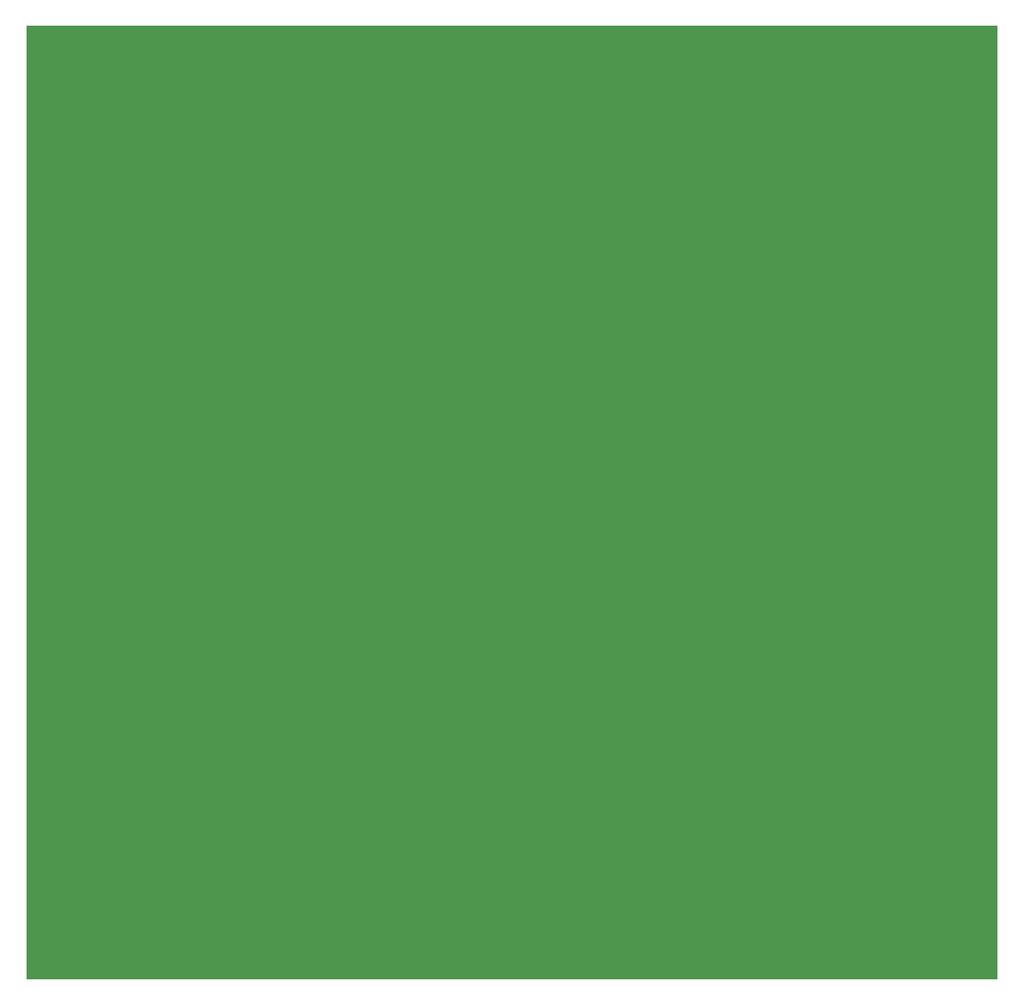
<source format=gbr>
%TF.GenerationSoftware,KiCad,Pcbnew,(2016-08-15 BZR 7057)-product*%
%TF.CreationDate,2016-10-13T01:49:07+07:00*%
%TF.ProjectId,em-lock,656D2D6C6F636B2E6B696361645F7063,rev?*%
%TF.FileFunction,Copper,L1,Top,Signal*%
%FSLAX46Y46*%
G04 Gerber Fmt 4.6, Leading zero omitted, Abs format (unit mm)*
G04 Created by KiCad (PCBNEW (2016-08-15 BZR 7057)-product) date Thu Oct 13 01:49:07 2016*
%MOMM*%
%LPD*%
G01*
G04 APERTURE LIST*
%ADD10C,0.350000*%
%ADD11C,0.150000*%
%ADD12C,0.010000*%
%ADD13R,1.700000X0.900000*%
%ADD14R,2.100000X3.600000*%
%ADD15O,2.100000X3.600000*%
%ADD16R,0.700000X1.300000*%
%ADD17R,1.300000X0.700000*%
%ADD18R,0.800100X0.800100*%
%ADD19R,1.250000X1.500000*%
%ADD20R,1.500000X1.250000*%
%ADD21R,4.000000X3.500000*%
%ADD22R,3.500000X3.500000*%
%ADD23R,3.000000X3.500000*%
%ADD24R,1.300480X1.699260*%
%ADD25R,1.651000X2.029460*%
%ADD26O,1.117600X1.905000*%
%ADD27R,1.117600X1.905000*%
%ADD28R,1.750000X1.750000*%
%ADD29C,1.750000*%
%ADD30R,1.727200X1.727200*%
%ADD31O,1.727200X1.727200*%
%ADD32R,1.727200X2.032000*%
%ADD33O,1.727200X2.032000*%
%ADD34R,1.897380X1.897380*%
%ADD35R,3.000000X2.000000*%
%ADD36R,0.398780X1.348740*%
%ADD37R,0.398780X1.346200*%
%ADD38C,0.797560*%
%ADD39R,1.060000X0.650000*%
%ADD40R,0.254000X1.143000*%
%ADD41R,1.143000X0.254000*%
%ADD42R,3.657600X2.032000*%
%ADD43R,1.016000X2.032000*%
%ADD44C,1.501140*%
%ADD45C,0.900000*%
%ADD46C,0.200000*%
%ADD47C,0.700000*%
%ADD48C,1.000000*%
%ADD49C,0.450000*%
%ADD50C,0.300000*%
%ADD51C,0.350000*%
%ADD52O,3.500000X0.800000*%
%ADD53O,3.000000X0.800000*%
%ADD54O,0.800000X3.000000*%
G04 APERTURE END LIST*
D10*
G36*
X-8932143Y80075001D02*
X-8932143Y-11142500D01*
X83932143Y-11142500D01*
X83932143Y80075001D01*
X-8932143Y80075001D01*
X-8932143Y80075001D01*
G37*
D11*
X75000000Y0D02*
X0Y0D01*
X75000000Y75000000D02*
X75000000Y0D01*
X0Y75000000D02*
X0Y0D01*
X0Y75000000D02*
X75000000Y75000000D01*
D12*
G36*
X10396277Y60596443D02*
X10427621Y60574231D01*
X10550636Y60447578D01*
X10513042Y60321405D01*
X10489057Y60290988D01*
X10415159Y60138736D01*
X10478496Y59959038D01*
X10492717Y59935280D01*
X10566129Y59762362D01*
X10494329Y59638399D01*
X10431280Y59588370D01*
X10122089Y59462529D01*
X9819657Y59513060D01*
X9701397Y59595826D01*
X9757926Y59661254D01*
X9970138Y59691698D01*
X10013550Y59692158D01*
X10238176Y59737070D01*
X10334098Y59839823D01*
X10286055Y59949909D01*
X10110496Y60013040D01*
X9925284Y60079482D01*
X9914021Y60166314D01*
X10070755Y60221614D01*
X10134733Y60224427D01*
X10332865Y60277486D01*
X10377100Y60380454D01*
X10332238Y60483533D01*
X10167662Y60507969D01*
X10037787Y60496867D01*
X9797404Y60491614D01*
X9700070Y60535603D01*
X9766614Y60611647D01*
X9851822Y60650315D01*
X10137788Y60702964D01*
X10396277Y60596443D01*
X10396277Y60596443D01*
G37*
X10396277Y60596443D02*
X10427621Y60574231D01*
X10550636Y60447578D01*
X10513042Y60321405D01*
X10489057Y60290988D01*
X10415159Y60138736D01*
X10478496Y59959038D01*
X10492717Y59935280D01*
X10566129Y59762362D01*
X10494329Y59638399D01*
X10431280Y59588370D01*
X10122089Y59462529D01*
X9819657Y59513060D01*
X9701397Y59595826D01*
X9757926Y59661254D01*
X9970138Y59691698D01*
X10013550Y59692158D01*
X10238176Y59737070D01*
X10334098Y59839823D01*
X10286055Y59949909D01*
X10110496Y60013040D01*
X9925284Y60079482D01*
X9914021Y60166314D01*
X10070755Y60221614D01*
X10134733Y60224427D01*
X10332865Y60277486D01*
X10377100Y60380454D01*
X10332238Y60483533D01*
X10167662Y60507969D01*
X10037787Y60496867D01*
X9797404Y60491614D01*
X9700070Y60535603D01*
X9766614Y60611647D01*
X9851822Y60650315D01*
X10137788Y60702964D01*
X10396277Y60596443D01*
G36*
X11306299Y60621495D02*
X11338633Y60395356D01*
X11346565Y60175954D01*
X11359621Y59854399D01*
X11405432Y59688849D01*
X11491985Y59642748D01*
X11620999Y59590399D01*
X11637405Y59545801D01*
X11551399Y59485093D01*
X11336545Y59451327D01*
X11249619Y59448855D01*
X11006786Y59470356D01*
X10871721Y59524070D01*
X10861832Y59545801D01*
X10940355Y59631810D01*
X11007252Y59642748D01*
X11102095Y59698605D01*
X11146030Y59889365D01*
X11152672Y60089380D01*
X11140332Y60362815D01*
X11094228Y60480023D01*
X11007252Y60480208D01*
X10882171Y60473268D01*
X10861832Y60507937D01*
X10942513Y60607936D01*
X11123419Y60688842D01*
X11257548Y60709160D01*
X11306299Y60621495D01*
X11306299Y60621495D01*
G37*
X11306299Y60621495D02*
X11338633Y60395356D01*
X11346565Y60175954D01*
X11359621Y59854399D01*
X11405432Y59688849D01*
X11491985Y59642748D01*
X11620999Y59590399D01*
X11637405Y59545801D01*
X11551399Y59485093D01*
X11336545Y59451327D01*
X11249619Y59448855D01*
X11006786Y59470356D01*
X10871721Y59524070D01*
X10861832Y59545801D01*
X10940355Y59631810D01*
X11007252Y59642748D01*
X11102095Y59698605D01*
X11146030Y59889365D01*
X11152672Y60089380D01*
X11140332Y60362815D01*
X11094228Y60480023D01*
X11007252Y60480208D01*
X10882171Y60473268D01*
X10861832Y60507937D01*
X10942513Y60607936D01*
X11123419Y60688842D01*
X11257548Y60709160D01*
X11306299Y60621495D01*
G36*
X12119321Y59568974D02*
X12122138Y59545801D01*
X12048364Y59451672D01*
X12025191Y59448855D01*
X11931062Y59522629D01*
X11928245Y59545801D01*
X12002018Y59639931D01*
X12025191Y59642748D01*
X12119321Y59568974D01*
X12119321Y59568974D01*
G37*
X12119321Y59568974D02*
X12122138Y59545801D01*
X12048364Y59451672D01*
X12025191Y59448855D01*
X11931062Y59522629D01*
X11928245Y59545801D01*
X12002018Y59639931D01*
X12025191Y59642748D01*
X12119321Y59568974D01*
G36*
X13063598Y60621822D02*
X13221720Y60396555D01*
X13285442Y60088478D01*
X13285496Y60079007D01*
X13225032Y59769374D01*
X13069078Y59540976D01*
X12855794Y59448933D01*
X12849237Y59448855D01*
X12678915Y59512422D01*
X12565322Y59601199D01*
X12437732Y59834679D01*
X12417073Y60122507D01*
X12434533Y60192001D01*
X12623878Y60192001D01*
X12627326Y59862342D01*
X12725750Y59684700D01*
X12873180Y59661147D01*
X12990232Y59738564D01*
X13038768Y59940251D01*
X13043130Y60080335D01*
X13026751Y60333508D01*
X12960605Y60445164D01*
X12849237Y60466794D01*
X12692786Y60404866D01*
X12624190Y60194702D01*
X12623878Y60192001D01*
X12434533Y60192001D01*
X12487893Y60404382D01*
X12634741Y60620004D01*
X12842164Y60709074D01*
X12849237Y60709160D01*
X13063598Y60621822D01*
X13063598Y60621822D01*
G37*
X13063598Y60621822D02*
X13221720Y60396555D01*
X13285442Y60088478D01*
X13285496Y60079007D01*
X13225032Y59769374D01*
X13069078Y59540976D01*
X12855794Y59448933D01*
X12849237Y59448855D01*
X12678915Y59512422D01*
X12565322Y59601199D01*
X12437732Y59834679D01*
X12417073Y60122507D01*
X12434533Y60192001D01*
X12623878Y60192001D01*
X12627326Y59862342D01*
X12725750Y59684700D01*
X12873180Y59661147D01*
X12990232Y59738564D01*
X13038768Y59940251D01*
X13043130Y60080335D01*
X13026751Y60333508D01*
X12960605Y60445164D01*
X12849237Y60466794D01*
X12692786Y60404866D01*
X12624190Y60194702D01*
X12623878Y60192001D01*
X12434533Y60192001D01*
X12487893Y60404382D01*
X12634741Y60620004D01*
X12842164Y60709074D01*
X12849237Y60709160D01*
X13063598Y60621822D01*
G36*
X14152821Y60650735D02*
X14292980Y60509026D01*
X14295530Y60334380D01*
X14261267Y60280497D01*
X14196865Y60123230D01*
X14267800Y59949056D01*
X14319520Y59725145D01*
X14211401Y59543394D01*
X13977401Y59452040D01*
X13915649Y59448855D01*
X13683792Y59513563D01*
X13569803Y59602147D01*
X13491829Y59761784D01*
X13506602Y59801050D01*
X13700239Y59801050D01*
X13719853Y59742774D01*
X13861515Y59662188D01*
X14036643Y59699577D01*
X14133807Y59812353D01*
X14099588Y59937890D01*
X13958721Y60006812D01*
X13796890Y59987061D01*
X13752771Y59954907D01*
X13700239Y59801050D01*
X13506602Y59801050D01*
X13560430Y59944120D01*
X13563498Y59949056D01*
X13634734Y60138487D01*
X13570031Y60280497D01*
X13544801Y60369847D01*
X13673283Y60369847D01*
X13757559Y60252889D01*
X13915649Y60224427D01*
X14110579Y60274993D01*
X14158016Y60369847D01*
X14073740Y60486805D01*
X13915649Y60515267D01*
X13720720Y60464701D01*
X13673283Y60369847D01*
X13544801Y60369847D01*
X13520730Y60455086D01*
X13621848Y60612626D01*
X13832789Y60702770D01*
X13915649Y60709160D01*
X14152821Y60650735D01*
X14152821Y60650735D01*
G37*
X14152821Y60650735D02*
X14292980Y60509026D01*
X14295530Y60334380D01*
X14261267Y60280497D01*
X14196865Y60123230D01*
X14267800Y59949056D01*
X14319520Y59725145D01*
X14211401Y59543394D01*
X13977401Y59452040D01*
X13915649Y59448855D01*
X13683792Y59513563D01*
X13569803Y59602147D01*
X13491829Y59761784D01*
X13506602Y59801050D01*
X13700239Y59801050D01*
X13719853Y59742774D01*
X13861515Y59662188D01*
X14036643Y59699577D01*
X14133807Y59812353D01*
X14099588Y59937890D01*
X13958721Y60006812D01*
X13796890Y59987061D01*
X13752771Y59954907D01*
X13700239Y59801050D01*
X13506602Y59801050D01*
X13560430Y59944120D01*
X13563498Y59949056D01*
X13634734Y60138487D01*
X13570031Y60280497D01*
X13544801Y60369847D01*
X13673283Y60369847D01*
X13757559Y60252889D01*
X13915649Y60224427D01*
X14110579Y60274993D01*
X14158016Y60369847D01*
X14073740Y60486805D01*
X13915649Y60515267D01*
X13720720Y60464701D01*
X13673283Y60369847D01*
X13544801Y60369847D01*
X13520730Y60455086D01*
X13621848Y60612626D01*
X13832789Y60702770D01*
X13915649Y60709160D01*
X14152821Y60650735D01*
G36*
X14833824Y59568974D02*
X14836642Y59545801D01*
X14762868Y59451672D01*
X14739695Y59448855D01*
X14645566Y59522629D01*
X14642748Y59545801D01*
X14716522Y59639931D01*
X14739695Y59642748D01*
X14833824Y59568974D01*
X14833824Y59568974D01*
G37*
X14833824Y59568974D02*
X14836642Y59545801D01*
X14762868Y59451672D01*
X14739695Y59448855D01*
X14645566Y59522629D01*
X14642748Y59545801D01*
X14716522Y59639931D01*
X14739695Y59642748D01*
X14833824Y59568974D01*
G36*
X15638244Y60664399D02*
X15835722Y60532804D01*
X15903054Y60339045D01*
X15839854Y60173789D01*
X15683738Y59959565D01*
X15642549Y59914656D01*
X15382045Y59642748D01*
X15642549Y59642748D01*
X15833244Y59611678D01*
X15903054Y59545801D01*
X15817048Y59485093D01*
X15602193Y59451327D01*
X15515267Y59448855D01*
X15272357Y59463968D01*
X15137323Y59501720D01*
X15127481Y59516949D01*
X15189289Y59621773D01*
X15345243Y59806926D01*
X15431145Y59898345D01*
X15627266Y60157484D01*
X15680108Y60361499D01*
X15592648Y60482141D01*
X15368642Y60491309D01*
X15174336Y60486802D01*
X15138946Y60549044D01*
X15261873Y60634560D01*
X15371107Y60669665D01*
X15638244Y60664399D01*
X15638244Y60664399D01*
G37*
X15638244Y60664399D02*
X15835722Y60532804D01*
X15903054Y60339045D01*
X15839854Y60173789D01*
X15683738Y59959565D01*
X15642549Y59914656D01*
X15382045Y59642748D01*
X15642549Y59642748D01*
X15833244Y59611678D01*
X15903054Y59545801D01*
X15817048Y59485093D01*
X15602193Y59451327D01*
X15515267Y59448855D01*
X15272357Y59463968D01*
X15137323Y59501720D01*
X15127481Y59516949D01*
X15189289Y59621773D01*
X15345243Y59806926D01*
X15431145Y59898345D01*
X15627266Y60157484D01*
X15680108Y60361499D01*
X15592648Y60482141D01*
X15368642Y60491309D01*
X15174336Y60486802D01*
X15138946Y60549044D01*
X15261873Y60634560D01*
X15371107Y60669665D01*
X15638244Y60664399D01*
G36*
X16844514Y60621822D02*
X17002636Y60396555D01*
X17066358Y60088478D01*
X17066413Y60079007D01*
X17005948Y59769374D01*
X16849994Y59540976D01*
X16636710Y59448933D01*
X16630153Y59448855D01*
X16459831Y59512422D01*
X16346238Y59601199D01*
X16218648Y59834679D01*
X16197989Y60122507D01*
X16215449Y60192001D01*
X16404794Y60192001D01*
X16408242Y59862342D01*
X16506666Y59684700D01*
X16654096Y59661147D01*
X16771148Y59738564D01*
X16819684Y59940251D01*
X16824046Y60080335D01*
X16807667Y60333508D01*
X16741521Y60445164D01*
X16630153Y60466794D01*
X16473702Y60404866D01*
X16405106Y60194702D01*
X16404794Y60192001D01*
X16215449Y60192001D01*
X16268809Y60404382D01*
X16415657Y60620004D01*
X16623080Y60709074D01*
X16630153Y60709160D01*
X16844514Y60621822D01*
X16844514Y60621822D01*
G37*
X16844514Y60621822D02*
X17002636Y60396555D01*
X17066358Y60088478D01*
X17066413Y60079007D01*
X17005948Y59769374D01*
X16849994Y59540976D01*
X16636710Y59448933D01*
X16630153Y59448855D01*
X16459831Y59512422D01*
X16346238Y59601199D01*
X16218648Y59834679D01*
X16197989Y60122507D01*
X16215449Y60192001D01*
X16404794Y60192001D01*
X16408242Y59862342D01*
X16506666Y59684700D01*
X16654096Y59661147D01*
X16771148Y59738564D01*
X16819684Y59940251D01*
X16824046Y60080335D01*
X16807667Y60333508D01*
X16741521Y60445164D01*
X16630153Y60466794D01*
X16473702Y60404866D01*
X16405106Y60194702D01*
X16404794Y60192001D01*
X16215449Y60192001D01*
X16268809Y60404382D01*
X16415657Y60620004D01*
X16623080Y60709074D01*
X16630153Y60709160D01*
X16844514Y60621822D01*
G36*
X17801719Y60621495D02*
X17834053Y60395356D01*
X17841985Y60175954D01*
X17855041Y59854399D01*
X17900851Y59688849D01*
X17987405Y59642748D01*
X18116418Y59590399D01*
X18132825Y59545801D01*
X18046819Y59485093D01*
X17831964Y59451327D01*
X17745038Y59448855D01*
X17502206Y59470356D01*
X17367141Y59524070D01*
X17357252Y59545801D01*
X17435775Y59631810D01*
X17502672Y59642748D01*
X17597515Y59698605D01*
X17641450Y59889365D01*
X17648092Y60089380D01*
X17635752Y60362815D01*
X17589648Y60480023D01*
X17502672Y60480208D01*
X17377591Y60473268D01*
X17357252Y60507937D01*
X17437932Y60607936D01*
X17618839Y60688842D01*
X17752967Y60709160D01*
X17801719Y60621495D01*
X17801719Y60621495D01*
G37*
X17801719Y60621495D02*
X17834053Y60395356D01*
X17841985Y60175954D01*
X17855041Y59854399D01*
X17900851Y59688849D01*
X17987405Y59642748D01*
X18116418Y59590399D01*
X18132825Y59545801D01*
X18046819Y59485093D01*
X17831964Y59451327D01*
X17745038Y59448855D01*
X17502206Y59470356D01*
X17367141Y59524070D01*
X17357252Y59545801D01*
X17435775Y59631810D01*
X17502672Y59642748D01*
X17597515Y59698605D01*
X17641450Y59889365D01*
X17648092Y60089380D01*
X17635752Y60362815D01*
X17589648Y60480023D01*
X17502672Y60480208D01*
X17377591Y60473268D01*
X17357252Y60507937D01*
X17437932Y60607936D01*
X17618839Y60688842D01*
X17752967Y60709160D01*
X17801719Y60621495D01*
G36*
X18837455Y60690439D02*
X19018628Y60614713D01*
X19078561Y60539438D01*
X19052355Y60460493D01*
X18963737Y60477574D01*
X18779618Y60469843D01*
X18600342Y60364625D01*
X18520611Y60218542D01*
X18603406Y60166123D01*
X18773570Y60157702D01*
X19024144Y60107679D01*
X19170801Y59950317D01*
X19174855Y59737375D01*
X19140367Y59666984D01*
X18937253Y59499190D01*
X18682537Y59483453D01*
X18484222Y59596040D01*
X18372037Y59801050D01*
X18547567Y59801050D01*
X18567181Y59742774D01*
X18708843Y59662188D01*
X18883972Y59699577D01*
X18981135Y59812353D01*
X18946917Y59937890D01*
X18806050Y60006812D01*
X18644218Y59987061D01*
X18600099Y59954907D01*
X18547567Y59801050D01*
X18372037Y59801050D01*
X18357152Y59828251D01*
X18340689Y60110429D01*
X18416639Y60386204D01*
X18566806Y60599205D01*
X18772998Y60693062D01*
X18837455Y60690439D01*
X18837455Y60690439D01*
G37*
X18837455Y60690439D02*
X19018628Y60614713D01*
X19078561Y60539438D01*
X19052355Y60460493D01*
X18963737Y60477574D01*
X18779618Y60469843D01*
X18600342Y60364625D01*
X18520611Y60218542D01*
X18603406Y60166123D01*
X18773570Y60157702D01*
X19024144Y60107679D01*
X19170801Y59950317D01*
X19174855Y59737375D01*
X19140367Y59666984D01*
X18937253Y59499190D01*
X18682537Y59483453D01*
X18484222Y59596040D01*
X18372037Y59801050D01*
X18547567Y59801050D01*
X18567181Y59742774D01*
X18708843Y59662188D01*
X18883972Y59699577D01*
X18981135Y59812353D01*
X18946917Y59937890D01*
X18806050Y60006812D01*
X18644218Y59987061D01*
X18600099Y59954907D01*
X18547567Y59801050D01*
X18372037Y59801050D01*
X18357152Y59828251D01*
X18340689Y60110429D01*
X18416639Y60386204D01*
X18566806Y60599205D01*
X18772998Y60693062D01*
X18837455Y60690439D01*
G36*
X15473533Y62633518D02*
X15428023Y62411242D01*
X15423498Y62397209D01*
X15338481Y62116486D01*
X15244846Y61777561D01*
X15225431Y61702862D01*
X15141003Y61453167D01*
X15051797Y61306802D01*
X15020265Y61290839D01*
X14965914Y61367762D01*
X14990232Y61508969D01*
X15056632Y61732796D01*
X15144275Y62047650D01*
X15184529Y62197623D01*
X15266520Y62479286D01*
X15337237Y62674979D01*
X15363718Y62722751D01*
X15449614Y62750880D01*
X15473533Y62633518D01*
X15473533Y62633518D01*
G37*
X15473533Y62633518D02*
X15428023Y62411242D01*
X15423498Y62397209D01*
X15338481Y62116486D01*
X15244846Y61777561D01*
X15225431Y61702862D01*
X15141003Y61453167D01*
X15051797Y61306802D01*
X15020265Y61290839D01*
X14965914Y61367762D01*
X14990232Y61508969D01*
X15056632Y61732796D01*
X15144275Y62047650D01*
X15184529Y62197623D01*
X15266520Y62479286D01*
X15337237Y62674979D01*
X15363718Y62722751D01*
X15449614Y62750880D01*
X15473533Y62633518D01*
G36*
X5958102Y62686192D02*
X6101671Y62599048D01*
X6073527Y62535992D01*
X5895850Y62521963D01*
X5819723Y62530596D01*
X5504951Y62508890D01*
X5301253Y62352941D01*
X5238932Y62122404D01*
X5318209Y61848785D01*
X5538164Y61698958D01*
X5694580Y61678626D01*
X5874445Y61732553D01*
X5917558Y61872519D01*
X5856940Y62030424D01*
X5772138Y62066412D01*
X5643124Y62118760D01*
X5626718Y62163358D01*
X5709683Y62236236D01*
X5869084Y62260305D01*
X6043023Y62228492D01*
X6106046Y62093876D01*
X6111451Y61972876D01*
X6035860Y61694921D01*
X5843562Y61530476D01*
X5586272Y61496980D01*
X5315703Y61611873D01*
X5238932Y61678626D01*
X5070773Y61953579D01*
X5061400Y62237236D01*
X5182012Y62489248D01*
X5403809Y62669265D01*
X5697991Y62736939D01*
X5958102Y62686192D01*
X5958102Y62686192D01*
G37*
X5958102Y62686192D02*
X6101671Y62599048D01*
X6073527Y62535992D01*
X5895850Y62521963D01*
X5819723Y62530596D01*
X5504951Y62508890D01*
X5301253Y62352941D01*
X5238932Y62122404D01*
X5318209Y61848785D01*
X5538164Y61698958D01*
X5694580Y61678626D01*
X5874445Y61732553D01*
X5917558Y61872519D01*
X5856940Y62030424D01*
X5772138Y62066412D01*
X5643124Y62118760D01*
X5626718Y62163358D01*
X5709683Y62236236D01*
X5869084Y62260305D01*
X6043023Y62228492D01*
X6106046Y62093876D01*
X6111451Y61972876D01*
X6035860Y61694921D01*
X5843562Y61530476D01*
X5586272Y61496980D01*
X5315703Y61611873D01*
X5238932Y61678626D01*
X5070773Y61953579D01*
X5061400Y62237236D01*
X5182012Y62489248D01*
X5403809Y62669265D01*
X5697991Y62736939D01*
X5958102Y62686192D01*
G36*
X6656440Y62368090D02*
X6690382Y62152543D01*
X6693130Y62059303D01*
X6707940Y61805995D01*
X6766015Y61701473D01*
X6862787Y61696560D01*
X6995311Y61799857D01*
X7059842Y62061908D01*
X7062532Y62091455D01*
X7108318Y62358653D01*
X7172092Y62446160D01*
X7233176Y62364284D01*
X7270895Y62123333D01*
X7274809Y61985623D01*
X7267757Y61704784D01*
X7225797Y61566970D01*
X7117732Y61521349D01*
X6987201Y61517048D01*
X6746564Y61548610D01*
X6599415Y61617226D01*
X6534716Y61764700D01*
X6504162Y61994808D01*
X6508037Y62234110D01*
X6546625Y62409167D01*
X6596183Y62454198D01*
X6656440Y62368090D01*
X6656440Y62368090D01*
G37*
X6656440Y62368090D02*
X6690382Y62152543D01*
X6693130Y62059303D01*
X6707940Y61805995D01*
X6766015Y61701473D01*
X6862787Y61696560D01*
X6995311Y61799857D01*
X7059842Y62061908D01*
X7062532Y62091455D01*
X7108318Y62358653D01*
X7172092Y62446160D01*
X7233176Y62364284D01*
X7270895Y62123333D01*
X7274809Y61985623D01*
X7267757Y61704784D01*
X7225797Y61566970D01*
X7117732Y61521349D01*
X6987201Y61517048D01*
X6746564Y61548610D01*
X6599415Y61617226D01*
X6534716Y61764700D01*
X6504162Y61994808D01*
X6508037Y62234110D01*
X6546625Y62409167D01*
X6596183Y62454198D01*
X6656440Y62368090D01*
G36*
X8044872Y62409130D02*
X8147418Y62299125D01*
X8083376Y62232221D01*
X7904962Y62236577D01*
X7724501Y62250293D01*
X7662596Y62220734D01*
X7742145Y62144534D01*
X7904962Y62066412D01*
X8103198Y61924392D01*
X8144268Y61747161D01*
X8044540Y61585996D01*
X7820381Y61492178D01*
X7719298Y61484733D01*
X7557486Y61530509D01*
X7533334Y61549364D01*
X7469837Y61669977D01*
X7574019Y61716356D01*
X7711069Y61702353D01*
X7898964Y61703438D01*
X7953435Y61766670D01*
X7872984Y61879414D01*
X7711069Y61969465D01*
X7530580Y62086897D01*
X7468703Y62207585D01*
X7551108Y62332814D01*
X7740434Y62420416D01*
X7949840Y62440013D01*
X8044872Y62409130D01*
X8044872Y62409130D01*
G37*
X8044872Y62409130D02*
X8147418Y62299125D01*
X8083376Y62232221D01*
X7904962Y62236577D01*
X7724501Y62250293D01*
X7662596Y62220734D01*
X7742145Y62144534D01*
X7904962Y62066412D01*
X8103198Y61924392D01*
X8144268Y61747161D01*
X8044540Y61585996D01*
X7820381Y61492178D01*
X7719298Y61484733D01*
X7557486Y61530509D01*
X7533334Y61549364D01*
X7469837Y61669977D01*
X7574019Y61716356D01*
X7711069Y61702353D01*
X7898964Y61703438D01*
X7953435Y61766670D01*
X7872984Y61879414D01*
X7711069Y61969465D01*
X7530580Y62086897D01*
X7468703Y62207585D01*
X7551108Y62332814D01*
X7740434Y62420416D01*
X7949840Y62440013D01*
X8044872Y62409130D01*
G36*
X8879085Y62353386D02*
X8972599Y62184228D01*
X9018800Y61921132D01*
X9019848Y61876356D01*
X9006502Y61639128D01*
X8929621Y61535572D01*
X8733937Y61505644D01*
X8676419Y61503238D01*
X8393987Y61534946D01*
X8277786Y61634184D01*
X8286687Y61775572D01*
X8438168Y61775572D01*
X8519366Y61696805D01*
X8632061Y61678626D01*
X8789596Y61719224D01*
X8825954Y61775572D01*
X8744757Y61854340D01*
X8632061Y61872519D01*
X8474526Y61831920D01*
X8438168Y61775572D01*
X8286687Y61775572D01*
X8290223Y61831738D01*
X8434205Y61998797D01*
X8643932Y62066412D01*
X8794821Y62114301D01*
X8825954Y62174660D01*
X8744749Y62242169D01*
X8579746Y62235843D01*
X8399341Y62232573D01*
X8369649Y62297251D01*
X8494901Y62414617D01*
X8700497Y62431964D01*
X8879085Y62353386D01*
X8879085Y62353386D01*
G37*
X8879085Y62353386D02*
X8972599Y62184228D01*
X9018800Y61921132D01*
X9019848Y61876356D01*
X9006502Y61639128D01*
X8929621Y61535572D01*
X8733937Y61505644D01*
X8676419Y61503238D01*
X8393987Y61534946D01*
X8277786Y61634184D01*
X8286687Y61775572D01*
X8438168Y61775572D01*
X8519366Y61696805D01*
X8632061Y61678626D01*
X8789596Y61719224D01*
X8825954Y61775572D01*
X8744757Y61854340D01*
X8632061Y61872519D01*
X8474526Y61831920D01*
X8438168Y61775572D01*
X8286687Y61775572D01*
X8290223Y61831738D01*
X8434205Y61998797D01*
X8643932Y62066412D01*
X8794821Y62114301D01*
X8825954Y62174660D01*
X8744749Y62242169D01*
X8579746Y62235843D01*
X8399341Y62232573D01*
X8369649Y62297251D01*
X8494901Y62414617D01*
X8700497Y62431964D01*
X8879085Y62353386D01*
G36*
X9824689Y62394762D02*
X9884715Y62330241D01*
X9768692Y62253581D01*
X9698474Y62232215D01*
X9560667Y62144150D01*
X9507879Y61942496D01*
X9504580Y61833122D01*
X9480821Y61605267D01*
X9422207Y61488689D01*
X9407634Y61484733D01*
X9351530Y61571753D01*
X9316527Y61793517D01*
X9310687Y61953308D01*
X9317652Y62234124D01*
X9359588Y62371923D01*
X9468053Y62417554D01*
X9601527Y62421883D01*
X9824689Y62394762D01*
X9824689Y62394762D01*
G37*
X9824689Y62394762D02*
X9884715Y62330241D01*
X9768692Y62253581D01*
X9698474Y62232215D01*
X9560667Y62144150D01*
X9507879Y61942496D01*
X9504580Y61833122D01*
X9480821Y61605267D01*
X9422207Y61488689D01*
X9407634Y61484733D01*
X9351530Y61571753D01*
X9316527Y61793517D01*
X9310687Y61953308D01*
X9317652Y62234124D01*
X9359588Y62371923D01*
X9468053Y62417554D01*
X9601527Y62421883D01*
X9824689Y62394762D01*
G36*
X10640505Y62408657D02*
X10852572Y62262573D01*
X10956389Y62017399D01*
X10958779Y61969465D01*
X10874674Y61726177D01*
X10672259Y61540896D01*
X10474046Y61484733D01*
X10260716Y61550300D01*
X10141658Y61637077D01*
X10016628Y61839596D01*
X9989313Y61969465D01*
X10006570Y62025613D01*
X10192979Y62025613D01*
X10220874Y61817246D01*
X10356767Y61703529D01*
X10497849Y61696063D01*
X10671124Y61779753D01*
X10716413Y61969465D01*
X10663130Y62169177D01*
X10497849Y62242868D01*
X10290756Y62197804D01*
X10192979Y62025613D01*
X10006570Y62025613D01*
X10054881Y62182796D01*
X10141658Y62301854D01*
X10382698Y62430227D01*
X10640505Y62408657D01*
X10640505Y62408657D01*
G37*
X10640505Y62408657D02*
X10852572Y62262573D01*
X10956389Y62017399D01*
X10958779Y61969465D01*
X10874674Y61726177D01*
X10672259Y61540896D01*
X10474046Y61484733D01*
X10260716Y61550300D01*
X10141658Y61637077D01*
X10016628Y61839596D01*
X9989313Y61969465D01*
X10006570Y62025613D01*
X10192979Y62025613D01*
X10220874Y61817246D01*
X10356767Y61703529D01*
X10497849Y61696063D01*
X10671124Y61779753D01*
X10716413Y61969465D01*
X10663130Y62169177D01*
X10497849Y62242868D01*
X10290756Y62197804D01*
X10192979Y62025613D01*
X10006570Y62025613D01*
X10054881Y62182796D01*
X10141658Y62301854D01*
X10382698Y62430227D01*
X10640505Y62408657D01*
G36*
X11959128Y62378483D02*
X11917669Y62190970D01*
X11831583Y61951109D01*
X11724023Y61718349D01*
X11618144Y61552141D01*
X11564670Y61508961D01*
X11456643Y61566974D01*
X11320822Y61771176D01*
X11249634Y61920956D01*
X11125276Y62216281D01*
X11070138Y62375689D01*
X11076021Y62441028D01*
X11134725Y62454146D01*
X11145154Y62454198D01*
X11230731Y62371600D01*
X11328062Y62167655D01*
X11346565Y62114885D01*
X11436471Y61893907D01*
X11516054Y61779826D01*
X11528501Y61775572D01*
X11603434Y61857252D01*
X11700075Y62059221D01*
X11721151Y62114885D01*
X11822375Y62335402D01*
X11916824Y62449742D01*
X11932807Y62454198D01*
X11959128Y62378483D01*
X11959128Y62378483D01*
G37*
X11959128Y62378483D02*
X11917669Y62190970D01*
X11831583Y61951109D01*
X11724023Y61718349D01*
X11618144Y61552141D01*
X11564670Y61508961D01*
X11456643Y61566974D01*
X11320822Y61771176D01*
X11249634Y61920956D01*
X11125276Y62216281D01*
X11070138Y62375689D01*
X11076021Y62441028D01*
X11134725Y62454146D01*
X11145154Y62454198D01*
X11230731Y62371600D01*
X11328062Y62167655D01*
X11346565Y62114885D01*
X11436471Y61893907D01*
X11516054Y61779826D01*
X11528501Y61775572D01*
X11603434Y61857252D01*
X11700075Y62059221D01*
X11721151Y62114885D01*
X11822375Y62335402D01*
X11916824Y62449742D01*
X11932807Y62454198D01*
X11959128Y62378483D01*
G36*
X13255599Y62662751D02*
X13362272Y62454010D01*
X13484329Y62175995D01*
X13598347Y61885888D01*
X13680902Y61640868D01*
X13708569Y61498117D01*
X13703956Y61484885D01*
X13619369Y61512312D01*
X13533485Y61606068D01*
X13355307Y61733557D01*
X13127071Y61770589D01*
X12931520Y61714194D01*
X12862652Y61630152D01*
X12764865Y61501802D01*
X12715506Y61484733D01*
X12703069Y61566352D01*
X12755775Y61781311D01*
X12862331Y62084757D01*
X12874181Y62114885D01*
X12894715Y62163358D01*
X13063513Y62163358D01*
X13068044Y62008465D01*
X13197626Y61969465D01*
X13350443Y61987277D01*
X13382443Y62010010D01*
X13339957Y62168502D01*
X13250515Y62315773D01*
X13189485Y62357252D01*
X13107455Y62276713D01*
X13063513Y62163358D01*
X12894715Y62163358D01*
X13006273Y62426696D01*
X13117706Y62652015D01*
X13185521Y62744702D01*
X13187735Y62745038D01*
X13255599Y62662751D01*
X13255599Y62662751D01*
G37*
X13255599Y62662751D02*
X13362272Y62454010D01*
X13484329Y62175995D01*
X13598347Y61885888D01*
X13680902Y61640868D01*
X13708569Y61498117D01*
X13703956Y61484885D01*
X13619369Y61512312D01*
X13533485Y61606068D01*
X13355307Y61733557D01*
X13127071Y61770589D01*
X12931520Y61714194D01*
X12862652Y61630152D01*
X12764865Y61501802D01*
X12715506Y61484733D01*
X12703069Y61566352D01*
X12755775Y61781311D01*
X12862331Y62084757D01*
X12874181Y62114885D01*
X12894715Y62163358D01*
X13063513Y62163358D01*
X13068044Y62008465D01*
X13197626Y61969465D01*
X13350443Y61987277D01*
X13382443Y62010010D01*
X13339957Y62168502D01*
X13250515Y62315773D01*
X13189485Y62357252D01*
X13107455Y62276713D01*
X13063513Y62163358D01*
X12894715Y62163358D01*
X13006273Y62426696D01*
X13117706Y62652015D01*
X13185521Y62744702D01*
X13187735Y62745038D01*
X13255599Y62662751D01*
G36*
X14155198Y61604852D02*
X14158016Y61581679D01*
X14084242Y61487550D01*
X14061069Y61484733D01*
X13966940Y61558506D01*
X13964122Y61581679D01*
X14037896Y61675808D01*
X14061069Y61678626D01*
X14155198Y61604852D01*
X14155198Y61604852D01*
G37*
X14155198Y61604852D02*
X14158016Y61581679D01*
X14084242Y61487550D01*
X14061069Y61484733D01*
X13966940Y61558506D01*
X13964122Y61581679D01*
X14037896Y61675808D01*
X14061069Y61678626D01*
X14155198Y61604852D01*
G36*
X16596139Y62726944D02*
X16881040Y62639303D01*
X17038549Y62469220D01*
X17039774Y62254767D01*
X17005427Y62187595D01*
X16954565Y62025227D01*
X17030925Y61832602D01*
X17085234Y61751336D01*
X17196966Y61566812D01*
X17183146Y61491625D01*
X17137049Y61484733D01*
X17000094Y61564124D01*
X16890159Y61727099D01*
X16760064Y61906295D01*
X16632231Y61969465D01*
X16513112Y61885394D01*
X16484733Y61727099D01*
X16451547Y61544906D01*
X16387787Y61484733D01*
X16337247Y61573853D01*
X16302603Y61810313D01*
X16290840Y62121028D01*
X16290840Y62357252D01*
X16484733Y62357252D01*
X16553285Y62195224D01*
X16678626Y62163358D01*
X16840654Y62231910D01*
X16872519Y62357252D01*
X16803968Y62519279D01*
X16678626Y62551145D01*
X16516599Y62482593D01*
X16484733Y62357252D01*
X16290840Y62357252D01*
X16290840Y62757323D01*
X16596139Y62726944D01*
X16596139Y62726944D01*
G37*
X16596139Y62726944D02*
X16881040Y62639303D01*
X17038549Y62469220D01*
X17039774Y62254767D01*
X17005427Y62187595D01*
X16954565Y62025227D01*
X17030925Y61832602D01*
X17085234Y61751336D01*
X17196966Y61566812D01*
X17183146Y61491625D01*
X17137049Y61484733D01*
X17000094Y61564124D01*
X16890159Y61727099D01*
X16760064Y61906295D01*
X16632231Y61969465D01*
X16513112Y61885394D01*
X16484733Y61727099D01*
X16451547Y61544906D01*
X16387787Y61484733D01*
X16337247Y61573853D01*
X16302603Y61810313D01*
X16290840Y62121028D01*
X16290840Y62357252D01*
X16484733Y62357252D01*
X16553285Y62195224D01*
X16678626Y62163358D01*
X16840654Y62231910D01*
X16872519Y62357252D01*
X16803968Y62519279D01*
X16678626Y62551145D01*
X16516599Y62482593D01*
X16484733Y62357252D01*
X16290840Y62357252D01*
X16290840Y62757323D01*
X16596139Y62726944D01*
G36*
X17708349Y62368090D02*
X17742291Y62152543D01*
X17745038Y62059303D01*
X17759848Y61805995D01*
X17817923Y61701473D01*
X17914695Y61696560D01*
X18047220Y61799857D01*
X18111751Y62061908D01*
X18114440Y62091455D01*
X18160227Y62358653D01*
X18224000Y62446160D01*
X18285084Y62364284D01*
X18322804Y62123333D01*
X18326718Y61985623D01*
X18319665Y61704784D01*
X18277706Y61566970D01*
X18169640Y61521349D01*
X18039110Y61517048D01*
X17798472Y61548610D01*
X17651323Y61617226D01*
X17586624Y61764700D01*
X17556071Y61994808D01*
X17559946Y62234110D01*
X17598533Y62409167D01*
X17648092Y62454198D01*
X17708349Y62368090D01*
X17708349Y62368090D01*
G37*
X17708349Y62368090D02*
X17742291Y62152543D01*
X17745038Y62059303D01*
X17759848Y61805995D01*
X17817923Y61701473D01*
X17914695Y61696560D01*
X18047220Y61799857D01*
X18111751Y62061908D01*
X18114440Y62091455D01*
X18160227Y62358653D01*
X18224000Y62446160D01*
X18285084Y62364284D01*
X18322804Y62123333D01*
X18326718Y61985623D01*
X18319665Y61704784D01*
X18277706Y61566970D01*
X18169640Y61521349D01*
X18039110Y61517048D01*
X17798472Y61548610D01*
X17651323Y61617226D01*
X17586624Y61764700D01*
X17556071Y61994808D01*
X17559946Y62234110D01*
X17598533Y62409167D01*
X17648092Y62454198D01*
X17708349Y62368090D01*
G36*
X18787180Y62758963D02*
X18811451Y62597771D01*
X18837678Y62424149D01*
X18956064Y62393822D01*
X19051385Y62413777D01*
X19246060Y62421938D01*
X19371861Y62291343D01*
X19406259Y62221731D01*
X19475577Y61903260D01*
X19380843Y61661883D01*
X19141714Y61529029D01*
X18963239Y61513361D01*
X18617558Y61523160D01*
X18617558Y61896665D01*
X18827590Y61896665D01*
X18920020Y61734448D01*
X19077761Y61697025D01*
X19218028Y61812415D01*
X19247710Y61969465D01*
X19187773Y62158972D01*
X19052801Y62248700D01*
X18910050Y62212893D01*
X18849259Y62122050D01*
X18827590Y61896665D01*
X18617558Y61896665D01*
X18617558Y62182572D01*
X18630705Y62523301D01*
X18665789Y62757898D01*
X18714504Y62841984D01*
X18787180Y62758963D01*
X18787180Y62758963D01*
G37*
X18787180Y62758963D02*
X18811451Y62597771D01*
X18837678Y62424149D01*
X18956064Y62393822D01*
X19051385Y62413777D01*
X19246060Y62421938D01*
X19371861Y62291343D01*
X19406259Y62221731D01*
X19475577Y61903260D01*
X19380843Y61661883D01*
X19141714Y61529029D01*
X18963239Y61513361D01*
X18617558Y61523160D01*
X18617558Y61896665D01*
X18827590Y61896665D01*
X18920020Y61734448D01*
X19077761Y61697025D01*
X19218028Y61812415D01*
X19247710Y61969465D01*
X19187773Y62158972D01*
X19052801Y62248700D01*
X18910050Y62212893D01*
X18849259Y62122050D01*
X18827590Y61896665D01*
X18617558Y61896665D01*
X18617558Y62182572D01*
X18630705Y62523301D01*
X18665789Y62757898D01*
X18714504Y62841984D01*
X18787180Y62758963D01*
G36*
X20221833Y62353386D02*
X20315347Y62184228D01*
X20361548Y61921132D01*
X20362596Y61876356D01*
X20349250Y61639128D01*
X20272369Y61535572D01*
X20076685Y61505644D01*
X20019167Y61503238D01*
X19736735Y61534946D01*
X19620534Y61634184D01*
X19629435Y61775572D01*
X19780916Y61775572D01*
X19862114Y61696805D01*
X19974809Y61678626D01*
X20132344Y61719224D01*
X20168703Y61775572D01*
X20087505Y61854340D01*
X19974809Y61872519D01*
X19817274Y61831920D01*
X19780916Y61775572D01*
X19629435Y61775572D01*
X19632971Y61831738D01*
X19776953Y61998797D01*
X19986680Y62066412D01*
X20137569Y62114301D01*
X20168703Y62174660D01*
X20087497Y62242169D01*
X19922494Y62235843D01*
X19742089Y62232573D01*
X19712398Y62297251D01*
X19837649Y62414617D01*
X20043245Y62431964D01*
X20221833Y62353386D01*
X20221833Y62353386D01*
G37*
X20221833Y62353386D02*
X20315347Y62184228D01*
X20361548Y61921132D01*
X20362596Y61876356D01*
X20349250Y61639128D01*
X20272369Y61535572D01*
X20076685Y61505644D01*
X20019167Y61503238D01*
X19736735Y61534946D01*
X19620534Y61634184D01*
X19629435Y61775572D01*
X19780916Y61775572D01*
X19862114Y61696805D01*
X19974809Y61678626D01*
X20132344Y61719224D01*
X20168703Y61775572D01*
X20087505Y61854340D01*
X19974809Y61872519D01*
X19817274Y61831920D01*
X19780916Y61775572D01*
X19629435Y61775572D01*
X19632971Y61831738D01*
X19776953Y61998797D01*
X19986680Y62066412D01*
X20137569Y62114301D01*
X20168703Y62174660D01*
X20087497Y62242169D01*
X19922494Y62235843D01*
X19742089Y62232573D01*
X19712398Y62297251D01*
X19837649Y62414617D01*
X20043245Y62431964D01*
X20221833Y62353386D01*
G36*
X20920038Y62416831D02*
X21163616Y62379135D01*
X21307825Y62325508D01*
X21380367Y62198559D01*
X21420037Y61978092D01*
X21424729Y61737176D01*
X21392335Y61548882D01*
X21332061Y61484733D01*
X21271804Y61570841D01*
X21237862Y61786388D01*
X21235115Y61879627D01*
X21220305Y62132936D01*
X21162230Y62237458D01*
X21065458Y62242371D01*
X20932934Y62139074D01*
X20868402Y61877023D01*
X20865713Y61847476D01*
X20820120Y61580306D01*
X20756697Y61492634D01*
X20695783Y61573859D01*
X20657717Y61813380D01*
X20653435Y61958121D01*
X20660416Y62240400D01*
X20700287Y62377691D01*
X20801442Y62418847D01*
X20920038Y62416831D01*
X20920038Y62416831D01*
G37*
X20920038Y62416831D02*
X21163616Y62379135D01*
X21307825Y62325508D01*
X21380367Y62198559D01*
X21420037Y61978092D01*
X21424729Y61737176D01*
X21392335Y61548882D01*
X21332061Y61484733D01*
X21271804Y61570841D01*
X21237862Y61786388D01*
X21235115Y61879627D01*
X21220305Y62132936D01*
X21162230Y62237458D01*
X21065458Y62242371D01*
X20932934Y62139074D01*
X20868402Y61877023D01*
X20865713Y61847476D01*
X20820120Y61580306D01*
X20756697Y61492634D01*
X20695783Y61573859D01*
X20657717Y61813380D01*
X20653435Y61958121D01*
X20660416Y62240400D01*
X20700287Y62377691D01*
X20801442Y62418847D01*
X20920038Y62416831D01*
G36*
X22606826Y62726944D02*
X22880971Y62636589D01*
X23034593Y62465950D01*
X23060954Y62266509D01*
X22953319Y62089750D01*
X22704952Y61987154D01*
X22703649Y61986959D01*
X22535132Y61895150D01*
X22495420Y61720356D01*
X22461371Y61541415D01*
X22398474Y61484733D01*
X22347934Y61573853D01*
X22313290Y61810313D01*
X22301527Y62121028D01*
X22301527Y62357252D01*
X22495420Y62357252D01*
X22563972Y62195224D01*
X22689313Y62163358D01*
X22851341Y62231910D01*
X22883206Y62357252D01*
X22814655Y62519279D01*
X22689313Y62551145D01*
X22527286Y62482593D01*
X22495420Y62357252D01*
X22301527Y62357252D01*
X22301527Y62757323D01*
X22606826Y62726944D01*
X22606826Y62726944D01*
G37*
X22606826Y62726944D02*
X22880971Y62636589D01*
X23034593Y62465950D01*
X23060954Y62266509D01*
X22953319Y62089750D01*
X22704952Y61987154D01*
X22703649Y61986959D01*
X22535132Y61895150D01*
X22495420Y61720356D01*
X22461371Y61541415D01*
X22398474Y61484733D01*
X22347934Y61573853D01*
X22313290Y61810313D01*
X22301527Y62121028D01*
X22301527Y62357252D01*
X22495420Y62357252D01*
X22563972Y62195224D01*
X22689313Y62163358D01*
X22851341Y62231910D01*
X22883206Y62357252D01*
X22814655Y62519279D01*
X22689313Y62551145D01*
X22527286Y62482593D01*
X22495420Y62357252D01*
X22301527Y62357252D01*
X22301527Y62757323D01*
X22606826Y62726944D01*
G36*
X23365122Y61604852D02*
X23367939Y61581679D01*
X23294165Y61487550D01*
X23270993Y61484733D01*
X23176863Y61558506D01*
X23174046Y61581679D01*
X23247820Y61675808D01*
X23270993Y61678626D01*
X23365122Y61604852D01*
X23365122Y61604852D01*
G37*
X23365122Y61604852D02*
X23367939Y61581679D01*
X23294165Y61487550D01*
X23270993Y61484733D01*
X23176863Y61558506D01*
X23174046Y61581679D01*
X23247820Y61675808D01*
X23270993Y61678626D01*
X23365122Y61604852D01*
G36*
X24485012Y62656002D02*
X24519697Y62420145D01*
X24531298Y62114885D01*
X24517600Y61785592D01*
X24481314Y61560141D01*
X24434351Y61484733D01*
X24383691Y61573768D01*
X24349006Y61809626D01*
X24337405Y62114885D01*
X24351103Y62444178D01*
X24387388Y62669629D01*
X24434351Y62745038D01*
X24485012Y62656002D01*
X24485012Y62656002D01*
G37*
X24485012Y62656002D02*
X24519697Y62420145D01*
X24531298Y62114885D01*
X24517600Y61785592D01*
X24481314Y61560141D01*
X24434351Y61484733D01*
X24383691Y61573768D01*
X24349006Y61809626D01*
X24337405Y62114885D01*
X24351103Y62444178D01*
X24387388Y62669629D01*
X24434351Y62745038D01*
X24485012Y62656002D01*
G36*
X25332901Y62700277D02*
X25530378Y62568682D01*
X25597710Y62374922D01*
X25534511Y62209666D01*
X25378395Y61995443D01*
X25337206Y61950533D01*
X25076702Y61678626D01*
X25337206Y61678626D01*
X25527901Y61647556D01*
X25597710Y61581679D01*
X25511704Y61520971D01*
X25296850Y61487205D01*
X25209924Y61484733D01*
X24967013Y61499846D01*
X24831980Y61537598D01*
X24822138Y61552827D01*
X24883945Y61657651D01*
X25039900Y61842804D01*
X25125802Y61934223D01*
X25321923Y62193362D01*
X25374765Y62397377D01*
X25287304Y62518019D01*
X25063298Y62527186D01*
X24868992Y62522680D01*
X24833603Y62584921D01*
X24956529Y62670438D01*
X25065763Y62705543D01*
X25332901Y62700277D01*
X25332901Y62700277D01*
G37*
X25332901Y62700277D02*
X25530378Y62568682D01*
X25597710Y62374922D01*
X25534511Y62209666D01*
X25378395Y61995443D01*
X25337206Y61950533D01*
X25076702Y61678626D01*
X25337206Y61678626D01*
X25527901Y61647556D01*
X25597710Y61581679D01*
X25511704Y61520971D01*
X25296850Y61487205D01*
X25209924Y61484733D01*
X24967013Y61499846D01*
X24831980Y61537598D01*
X24822138Y61552827D01*
X24883945Y61657651D01*
X25039900Y61842804D01*
X25125802Y61934223D01*
X25321923Y62193362D01*
X25374765Y62397377D01*
X25287304Y62518019D01*
X25063298Y62527186D01*
X24868992Y62522680D01*
X24833603Y62584921D01*
X24956529Y62670438D01*
X25065763Y62705543D01*
X25332901Y62700277D01*
G36*
X26539171Y62657700D02*
X26697292Y62432433D01*
X26761015Y62124356D01*
X26761069Y62114885D01*
X26700604Y61805252D01*
X26544650Y61576854D01*
X26331366Y61484811D01*
X26324809Y61484733D01*
X26154487Y61548300D01*
X26040895Y61637077D01*
X25913304Y61870557D01*
X25892645Y62158385D01*
X25910105Y62227879D01*
X26099450Y62227879D01*
X26102898Y61898220D01*
X26201323Y61720577D01*
X26348753Y61697025D01*
X26465804Y61774442D01*
X26514341Y61976129D01*
X26518703Y62116213D01*
X26502324Y62369386D01*
X26436178Y62481042D01*
X26324809Y62502671D01*
X26168358Y62440744D01*
X26099763Y62230580D01*
X26099450Y62227879D01*
X25910105Y62227879D01*
X25963465Y62440259D01*
X26110313Y62655882D01*
X26317737Y62744951D01*
X26324809Y62745038D01*
X26539171Y62657700D01*
X26539171Y62657700D01*
G37*
X26539171Y62657700D02*
X26697292Y62432433D01*
X26761015Y62124356D01*
X26761069Y62114885D01*
X26700604Y61805252D01*
X26544650Y61576854D01*
X26331366Y61484811D01*
X26324809Y61484733D01*
X26154487Y61548300D01*
X26040895Y61637077D01*
X25913304Y61870557D01*
X25892645Y62158385D01*
X25910105Y62227879D01*
X26099450Y62227879D01*
X26102898Y61898220D01*
X26201323Y61720577D01*
X26348753Y61697025D01*
X26465804Y61774442D01*
X26514341Y61976129D01*
X26518703Y62116213D01*
X26502324Y62369386D01*
X26436178Y62481042D01*
X26324809Y62502671D01*
X26168358Y62440744D01*
X26099763Y62230580D01*
X26099450Y62227879D01*
X25910105Y62227879D01*
X25963465Y62440259D01*
X26110313Y62655882D01*
X26317737Y62744951D01*
X26324809Y62745038D01*
X26539171Y62657700D01*
D13*
X43500000Y36500000D03*
X43500000Y39900000D03*
D14*
X42170000Y6750000D03*
D15*
X47250000Y6750000D03*
X52330000Y6750000D03*
X57410000Y6750000D03*
D16*
X57000000Y14000000D03*
X55100000Y14000000D03*
D17*
X31000000Y38900000D03*
X31000000Y37000000D03*
X35000000Y37550000D03*
X35000000Y39450000D03*
D16*
X31050000Y56500000D03*
X32950000Y56500000D03*
X31050000Y61500000D03*
X32950000Y61500000D03*
D17*
X51650000Y26100000D03*
X51650000Y24200000D03*
D18*
X56950000Y26000760D03*
X55050000Y26000760D03*
X56000000Y24001780D03*
D19*
X48650000Y23900000D03*
X48650000Y26400000D03*
X45650000Y23900000D03*
X45650000Y26400000D03*
X39750000Y45750000D03*
X39750000Y43250000D03*
D20*
X14000000Y43500000D03*
X16500000Y43500000D03*
D19*
X35000000Y43250000D03*
X35000000Y45750000D03*
D20*
X16500000Y38500000D03*
X14000000Y38500000D03*
X16500000Y41000000D03*
X14000000Y41000000D03*
X30750000Y52500000D03*
X33250000Y52500000D03*
D19*
X39000000Y39750000D03*
X39000000Y37250000D03*
D20*
X14750000Y54500000D03*
X17250000Y54500000D03*
D21*
X16500000Y10200000D03*
D22*
X16500000Y4200000D03*
D23*
X21300000Y7700000D03*
D24*
X57900060Y19150000D03*
X54399940Y19150000D03*
D25*
X41234960Y24500000D03*
X38065040Y24500000D03*
D26*
X62040000Y59000000D03*
D27*
X60770000Y59000000D03*
D26*
X59500000Y59000000D03*
X58230000Y59000000D03*
D25*
X38065040Y19150000D03*
X41234960Y19150000D03*
D28*
X51380000Y68500000D03*
D29*
X48880000Y68500000D03*
D28*
X40880000Y68500000D03*
D29*
X38380000Y68500000D03*
D30*
X7540000Y45000000D03*
D31*
X5000000Y45000000D03*
X7540000Y47540000D03*
X5000000Y47540000D03*
X7540000Y50080000D03*
X5000000Y50080000D03*
D32*
X19040000Y15300000D03*
D33*
X16500000Y15300000D03*
X13960000Y15300000D03*
D28*
X28500000Y15500000D03*
D29*
X31000000Y15500000D03*
D32*
X27960000Y69000000D03*
D33*
X25420000Y69000000D03*
X22880000Y69000000D03*
X20340000Y69000000D03*
D30*
X68000000Y22580000D03*
D31*
X70540000Y22580000D03*
X68000000Y20040000D03*
X70540000Y20040000D03*
X68000000Y17500000D03*
X70540000Y17500000D03*
X68000000Y14960000D03*
X70540000Y14960000D03*
D34*
X28903740Y1800000D03*
X31301500Y1800000D03*
D35*
X34552320Y1800000D03*
X25652920Y1800000D03*
D36*
X28802140Y4474620D03*
D37*
X29454920Y4474620D03*
X30102620Y4474620D03*
X30750320Y4474620D03*
X31403100Y4474620D03*
D38*
X32000000Y3946300D03*
X28202700Y3948840D03*
D28*
X68500000Y34000000D03*
D29*
X68500000Y36500000D03*
X68500000Y39000000D03*
X68500000Y41500000D03*
D39*
X48600000Y48050000D03*
X48600000Y49000000D03*
X48600000Y49950000D03*
X46400000Y49950000D03*
X46400000Y48050000D03*
X46400000Y49000000D03*
D40*
X21251700Y43250600D03*
X21752100Y43250600D03*
X22252500Y43250600D03*
X22750300Y43250600D03*
X23250700Y43250600D03*
X23751100Y43250600D03*
X24248900Y43250600D03*
X24749300Y43250600D03*
X25249700Y43250600D03*
X25747500Y43250600D03*
X26247900Y43250600D03*
X26748300Y43250600D03*
D41*
X28249400Y44751700D03*
X28249400Y45252100D03*
X28249400Y45752500D03*
X28249400Y46250300D03*
X28249400Y46750700D03*
X28249400Y47251100D03*
X28249400Y47748900D03*
X28249400Y48249300D03*
X28249400Y48749700D03*
X28249400Y49247500D03*
X28249400Y49747900D03*
X28249400Y50248300D03*
D40*
X26748300Y51749400D03*
X26247900Y51749400D03*
X25747500Y51749400D03*
X25249700Y51749400D03*
X24749300Y51749400D03*
X24248900Y51749400D03*
X23751100Y51749400D03*
X23250700Y51749400D03*
X22750300Y51749400D03*
X22252500Y51749400D03*
X21752100Y51749400D03*
X21251700Y51749400D03*
D41*
X19750600Y50248300D03*
X19750600Y49747900D03*
X19750600Y49247500D03*
X19750600Y48749700D03*
X19750600Y48249300D03*
X19750600Y47748900D03*
X19750600Y47251100D03*
X19750600Y46750700D03*
X19750600Y46250300D03*
X19750600Y45752500D03*
X19750600Y45252100D03*
X19750600Y44751700D03*
D42*
X48650000Y13150000D03*
D43*
X48650000Y19754000D03*
X46364000Y19754000D03*
X50936000Y19754000D03*
D44*
X21559060Y37500000D03*
X26440940Y37500000D03*
D45*
X59110308Y39146024D03*
X56901344Y36377043D03*
X57500000Y41850000D03*
X43000000Y43500000D03*
X31061331Y58738263D03*
X44611973Y48352572D03*
X19000000Y52250000D03*
X19000000Y40500000D03*
X29000000Y52500000D03*
X35000000Y36000000D03*
X48650000Y22150000D03*
X51449860Y56500000D03*
X43500000Y56500000D03*
X28782962Y6762809D03*
X23500000Y54000000D03*
X17000000Y52000000D03*
X59000000Y35250000D03*
X59000000Y43000000D03*
X48550000Y56300000D03*
X53550000Y51300000D03*
X49000000Y63500000D03*
X38500000Y63500000D03*
X53760724Y21564795D03*
X62576677Y13037667D03*
X58004101Y22719357D03*
X65000000Y15000000D03*
X9000000Y14000000D03*
X26000000Y6500000D03*
X60750000Y64000000D03*
X68500000Y45500000D03*
X20250000Y66250000D03*
X24000000Y31500000D03*
X22000000Y40500000D03*
X30000000Y35500000D03*
X59807991Y13202880D03*
X35101450Y15500000D03*
X36640888Y5587836D03*
X16185221Y35104309D03*
X38500000Y52500000D03*
X36640888Y7572407D03*
X17248338Y33719785D03*
X36000000Y52500000D03*
X28099230Y56412682D03*
X57500000Y32000000D03*
X51000000Y45500000D03*
X26186353Y55478752D03*
X49660070Y45400404D03*
X57215002Y29000000D03*
X16678460Y47275525D03*
X38414740Y50194993D03*
X21819290Y29611363D03*
X11500000Y36992707D03*
X30250000Y42250000D03*
X30250000Y43500000D03*
X30250000Y44750000D03*
D46*
X25249700Y43250600D02*
X25249700Y42052830D01*
X25249700Y42052830D02*
X26164440Y41138090D01*
X26164440Y41138090D02*
X31826704Y41138090D01*
X31826704Y41138090D02*
X33938614Y43250000D01*
X33938614Y43250000D02*
X34175000Y43250000D01*
X34175000Y43250000D02*
X35000000Y43250000D01*
X59110308Y38586007D02*
X59110308Y39146024D01*
X59110308Y39782420D02*
X59110308Y39146024D01*
X56901344Y36377043D02*
X59110308Y38586007D01*
X59110308Y40239692D02*
X59110308Y39782420D01*
X57500000Y41850000D02*
X59110308Y40239692D01*
X39750000Y43250000D02*
X42750000Y43250000D01*
X42750000Y43250000D02*
X43000000Y43500000D01*
X35000000Y43250000D02*
X35825000Y43250000D01*
X35825000Y43250000D02*
X39750000Y43250000D01*
X31061331Y58738263D02*
X31061331Y61488669D01*
X31061331Y61488669D02*
X31050000Y61500000D01*
X31050000Y58726932D02*
X31061331Y58738263D01*
X31050000Y56500000D02*
X31050000Y58726932D01*
X19000000Y40500000D02*
X18587154Y40500000D01*
X18587154Y40500000D02*
X16587154Y38500000D01*
X16587154Y38500000D02*
X16500000Y38500000D01*
X45011972Y48752571D02*
X44611973Y48352572D01*
X45259401Y49000000D02*
X45011972Y48752571D01*
X46400000Y49000000D02*
X45259401Y49000000D01*
X17250000Y54500000D02*
X17250000Y53675000D01*
X17250000Y53675000D02*
X18675000Y52250000D01*
X18675000Y52250000D02*
X19000000Y52250000D01*
X19750600Y44751700D02*
X16926700Y44751700D01*
X16926700Y44751700D02*
X16500000Y44325000D01*
X16500000Y44325000D02*
X16500000Y43500000D01*
X17250000Y54500000D02*
X18945600Y54500000D01*
X21251700Y52193900D02*
X21251700Y51749400D01*
X18945600Y54500000D02*
X21251700Y52193900D01*
X31050000Y56500000D02*
X31050000Y52800000D01*
X31050000Y52800000D02*
X30750000Y52500000D01*
X48650000Y23900000D02*
X48650000Y22150000D01*
X21251700Y43250600D02*
X21251700Y42751700D01*
X21251700Y42751700D02*
X19000000Y40500000D01*
X28249400Y50248300D02*
X28693900Y50248300D01*
X28693900Y50248300D02*
X30750000Y52304400D01*
X30750000Y52304400D02*
X30750000Y52500000D01*
X30750000Y52500000D02*
X29000000Y52500000D01*
X16500000Y38500000D02*
X16500000Y41000000D01*
D47*
X35000000Y37550000D02*
X35000000Y36000000D01*
D48*
X48650000Y19754000D02*
X48650000Y22150000D01*
D46*
X16500000Y41000000D02*
X16500000Y43500000D01*
X51650000Y24200000D02*
X55050000Y24200000D01*
X55050000Y24200000D02*
X55050000Y25400710D01*
X57900060Y19150000D02*
X57900060Y20064195D01*
X57900060Y20064195D02*
X55050000Y22914255D01*
X55050000Y22914255D02*
X55050000Y25400710D01*
X55050000Y25400710D02*
X55050000Y26000760D01*
X57900060Y19150000D02*
X57900060Y14350060D01*
X57900060Y14350060D02*
X57550000Y14000000D01*
X57550000Y14000000D02*
X57000000Y14000000D01*
X62040000Y59000000D02*
X62040000Y58606300D01*
X58230000Y59000000D02*
X58230000Y58606300D01*
X51050000Y48050000D02*
X51449860Y48449860D01*
X51449860Y48449860D02*
X51449860Y56500000D01*
X48600000Y48050000D02*
X51050000Y48050000D01*
X51449860Y56500000D02*
X51475215Y56474645D01*
X46449860Y61500000D02*
X51449860Y56500000D01*
X32950000Y61500000D02*
X46449860Y61500000D01*
X48600000Y47929956D02*
X48600000Y48050000D01*
X45891687Y56500000D02*
X43500000Y56500000D01*
X43500000Y56500000D02*
X32950000Y56500000D01*
X48609278Y53782409D02*
X45891687Y56500000D01*
X48600000Y49950000D02*
X48609278Y49959278D01*
X48609278Y49959278D02*
X48609278Y53782409D01*
X33500000Y56500000D02*
X32950000Y56500000D01*
D49*
X28802140Y6743631D02*
X28782962Y6762809D01*
X28802140Y4474620D02*
X28802140Y6743631D01*
X28202700Y3948840D02*
X28276360Y3948840D01*
X28276360Y3948840D02*
X28802140Y4474620D01*
X19040000Y15300000D02*
X19040000Y15147600D01*
X28802140Y5385460D02*
X28802140Y4474620D01*
D46*
X22252500Y51749400D02*
X22252500Y52752500D01*
X22252500Y52752500D02*
X23500000Y54000000D01*
X19750600Y50248300D02*
X18751700Y50248300D01*
X18751700Y50248300D02*
X17000000Y52000000D01*
X19750600Y50248300D02*
X18481985Y50248300D01*
X32000000Y3946300D02*
X31931420Y3946300D01*
X31931420Y3946300D02*
X31403100Y4474620D01*
X68000000Y33500000D02*
X68500000Y34000000D01*
X59000000Y43000000D02*
X60354794Y41645206D01*
X60354794Y41645206D02*
X60354794Y36604794D01*
X60354794Y36604794D02*
X59000000Y35250000D01*
X23751100Y43250600D02*
X23751100Y40348900D01*
X23751100Y40348900D02*
X24750070Y39349930D01*
X24750070Y39349930D02*
X30550070Y39349930D01*
X30550070Y39349930D02*
X31000000Y38900000D01*
X24749300Y43250600D02*
X24749300Y41463570D01*
X24749300Y41463570D02*
X25689460Y40523410D01*
X25689460Y40523410D02*
X33273410Y40523410D01*
X33273410Y40523410D02*
X33750000Y41000000D01*
X48400000Y56250000D02*
X48650000Y56250000D01*
X48650000Y56250000D02*
X48600000Y56300000D01*
X48600000Y56300000D02*
X48550000Y56300000D01*
X53550000Y51300000D02*
X53500000Y51350000D01*
X53500000Y51350000D02*
X53500000Y51400000D01*
X39750000Y45750000D02*
X47600000Y45750000D01*
X47600000Y45750000D02*
X48850000Y47000000D01*
X48850000Y47000000D02*
X52350000Y47000000D01*
X52350000Y47000000D02*
X53699257Y48349257D01*
X53699257Y48349257D02*
X53699257Y51238084D01*
D47*
X58004101Y23097729D02*
X58004101Y22719357D01*
X57100050Y24001780D02*
X58004101Y23097729D01*
X56000000Y24001780D02*
X57100050Y24001780D01*
D46*
X58004101Y22602371D02*
X58004101Y22719357D01*
X57401730Y22000000D02*
X58004101Y22602371D01*
X48600000Y49000000D02*
X50000000Y49000000D01*
X19750600Y45252100D02*
X18979100Y45252100D01*
X18979100Y45252100D02*
X18481200Y45750000D01*
X30750320Y4474620D02*
X30750320Y5999680D01*
X14125000Y43500000D02*
X14000000Y43500000D01*
X33250000Y52500000D02*
X33125000Y52500000D01*
X33125000Y52500000D02*
X30372900Y49747900D01*
X30372900Y49747900D02*
X28249400Y49747900D01*
X28249400Y49747900D02*
X29752100Y49747900D01*
X21752100Y51749400D02*
X21752100Y49747900D01*
X21752100Y49747900D02*
X24000000Y47500000D01*
X19750600Y45252100D02*
X21752100Y45252100D01*
X21752100Y45252100D02*
X24000000Y47500000D01*
X28249400Y49747900D02*
X26247900Y49747900D01*
X26247900Y49747900D02*
X24000000Y47500000D01*
X24000000Y47500000D02*
X24000000Y44771400D01*
X24749300Y44022100D02*
X24749300Y43250600D01*
X24000000Y44771400D02*
X24749300Y44022100D01*
X28249400Y47251100D02*
X44871100Y47251100D01*
X44871100Y47251100D02*
X45670000Y48050000D01*
X45670000Y48050000D02*
X46400000Y48050000D01*
X28249400Y47748900D02*
X42748900Y47748900D01*
X42748900Y47748900D02*
X44950000Y49950000D01*
X44950000Y49950000D02*
X46400000Y49950000D01*
X23250700Y43250600D02*
X23250700Y41750700D01*
X23250700Y41750700D02*
X22000000Y40500000D01*
X30998623Y36498623D02*
X30998623Y36998623D01*
X30998623Y36998623D02*
X31000000Y37000000D01*
X30998623Y36498623D02*
X30000000Y35500000D01*
X24248900Y43250600D02*
X24248900Y40902250D01*
X24248900Y40902250D02*
X25214480Y39936670D01*
X25214480Y39936670D02*
X33663330Y39936670D01*
X34150000Y39450000D02*
X35000000Y39450000D01*
X33663330Y39936670D02*
X34150000Y39450000D01*
X39000000Y39750000D02*
X43850000Y39750000D01*
X43850000Y39750000D02*
X44000000Y39900000D01*
X35000000Y39450000D02*
X38700000Y39450000D01*
X38700000Y39450000D02*
X39000000Y39750000D01*
D47*
X45650000Y23900000D02*
X41834960Y23900000D01*
X41834960Y23900000D02*
X41234960Y24500000D01*
X45650000Y23650000D02*
X45650000Y20468000D01*
X45650000Y20468000D02*
X46364000Y19754000D01*
X41234960Y19150000D02*
X45760000Y19150000D01*
X45760000Y19150000D02*
X46364000Y19754000D01*
X17702758Y11152758D02*
X16750000Y10200000D01*
X16750000Y10200000D02*
X16500000Y10200000D01*
X59807991Y13839276D02*
X59807991Y13202880D01*
X59807991Y24242819D02*
X59807991Y13839276D01*
X59050810Y25000000D02*
X59807991Y24242819D01*
X59400301Y24650509D02*
X59050810Y25000000D01*
X59050810Y25000000D02*
X58050050Y26000760D01*
X58050050Y26000760D02*
X56950000Y26000760D01*
X38065040Y19150000D02*
X38065040Y18463590D01*
X38065040Y18463590D02*
X35101450Y15500000D01*
X38065040Y19339230D02*
X38065040Y19150000D01*
X37651020Y18735980D02*
X38065040Y19150000D01*
D46*
X34759673Y5587836D02*
X36004492Y5587836D01*
X16185221Y24162288D02*
X34759673Y5587836D01*
X16185221Y35104309D02*
X16185221Y24162288D01*
X36004492Y5587836D02*
X36640888Y5587836D01*
X28249400Y48749700D02*
X34749700Y48749700D01*
X34749700Y48749700D02*
X38500000Y52500000D01*
X36004492Y7572407D02*
X36640888Y7572407D01*
X33574567Y7572407D02*
X36004492Y7572407D01*
X17248338Y23898636D02*
X33574567Y7572407D01*
X17248338Y33719785D02*
X17248338Y23898636D01*
X32747500Y49247500D02*
X36000000Y52500000D01*
X28249400Y49247500D02*
X32747500Y49247500D01*
X24248900Y51749400D02*
X24248900Y52539239D01*
X24248900Y52539239D02*
X26071090Y54361429D01*
X26071090Y54361429D02*
X26761429Y54361429D01*
X26761429Y54361429D02*
X28099230Y55699230D01*
X28099230Y55699230D02*
X28099230Y56412682D01*
X51000000Y45500000D02*
X51000000Y38500000D01*
X51000000Y38500000D02*
X57500000Y32000000D01*
X23751100Y51749400D02*
X23751100Y52824318D01*
X23751100Y52824318D02*
X26186353Y55259571D01*
X26186353Y55259571D02*
X26186353Y55478752D01*
X49660070Y44834719D02*
X49660070Y45400404D01*
X49660070Y36554932D02*
X49660070Y44834719D01*
X57215002Y29000000D02*
X49660070Y36554932D01*
X17078459Y46875526D02*
X16678460Y47275525D01*
X19750600Y46750700D02*
X17203285Y46750700D01*
X17203285Y46750700D02*
X17078459Y46875526D01*
X38014741Y49794994D02*
X38414740Y50194993D01*
X36469047Y48249300D02*
X38014741Y49794994D01*
X28249400Y48249300D02*
X36469047Y48249300D01*
X51650000Y26100000D02*
X51650000Y27789403D01*
X51650000Y27789403D02*
X49828040Y29611363D01*
X49828040Y29611363D02*
X22384975Y29611363D01*
X22384975Y29611363D02*
X21819290Y29611363D01*
X11500000Y36992707D02*
X11500000Y37000000D01*
X11500000Y45000000D02*
X11500000Y36992707D01*
X12949999Y46449999D02*
X11500000Y45000000D01*
X15747500Y49247500D02*
X12949999Y46449999D01*
X19750600Y49247500D02*
X15747500Y49247500D01*
X26500000Y42000000D02*
X30000000Y42000000D01*
X26247900Y42252100D02*
X26500000Y42000000D01*
X30000000Y42000000D02*
X30250000Y42250000D01*
X26247900Y43250600D02*
X26247900Y42252100D01*
X26748300Y43250600D02*
X26748300Y42751700D01*
X26748300Y42751700D02*
X27000000Y42500000D01*
X27000000Y42500000D02*
X28753744Y42500000D01*
X28753744Y42500000D02*
X29753744Y43500000D01*
X29753744Y43500000D02*
X30250000Y43500000D01*
X28249400Y44751700D02*
X30248300Y44751700D01*
X30248300Y44751700D02*
X30250000Y44750000D01*
D50*
G36*
X74267000Y733000D02*
X36709883Y733000D01*
X36723210Y800000D01*
X36723210Y2800000D01*
X36672142Y3056738D01*
X36526711Y3274391D01*
X36309058Y3419822D01*
X36052320Y3470890D01*
X33052320Y3470890D01*
X32937362Y3448024D01*
X33056597Y3735171D01*
X33056963Y4155584D01*
X32896417Y4544136D01*
X32599400Y4841672D01*
X32273380Y4977048D01*
X32273380Y5147720D01*
X32222312Y5404458D01*
X32076881Y5622111D01*
X31859228Y5767542D01*
X31602490Y5818610D01*
X31203710Y5818610D01*
X31099512Y5797884D01*
X31080594Y5805720D01*
X31014515Y5805720D01*
X30983628Y5774833D01*
X30946972Y5767542D01*
X30752860Y5637841D01*
X30558748Y5767542D01*
X30515750Y5776095D01*
X30486125Y5805720D01*
X30420046Y5805720D01*
X30402776Y5798567D01*
X30302010Y5818610D01*
X29903230Y5818610D01*
X29778770Y5793854D01*
X29685140Y5812478D01*
X29685140Y6097831D01*
X29721731Y6134358D01*
X29890769Y6541447D01*
X29891154Y6982237D01*
X29722826Y7389621D01*
X29411413Y7701578D01*
X29004324Y7870616D01*
X28563534Y7871001D01*
X28156150Y7702673D01*
X27844193Y7391260D01*
X27675155Y6984171D01*
X27674770Y6543381D01*
X27843098Y6135997D01*
X27919140Y6059822D01*
X27919140Y4975113D01*
X27604864Y4845257D01*
X27307328Y4548240D01*
X27146103Y4159969D01*
X27145737Y3739556D01*
X27266045Y3448388D01*
X27152920Y3470890D01*
X24152920Y3470890D01*
X23896182Y3419822D01*
X23678529Y3274391D01*
X23533098Y3056738D01*
X23482030Y2800000D01*
X23482030Y800000D01*
X23495357Y733000D01*
X733000Y733000D01*
X733000Y5552826D01*
X3741609Y5552826D01*
X4084644Y4722617D01*
X4719276Y4086877D01*
X5548886Y3742393D01*
X6447174Y3741609D01*
X6906745Y3931500D01*
X14092000Y3931500D01*
X14092000Y2319116D01*
X14192174Y2077273D01*
X14377273Y1892175D01*
X14619115Y1792000D01*
X16231500Y1792000D01*
X16396000Y1956500D01*
X16396000Y4096000D01*
X16604000Y4096000D01*
X16604000Y1956500D01*
X16768500Y1792000D01*
X18380885Y1792000D01*
X18622727Y1892175D01*
X18807826Y2077273D01*
X18908000Y2319116D01*
X18908000Y3931500D01*
X18743500Y4096000D01*
X16604000Y4096000D01*
X16396000Y4096000D01*
X14256500Y4096000D01*
X14092000Y3931500D01*
X6906745Y3931500D01*
X7277383Y4084644D01*
X7913123Y4719276D01*
X8257607Y5548886D01*
X8258071Y6080884D01*
X14092000Y6080884D01*
X14092000Y4468500D01*
X14256500Y4304000D01*
X16396000Y4304000D01*
X16396000Y6443500D01*
X16604000Y6443500D01*
X16604000Y4304000D01*
X18743500Y4304000D01*
X18908000Y4468500D01*
X18908000Y6080884D01*
X18807826Y6322727D01*
X18622727Y6507825D01*
X18380885Y6608000D01*
X16768500Y6608000D01*
X16604000Y6443500D01*
X16396000Y6443500D01*
X16231500Y6608000D01*
X14619115Y6608000D01*
X14377273Y6507825D01*
X14192174Y6322727D01*
X14092000Y6080884D01*
X8258071Y6080884D01*
X8258391Y6447174D01*
X7915356Y7277383D01*
X7761508Y7431500D01*
X19142000Y7431500D01*
X19142000Y5819116D01*
X19242174Y5577273D01*
X19427273Y5392175D01*
X19669115Y5292000D01*
X21031500Y5292000D01*
X21196000Y5456500D01*
X21196000Y7596000D01*
X21404000Y7596000D01*
X21404000Y5456500D01*
X21568500Y5292000D01*
X22930885Y5292000D01*
X23172727Y5392175D01*
X23357826Y5577273D01*
X23458000Y5819116D01*
X23458000Y7431500D01*
X23293500Y7596000D01*
X21404000Y7596000D01*
X21196000Y7596000D01*
X19306500Y7596000D01*
X19142000Y7431500D01*
X7761508Y7431500D01*
X7280724Y7913123D01*
X6451114Y8257607D01*
X5552826Y8258391D01*
X4722617Y7915356D01*
X4086877Y7280724D01*
X3742393Y6451114D01*
X3741609Y5552826D01*
X733000Y5552826D01*
X733000Y11950000D01*
X13829110Y11950000D01*
X13829110Y8450000D01*
X13880178Y8193262D01*
X14025609Y7975609D01*
X14243262Y7830178D01*
X14500000Y7779110D01*
X18500000Y7779110D01*
X18756738Y7830178D01*
X18974391Y7975609D01*
X19119822Y8193262D01*
X19142000Y8304759D01*
X19142000Y7968500D01*
X19306500Y7804000D01*
X21196000Y7804000D01*
X21196000Y9943500D01*
X21404000Y9943500D01*
X21404000Y7804000D01*
X23293500Y7804000D01*
X23458000Y7968500D01*
X23458000Y9580884D01*
X23357826Y9822727D01*
X23172727Y10007825D01*
X22930885Y10108000D01*
X21568500Y10108000D01*
X21404000Y9943500D01*
X21196000Y9943500D01*
X21031500Y10108000D01*
X19669115Y10108000D01*
X19427273Y10007825D01*
X19242174Y9822727D01*
X19170890Y9650631D01*
X19170890Y11950000D01*
X19119822Y12206738D01*
X18974391Y12424391D01*
X18756738Y12569822D01*
X18500000Y12620890D01*
X14500000Y12620890D01*
X14243262Y12569822D01*
X14025609Y12424391D01*
X13880178Y12206738D01*
X13829110Y11950000D01*
X733000Y11950000D01*
X733000Y15485196D01*
X12438400Y15485196D01*
X12438400Y15114804D01*
X12554225Y14532513D01*
X12884066Y14038870D01*
X13377709Y13709029D01*
X13960000Y13593204D01*
X14542291Y13709029D01*
X15035934Y14038870D01*
X15230000Y14329311D01*
X15424066Y14038870D01*
X15917709Y13709029D01*
X16500000Y13593204D01*
X17082291Y13709029D01*
X17557190Y14026346D01*
X17702009Y13809609D01*
X17919662Y13664178D01*
X18176400Y13613110D01*
X19903600Y13613110D01*
X20160338Y13664178D01*
X20377991Y13809609D01*
X20523422Y14027262D01*
X20574490Y14284000D01*
X20574490Y16316000D01*
X20523422Y16572738D01*
X20377991Y16790391D01*
X20160338Y16935822D01*
X19903600Y16986890D01*
X18176400Y16986890D01*
X17919662Y16935822D01*
X17702009Y16790391D01*
X17557190Y16573654D01*
X17082291Y16890971D01*
X16500000Y17006796D01*
X15917709Y16890971D01*
X15424066Y16561130D01*
X15230000Y16270689D01*
X15035934Y16561130D01*
X14542291Y16890971D01*
X13960000Y17006796D01*
X13377709Y16890971D01*
X12884066Y16561130D01*
X12554225Y16067487D01*
X12438400Y15485196D01*
X733000Y15485196D01*
X733000Y34884881D01*
X15077029Y34884881D01*
X15245357Y34477497D01*
X15427221Y34295315D01*
X15427221Y24162288D01*
X15484920Y23872214D01*
X15649234Y23626301D01*
X34223686Y5051849D01*
X34469599Y4887535D01*
X34759673Y4829836D01*
X35831983Y4829836D01*
X36012437Y4649067D01*
X36419526Y4480029D01*
X36860316Y4479644D01*
X37267700Y4647972D01*
X37579657Y4959385D01*
X37748695Y5366474D01*
X37749080Y5807264D01*
X37580752Y6214648D01*
X37269339Y6526605D01*
X37140643Y6580044D01*
X37267700Y6632543D01*
X37579657Y6943956D01*
X37748695Y7351045D01*
X37749080Y7791835D01*
X37580752Y8199219D01*
X37269339Y8511176D01*
X37175841Y8550000D01*
X40449110Y8550000D01*
X40449110Y4950000D01*
X40500178Y4693262D01*
X40645609Y4475609D01*
X40863262Y4330178D01*
X41120000Y4279110D01*
X43220000Y4279110D01*
X43476738Y4330178D01*
X43694391Y4475609D01*
X43839822Y4693262D01*
X43890890Y4950000D01*
X43890890Y7548155D01*
X45542000Y7548155D01*
X45542000Y5951845D01*
X45672014Y5298222D01*
X46042262Y4744107D01*
X46596377Y4373859D01*
X47250000Y4243845D01*
X47903623Y4373859D01*
X48457738Y4744107D01*
X48827986Y5298222D01*
X48958000Y5951845D01*
X48958000Y7548155D01*
X50622000Y7548155D01*
X50622000Y5951845D01*
X50752014Y5298222D01*
X51122262Y4744107D01*
X51676377Y4373859D01*
X52330000Y4243845D01*
X52983623Y4373859D01*
X53537738Y4744107D01*
X53907986Y5298222D01*
X54038000Y5951845D01*
X54038000Y7548155D01*
X55702000Y7548155D01*
X55702000Y5951845D01*
X55832014Y5298222D01*
X56202262Y4744107D01*
X56756377Y4373859D01*
X57410000Y4243845D01*
X58063623Y4373859D01*
X58617738Y4744107D01*
X58987986Y5298222D01*
X59038630Y5552826D01*
X66741609Y5552826D01*
X67084644Y4722617D01*
X67719276Y4086877D01*
X68548886Y3742393D01*
X69447174Y3741609D01*
X70277383Y4084644D01*
X70913123Y4719276D01*
X71257607Y5548886D01*
X71258391Y6447174D01*
X70915356Y7277383D01*
X70280724Y7913123D01*
X69451114Y8257607D01*
X68552826Y8258391D01*
X67722617Y7915356D01*
X67086877Y7280724D01*
X66742393Y6451114D01*
X66741609Y5552826D01*
X59038630Y5552826D01*
X59118000Y5951845D01*
X59118000Y7548155D01*
X58987986Y8201778D01*
X58617738Y8755893D01*
X58063623Y9126141D01*
X57410000Y9256155D01*
X56756377Y9126141D01*
X56202262Y8755893D01*
X55832014Y8201778D01*
X55702000Y7548155D01*
X54038000Y7548155D01*
X53907986Y8201778D01*
X53537738Y8755893D01*
X52983623Y9126141D01*
X52330000Y9256155D01*
X51676377Y9126141D01*
X51122262Y8755893D01*
X50752014Y8201778D01*
X50622000Y7548155D01*
X48958000Y7548155D01*
X48827986Y8201778D01*
X48457738Y8755893D01*
X47903623Y9126141D01*
X47250000Y9256155D01*
X46596377Y9126141D01*
X46042262Y8755893D01*
X45672014Y8201778D01*
X45542000Y7548155D01*
X43890890Y7548155D01*
X43890890Y8550000D01*
X43839822Y8806738D01*
X43694391Y9024391D01*
X43476738Y9169822D01*
X43220000Y9220890D01*
X41120000Y9220890D01*
X40863262Y9169822D01*
X40645609Y9024391D01*
X40500178Y8806738D01*
X40449110Y8550000D01*
X37175841Y8550000D01*
X36862250Y8680214D01*
X36421460Y8680599D01*
X36014076Y8512271D01*
X35831894Y8330407D01*
X33888541Y8330407D01*
X28264838Y13954110D01*
X29375000Y13954110D01*
X29631738Y14005178D01*
X29849391Y14150609D01*
X29982329Y14349565D01*
X30130492Y14201144D01*
X30693730Y13967267D01*
X31303595Y13966735D01*
X31785853Y14166000D01*
X46150310Y14166000D01*
X46150310Y12134000D01*
X46201378Y11877262D01*
X46346809Y11659609D01*
X46564462Y11514178D01*
X46821200Y11463110D01*
X50478800Y11463110D01*
X50735538Y11514178D01*
X50953191Y11659609D01*
X51098622Y11877262D01*
X51149690Y12134000D01*
X51149690Y13731500D01*
X54092000Y13731500D01*
X54092000Y13219115D01*
X54192175Y12977273D01*
X54377273Y12792174D01*
X54619116Y12692000D01*
X54831500Y12692000D01*
X54996000Y12856500D01*
X54996000Y13896000D01*
X54256500Y13896000D01*
X54092000Y13731500D01*
X51149690Y13731500D01*
X51149690Y14166000D01*
X51098622Y14422738D01*
X50953191Y14640391D01*
X50742927Y14780885D01*
X54092000Y14780885D01*
X54092000Y14268500D01*
X54256500Y14104000D01*
X54996000Y14104000D01*
X54996000Y15143500D01*
X54831500Y15308000D01*
X54619116Y15308000D01*
X54377273Y15207826D01*
X54192175Y15022727D01*
X54092000Y14780885D01*
X50742927Y14780885D01*
X50735538Y14785822D01*
X50478800Y14836890D01*
X46821200Y14836890D01*
X46564462Y14785822D01*
X46346809Y14640391D01*
X46201378Y14422738D01*
X46150310Y14166000D01*
X31785853Y14166000D01*
X31867240Y14199628D01*
X32298856Y14630492D01*
X32532733Y15193730D01*
X32532808Y15280572D01*
X33993258Y15280572D01*
X34161586Y14873188D01*
X34472999Y14561231D01*
X34880088Y14392193D01*
X35320878Y14391808D01*
X35728262Y14560136D01*
X36040219Y14871549D01*
X36140833Y15113855D01*
X38491358Y17464380D01*
X38890540Y17464380D01*
X39147278Y17515448D01*
X39364931Y17660879D01*
X39510362Y17878532D01*
X39561430Y18135270D01*
X39561430Y20164730D01*
X39510362Y20421468D01*
X39364931Y20639121D01*
X39147278Y20784552D01*
X38890540Y20835620D01*
X37239540Y20835620D01*
X36982802Y20784552D01*
X36765149Y20639121D01*
X36619718Y20421468D01*
X36568650Y20164730D01*
X36568650Y18392728D01*
X34715173Y16539251D01*
X34474638Y16439864D01*
X34162681Y16128451D01*
X33993643Y15721362D01*
X33993258Y15280572D01*
X32532808Y15280572D01*
X32533265Y15803595D01*
X32300372Y16367240D01*
X31869508Y16798856D01*
X31306270Y17032733D01*
X30696405Y17033265D01*
X30132760Y16800372D01*
X29982422Y16650296D01*
X29849391Y16849391D01*
X29631738Y16994822D01*
X29375000Y17045890D01*
X27625000Y17045890D01*
X27368262Y16994822D01*
X27150609Y16849391D01*
X27005178Y16631738D01*
X26954110Y16375000D01*
X26954110Y15264838D01*
X18006338Y24212610D01*
X18006338Y24231500D01*
X36581540Y24231500D01*
X36581540Y23354386D01*
X36681714Y23112543D01*
X36866813Y22927445D01*
X37108655Y22827270D01*
X37796540Y22827270D01*
X37961040Y22991770D01*
X37961040Y24396000D01*
X38169040Y24396000D01*
X38169040Y22991770D01*
X38333540Y22827270D01*
X39021425Y22827270D01*
X39263267Y22927445D01*
X39448366Y23112543D01*
X39548540Y23354386D01*
X39548540Y24231500D01*
X39384040Y24396000D01*
X38169040Y24396000D01*
X37961040Y24396000D01*
X36746040Y24396000D01*
X36581540Y24231500D01*
X18006338Y24231500D01*
X18006338Y25645614D01*
X36581540Y25645614D01*
X36581540Y24768500D01*
X36746040Y24604000D01*
X37961040Y24604000D01*
X37961040Y26008230D01*
X38169040Y26008230D01*
X38169040Y24604000D01*
X39384040Y24604000D01*
X39548540Y24768500D01*
X39548540Y25514730D01*
X39738570Y25514730D01*
X39738570Y23485270D01*
X39789638Y23228532D01*
X39935069Y23010879D01*
X40152722Y22865448D01*
X40409460Y22814380D01*
X42060460Y22814380D01*
X42317198Y22865448D01*
X42356936Y22892000D01*
X44406021Y22892000D01*
X44550609Y22675609D01*
X44642000Y22614544D01*
X44642000Y20468005D01*
X44641999Y20468000D01*
X44703662Y20158000D01*
X42731350Y20158000D01*
X42731350Y20164730D01*
X42680282Y20421468D01*
X42534851Y20639121D01*
X42317198Y20784552D01*
X42060460Y20835620D01*
X40409460Y20835620D01*
X40152722Y20784552D01*
X39935069Y20639121D01*
X39789638Y20421468D01*
X39738570Y20164730D01*
X39738570Y18135270D01*
X39789638Y17878532D01*
X39935069Y17660879D01*
X40152722Y17515448D01*
X40409460Y17464380D01*
X42060460Y17464380D01*
X42317198Y17515448D01*
X42534851Y17660879D01*
X42680282Y17878532D01*
X42731350Y18135270D01*
X42731350Y18142000D01*
X45563610Y18142000D01*
X45599262Y18118178D01*
X45856000Y18067110D01*
X46872000Y18067110D01*
X47128738Y18118178D01*
X47346391Y18263609D01*
X47491822Y18481262D01*
X47507000Y18557568D01*
X47522178Y18481262D01*
X47667609Y18263609D01*
X47885262Y18118178D01*
X48142000Y18067110D01*
X49158000Y18067110D01*
X49414738Y18118178D01*
X49632391Y18263609D01*
X49777822Y18481262D01*
X49792197Y18553528D01*
X49870175Y18365273D01*
X50055273Y18180174D01*
X50297116Y18080000D01*
X50667500Y18080000D01*
X50832000Y18244500D01*
X50832000Y19650000D01*
X51040000Y19650000D01*
X51040000Y18244500D01*
X51204500Y18080000D01*
X51574884Y18080000D01*
X51816727Y18180174D01*
X52001825Y18365273D01*
X52102000Y18607115D01*
X52102000Y18881500D01*
X53091700Y18881500D01*
X53091700Y18169485D01*
X53191875Y17927643D01*
X53376973Y17742544D01*
X53618816Y17642370D01*
X54131440Y17642370D01*
X54295940Y17806870D01*
X54295940Y19046000D01*
X54503940Y19046000D01*
X54503940Y17806870D01*
X54668440Y17642370D01*
X55181064Y17642370D01*
X55422907Y17742544D01*
X55608005Y17927643D01*
X55708180Y18169485D01*
X55708180Y18881500D01*
X55543680Y19046000D01*
X54503940Y19046000D01*
X54295940Y19046000D01*
X53256200Y19046000D01*
X53091700Y18881500D01*
X52102000Y18881500D01*
X52102000Y19485500D01*
X51937500Y19650000D01*
X51040000Y19650000D01*
X50832000Y19650000D01*
X50812000Y19650000D01*
X50812000Y19858000D01*
X50832000Y19858000D01*
X50832000Y21263500D01*
X51040000Y21263500D01*
X51040000Y19858000D01*
X51937500Y19858000D01*
X52102000Y20022500D01*
X52102000Y20130515D01*
X53091700Y20130515D01*
X53091700Y19418500D01*
X53256200Y19254000D01*
X54295940Y19254000D01*
X54295940Y20493130D01*
X54503940Y20493130D01*
X54503940Y19254000D01*
X55543680Y19254000D01*
X55708180Y19418500D01*
X55708180Y20130515D01*
X55608005Y20372357D01*
X55422907Y20557456D01*
X55181064Y20657630D01*
X54668440Y20657630D01*
X54503940Y20493130D01*
X54295940Y20493130D01*
X54131440Y20657630D01*
X53618816Y20657630D01*
X53376973Y20557456D01*
X53191875Y20372357D01*
X53091700Y20130515D01*
X52102000Y20130515D01*
X52102000Y20900885D01*
X52001825Y21142727D01*
X51816727Y21327826D01*
X51574884Y21428000D01*
X51204500Y21428000D01*
X51040000Y21263500D01*
X50832000Y21263500D01*
X50667500Y21428000D01*
X50297116Y21428000D01*
X50055273Y21327826D01*
X49870175Y21142727D01*
X49808000Y20992624D01*
X49808000Y22150000D01*
X49719852Y22593147D01*
X49690877Y22636511D01*
X49749391Y22675609D01*
X49894822Y22893262D01*
X49945890Y23150000D01*
X49945890Y24650000D01*
X49894822Y24906738D01*
X49749391Y25124391D01*
X49707760Y25152208D01*
X49832826Y25277273D01*
X49933000Y25519116D01*
X49933000Y26131500D01*
X49768500Y26296000D01*
X48754000Y26296000D01*
X48754000Y26276000D01*
X48546000Y26276000D01*
X48546000Y26296000D01*
X47531500Y26296000D01*
X47367000Y26131500D01*
X47367000Y25519116D01*
X47467174Y25277273D01*
X47592240Y25152208D01*
X47550609Y25124391D01*
X47405178Y24906738D01*
X47354110Y24650000D01*
X47354110Y23150000D01*
X47405178Y22893262D01*
X47550609Y22675609D01*
X47609123Y22636511D01*
X47580148Y22593147D01*
X47492000Y22150000D01*
X47492000Y21025843D01*
X47491822Y21026738D01*
X47346391Y21244391D01*
X47128738Y21389822D01*
X46872000Y21440890D01*
X46658000Y21440890D01*
X46658000Y22614544D01*
X46749391Y22675609D01*
X46894822Y22893262D01*
X46945890Y23150000D01*
X46945890Y24650000D01*
X46894822Y24906738D01*
X46749391Y25124391D01*
X46707760Y25152208D01*
X46832826Y25277273D01*
X46933000Y25519116D01*
X46933000Y26131500D01*
X46768500Y26296000D01*
X45754000Y26296000D01*
X45754000Y26276000D01*
X45546000Y26276000D01*
X45546000Y26296000D01*
X44531500Y26296000D01*
X44367000Y26131500D01*
X44367000Y25519116D01*
X44467174Y25277273D01*
X44592240Y25152208D01*
X44550609Y25124391D01*
X44406021Y24908000D01*
X42731350Y24908000D01*
X42731350Y25514730D01*
X42680282Y25771468D01*
X42534851Y25989121D01*
X42317198Y26134552D01*
X42060460Y26185620D01*
X40409460Y26185620D01*
X40152722Y26134552D01*
X39935069Y25989121D01*
X39789638Y25771468D01*
X39738570Y25514730D01*
X39548540Y25514730D01*
X39548540Y25645614D01*
X39448366Y25887457D01*
X39263267Y26072555D01*
X39021425Y26172730D01*
X38333540Y26172730D01*
X38169040Y26008230D01*
X37961040Y26008230D01*
X37796540Y26172730D01*
X37108655Y26172730D01*
X36866813Y26072555D01*
X36681714Y25887457D01*
X36581540Y25645614D01*
X18006338Y25645614D01*
X18006338Y27280884D01*
X44367000Y27280884D01*
X44367000Y26668500D01*
X44531500Y26504000D01*
X45546000Y26504000D01*
X45546000Y27643500D01*
X45754000Y27643500D01*
X45754000Y26504000D01*
X46768500Y26504000D01*
X46933000Y26668500D01*
X46933000Y27280884D01*
X47367000Y27280884D01*
X47367000Y26668500D01*
X47531500Y26504000D01*
X48546000Y26504000D01*
X48546000Y27643500D01*
X48754000Y27643500D01*
X48754000Y26504000D01*
X49768500Y26504000D01*
X49933000Y26668500D01*
X49933000Y27280884D01*
X49832826Y27522727D01*
X49647727Y27707825D01*
X49405885Y27808000D01*
X48918500Y27808000D01*
X48754000Y27643500D01*
X48546000Y27643500D01*
X48381500Y27808000D01*
X47894115Y27808000D01*
X47652273Y27707825D01*
X47467174Y27522727D01*
X47367000Y27280884D01*
X46933000Y27280884D01*
X46832826Y27522727D01*
X46647727Y27707825D01*
X46405885Y27808000D01*
X45918500Y27808000D01*
X45754000Y27643500D01*
X45546000Y27643500D01*
X45381500Y27808000D01*
X44894115Y27808000D01*
X44652273Y27707825D01*
X44467174Y27522727D01*
X44367000Y27280884D01*
X18006338Y27280884D01*
X18006338Y29391935D01*
X20711098Y29391935D01*
X20879426Y28984551D01*
X21190839Y28672594D01*
X21597928Y28503556D01*
X22038718Y28503171D01*
X22446102Y28671499D01*
X22628284Y28853363D01*
X49514066Y28853363D01*
X50892000Y27475429D01*
X50892000Y27099408D01*
X50743262Y27069822D01*
X50525609Y26924391D01*
X50380178Y26706738D01*
X50329110Y26450000D01*
X50329110Y25750000D01*
X50380178Y25493262D01*
X50525609Y25275609D01*
X50713596Y25150000D01*
X50525609Y25024391D01*
X50380178Y24806738D01*
X50329110Y24550000D01*
X50329110Y23850000D01*
X50380178Y23593262D01*
X50525609Y23375609D01*
X50743262Y23230178D01*
X51000000Y23179110D01*
X52300000Y23179110D01*
X52556738Y23230178D01*
X52774391Y23375609D01*
X52818752Y23442000D01*
X54292000Y23442000D01*
X54292000Y22914255D01*
X54349699Y22624181D01*
X54514013Y22378268D01*
X56632367Y20259914D01*
X56629998Y20256368D01*
X56578930Y19999630D01*
X56578930Y18300370D01*
X56629998Y18043632D01*
X56775429Y17825979D01*
X56993082Y17680548D01*
X57142060Y17650915D01*
X57142060Y15320890D01*
X56650000Y15320890D01*
X56393262Y15269822D01*
X56175609Y15124391D01*
X56046038Y14930474D01*
X56007825Y15022727D01*
X55822727Y15207826D01*
X55580884Y15308000D01*
X55368500Y15308000D01*
X55204000Y15143500D01*
X55204000Y14104000D01*
X55224000Y14104000D01*
X55224000Y13896000D01*
X55204000Y13896000D01*
X55204000Y12856500D01*
X55368500Y12692000D01*
X55580884Y12692000D01*
X55822727Y12792174D01*
X56007825Y12977273D01*
X56046038Y13069526D01*
X56175609Y12875609D01*
X56393262Y12730178D01*
X56650000Y12679110D01*
X57350000Y12679110D01*
X57606738Y12730178D01*
X57824391Y12875609D01*
X57969822Y13093262D01*
X58020890Y13350000D01*
X58020890Y13420517D01*
X58085987Y13464013D01*
X58436047Y13814073D01*
X58600361Y14059986D01*
X58658060Y14350060D01*
X58658060Y17650915D01*
X58799991Y17679146D01*
X58799991Y13664604D01*
X58700184Y13424242D01*
X58699799Y12983452D01*
X58868127Y12576068D01*
X59179540Y12264111D01*
X59586629Y12095073D01*
X60027419Y12094688D01*
X60434803Y12263016D01*
X60746760Y12574429D01*
X60915798Y12981518D01*
X60916183Y13422308D01*
X60815991Y13664791D01*
X60815991Y20040000D01*
X66448590Y20040000D01*
X66564415Y19457709D01*
X66850000Y19030300D01*
X66850000Y18509700D01*
X66564415Y18082291D01*
X66448590Y17500000D01*
X66564415Y16917709D01*
X66850000Y16490300D01*
X66850000Y15915766D01*
X66710743Y15768149D01*
X66516917Y15300194D01*
X66646891Y15064000D01*
X66850000Y15064000D01*
X66850000Y14856000D01*
X66646891Y14856000D01*
X66516917Y14619806D01*
X66710743Y14151851D01*
X66850000Y14004234D01*
X66850000Y14000000D01*
X66861418Y13942597D01*
X66893934Y13893934D01*
X66942597Y13861418D01*
X66994460Y13851102D01*
X67118147Y13719990D01*
X67659805Y13476910D01*
X67896000Y13606451D01*
X67896000Y13850000D01*
X68104000Y13850000D01*
X68104000Y13606451D01*
X68340195Y13476910D01*
X68881853Y13719990D01*
X69004500Y13850000D01*
X69485239Y13850000D01*
X69927899Y13554225D01*
X70510190Y13438400D01*
X70569810Y13438400D01*
X71152101Y13554225D01*
X71645744Y13884066D01*
X71975585Y14377709D01*
X72091410Y14960000D01*
X71975585Y15542291D01*
X71650000Y16029564D01*
X71650000Y16430436D01*
X71975585Y16917709D01*
X72091410Y17500000D01*
X71975585Y18082291D01*
X71650000Y18569564D01*
X71650000Y18970436D01*
X71975585Y19457709D01*
X72091410Y20040000D01*
X71975585Y20622291D01*
X71650000Y21109564D01*
X71650000Y21510436D01*
X71975585Y21997709D01*
X72091410Y22580000D01*
X71975585Y23162291D01*
X71645744Y23655934D01*
X71152101Y23985775D01*
X70569810Y24101600D01*
X70510190Y24101600D01*
X69927899Y23985775D01*
X69485450Y23690141D01*
X69483422Y23700338D01*
X69337991Y23917991D01*
X69120338Y24063422D01*
X68863600Y24114490D01*
X67136400Y24114490D01*
X66879662Y24063422D01*
X66662009Y23917991D01*
X66516578Y23700338D01*
X66465510Y23443600D01*
X66465510Y21716400D01*
X66516578Y21459662D01*
X66662009Y21242009D01*
X66850000Y21116398D01*
X66850000Y21049700D01*
X66564415Y20622291D01*
X66448590Y20040000D01*
X60815991Y20040000D01*
X60815991Y24242814D01*
X60815992Y24242819D01*
X60739262Y24628564D01*
X60720505Y24656636D01*
X60520755Y24955583D01*
X60520752Y24955585D01*
X59763574Y25712764D01*
X59763571Y25712766D01*
X58762814Y26713524D01*
X58435795Y26932031D01*
X58050050Y27008761D01*
X58050045Y27008760D01*
X57624556Y27008760D01*
X57606788Y27020632D01*
X57350050Y27071700D01*
X56549950Y27071700D01*
X56293212Y27020632D01*
X56075559Y26875201D01*
X56000000Y26762119D01*
X55924441Y26875201D01*
X55706788Y27020632D01*
X55450050Y27071700D01*
X54649950Y27071700D01*
X54393212Y27020632D01*
X54175559Y26875201D01*
X54030128Y26657548D01*
X53979060Y26400810D01*
X53979060Y25600710D01*
X54030128Y25343972D01*
X54175559Y25126319D01*
X54292000Y25048516D01*
X54292000Y24958000D01*
X52818752Y24958000D01*
X52774391Y25024391D01*
X52586404Y25150000D01*
X52774391Y25275609D01*
X52919822Y25493262D01*
X52970890Y25750000D01*
X52970890Y26450000D01*
X52919822Y26706738D01*
X52774391Y26924391D01*
X52556738Y27069822D01*
X52408000Y27099408D01*
X52408000Y27789403D01*
X52350301Y28079477D01*
X52185987Y28325390D01*
X50364027Y30147350D01*
X50118114Y30311664D01*
X49828040Y30369363D01*
X22628195Y30369363D01*
X22447741Y30550132D01*
X22040652Y30719170D01*
X21599862Y30719555D01*
X21192478Y30551227D01*
X20880521Y30239814D01*
X20711483Y29832725D01*
X20711098Y29391935D01*
X18006338Y29391935D01*
X18006338Y32910880D01*
X18187107Y33091334D01*
X18356145Y33498423D01*
X18356530Y33939213D01*
X18188202Y34346597D01*
X17876789Y34658554D01*
X17469700Y34827592D01*
X17270115Y34827766D01*
X17293028Y34882947D01*
X17293413Y35323737D01*
X17125085Y35731121D01*
X16813672Y36043078D01*
X16406583Y36212116D01*
X15965793Y36212501D01*
X15558409Y36044173D01*
X15246452Y35732760D01*
X15077414Y35325671D01*
X15077029Y34884881D01*
X733000Y34884881D01*
X733000Y36773279D01*
X10391808Y36773279D01*
X10560136Y36365895D01*
X10871549Y36053938D01*
X11278638Y35884900D01*
X11719428Y35884515D01*
X12126812Y36052843D01*
X12438769Y36364256D01*
X12607807Y36771345D01*
X12608192Y37212135D01*
X12439864Y37619519D01*
X12258000Y37801701D01*
X12258000Y38231500D01*
X12592000Y38231500D01*
X12592000Y37744115D01*
X12692175Y37502273D01*
X12877273Y37317174D01*
X13119116Y37217000D01*
X13731500Y37217000D01*
X13896000Y37381500D01*
X13896000Y38396000D01*
X12756500Y38396000D01*
X12592000Y38231500D01*
X12258000Y38231500D01*
X12258000Y40731500D01*
X12592000Y40731500D01*
X12592000Y40244115D01*
X12692175Y40002273D01*
X12877273Y39817174D01*
X13039446Y39750000D01*
X12877273Y39682826D01*
X12692175Y39497727D01*
X12592000Y39255885D01*
X12592000Y38768500D01*
X12756500Y38604000D01*
X13896000Y38604000D01*
X13896000Y39618500D01*
X13764500Y39750000D01*
X13896000Y39881500D01*
X13896000Y40896000D01*
X12756500Y40896000D01*
X12592000Y40731500D01*
X12258000Y40731500D01*
X12258000Y43231500D01*
X12592000Y43231500D01*
X12592000Y42744115D01*
X12692175Y42502273D01*
X12877273Y42317174D01*
X13039446Y42250000D01*
X12877273Y42182826D01*
X12692175Y41997727D01*
X12592000Y41755885D01*
X12592000Y41268500D01*
X12756500Y41104000D01*
X13896000Y41104000D01*
X13896000Y42118500D01*
X13764500Y42250000D01*
X13896000Y42381500D01*
X13896000Y43396000D01*
X12756500Y43396000D01*
X12592000Y43231500D01*
X12258000Y43231500D01*
X12258000Y44255885D01*
X12592000Y44255885D01*
X12592000Y43768500D01*
X12756500Y43604000D01*
X13896000Y43604000D01*
X13896000Y44618500D01*
X13731500Y44783000D01*
X13119116Y44783000D01*
X12877273Y44682826D01*
X12692175Y44497727D01*
X12592000Y44255885D01*
X12258000Y44255885D01*
X12258000Y44686026D01*
X16061474Y48489500D01*
X18530727Y48489500D01*
X18508210Y48376300D01*
X18508210Y48122300D01*
X18532716Y47999100D01*
X18508210Y47875900D01*
X18508210Y47621900D01*
X18530727Y47508700D01*
X17780972Y47508700D01*
X17618324Y47902337D01*
X17306911Y48214294D01*
X16899822Y48383332D01*
X16459032Y48383717D01*
X16051648Y48215389D01*
X15739691Y47903976D01*
X15570653Y47496887D01*
X15570268Y47056097D01*
X15738596Y46648713D01*
X16050009Y46336756D01*
X16457098Y46167718D01*
X16737998Y46167473D01*
X16913211Y46050399D01*
X17203285Y45992700D01*
X18530727Y45992700D01*
X18508210Y45879500D01*
X18508210Y45625500D01*
X18527915Y45526437D01*
X18521100Y45509984D01*
X18521100Y45509700D01*
X16926700Y45509700D01*
X16636626Y45452001D01*
X16390713Y45287687D01*
X15964013Y44860987D01*
X15920517Y44795890D01*
X15750000Y44795890D01*
X15493262Y44744822D01*
X15275609Y44599391D01*
X15247792Y44557760D01*
X15122727Y44682826D01*
X14880884Y44783000D01*
X14268500Y44783000D01*
X14104000Y44618500D01*
X14104000Y43604000D01*
X14124000Y43604000D01*
X14124000Y43396000D01*
X14104000Y43396000D01*
X14104000Y42381500D01*
X14235500Y42250000D01*
X14104000Y42118500D01*
X14104000Y41104000D01*
X14124000Y41104000D01*
X14124000Y40896000D01*
X14104000Y40896000D01*
X14104000Y39881500D01*
X14235500Y39750000D01*
X14104000Y39618500D01*
X14104000Y38604000D01*
X14124000Y38604000D01*
X14124000Y38396000D01*
X14104000Y38396000D01*
X14104000Y37381500D01*
X14268500Y37217000D01*
X14880884Y37217000D01*
X15122727Y37317174D01*
X15247792Y37442240D01*
X15275609Y37400609D01*
X15493262Y37255178D01*
X15750000Y37204110D01*
X17250000Y37204110D01*
X17335148Y37221047D01*
X20150246Y37221047D01*
X20364236Y36703151D01*
X20760127Y36306568D01*
X21277649Y36091675D01*
X21838013Y36091186D01*
X22355909Y36305176D01*
X22752492Y36701067D01*
X22967385Y37218589D01*
X22967874Y37778953D01*
X22753884Y38296849D01*
X22357993Y38693432D01*
X21840471Y38908325D01*
X21280107Y38908814D01*
X20762211Y38694824D01*
X20365628Y38298933D01*
X20150735Y37781411D01*
X20150246Y37221047D01*
X17335148Y37221047D01*
X17506738Y37255178D01*
X17724391Y37400609D01*
X17869822Y37618262D01*
X17920890Y37875000D01*
X17920890Y38761762D01*
X18618017Y39458889D01*
X18778638Y39392193D01*
X19219428Y39391808D01*
X19626812Y39560136D01*
X19938769Y39871549D01*
X20107807Y40278638D01*
X20108032Y40536058D01*
X21587636Y42015662D01*
X21625100Y42008210D01*
X21879100Y42008210D01*
X22002300Y42032716D01*
X22125500Y42008210D01*
X22379500Y42008210D01*
X22450324Y42022298D01*
X22035995Y41607969D01*
X21780572Y41608192D01*
X21373188Y41439864D01*
X21061231Y41128451D01*
X20892193Y40721362D01*
X20891808Y40280572D01*
X21060136Y39873188D01*
X21371549Y39561231D01*
X21778638Y39392193D01*
X22219428Y39391808D01*
X22626812Y39560136D01*
X22938769Y39871549D01*
X23039701Y40114620D01*
X23050799Y40058826D01*
X23215113Y39812913D01*
X24214083Y38813943D01*
X24459996Y38649629D01*
X24750070Y38591930D01*
X25541017Y38591930D01*
X25247508Y38298933D01*
X25032615Y37781411D01*
X25032126Y37221047D01*
X25246116Y36703151D01*
X25642007Y36306568D01*
X26159529Y36091675D01*
X26719893Y36091186D01*
X27237789Y36305176D01*
X27634372Y36701067D01*
X27849265Y37218589D01*
X27849754Y37778953D01*
X27635764Y38296849D01*
X27341198Y38591930D01*
X29679110Y38591930D01*
X29679110Y38550000D01*
X29730178Y38293262D01*
X29875609Y38075609D01*
X30063596Y37950000D01*
X29875609Y37824391D01*
X29730178Y37606738D01*
X29679110Y37350000D01*
X29679110Y36650000D01*
X29694500Y36572628D01*
X29373188Y36439864D01*
X29061231Y36128451D01*
X28892193Y35721362D01*
X28891808Y35280572D01*
X29060136Y34873188D01*
X29371549Y34561231D01*
X29778638Y34392193D01*
X30219428Y34391808D01*
X30626812Y34560136D01*
X30938769Y34871549D01*
X31107807Y35278638D01*
X31108032Y35536058D01*
X31534610Y35962636D01*
X31545618Y35979110D01*
X31650000Y35979110D01*
X31906738Y36030178D01*
X32124391Y36175609D01*
X32269822Y36393262D01*
X32320890Y36650000D01*
X32320890Y37350000D01*
X32269822Y37606738D01*
X32124391Y37824391D01*
X31936404Y37950000D01*
X32124391Y38075609D01*
X32269822Y38293262D01*
X32320890Y38550000D01*
X32320890Y39178670D01*
X33349356Y39178670D01*
X33614013Y38914013D01*
X33738469Y38830854D01*
X33875609Y38625609D01*
X34063596Y38500000D01*
X33875609Y38374391D01*
X33730178Y38156738D01*
X33679110Y37900000D01*
X33679110Y37200000D01*
X33730178Y36943262D01*
X33875609Y36725609D01*
X33992000Y36647839D01*
X33992000Y36461724D01*
X33892193Y36221362D01*
X33891808Y35780572D01*
X34060136Y35373188D01*
X34371549Y35061231D01*
X34778638Y34892193D01*
X35219428Y34891808D01*
X35626812Y35060136D01*
X35938769Y35371549D01*
X36107807Y35778638D01*
X36108192Y36219428D01*
X36008000Y36461911D01*
X36008000Y36647839D01*
X36124391Y36725609D01*
X36269822Y36943262D01*
X36277427Y36981500D01*
X37717000Y36981500D01*
X37717000Y36369116D01*
X37817174Y36127273D01*
X38002273Y35942175D01*
X38244115Y35842000D01*
X38731500Y35842000D01*
X38896000Y36006500D01*
X38896000Y37146000D01*
X39104000Y37146000D01*
X39104000Y36006500D01*
X39268500Y35842000D01*
X39755885Y35842000D01*
X39997727Y35942175D01*
X40182826Y36127273D01*
X40225997Y36231500D01*
X41992000Y36231500D01*
X41992000Y35919116D01*
X42092174Y35677273D01*
X42277273Y35492175D01*
X42519115Y35392000D01*
X43231500Y35392000D01*
X43396000Y35556500D01*
X43396000Y36396000D01*
X43604000Y36396000D01*
X43604000Y35556500D01*
X43768500Y35392000D01*
X44480885Y35392000D01*
X44722727Y35492175D01*
X44907826Y35677273D01*
X45008000Y35919116D01*
X45008000Y36231500D01*
X44843500Y36396000D01*
X43604000Y36396000D01*
X43396000Y36396000D01*
X42156500Y36396000D01*
X41992000Y36231500D01*
X40225997Y36231500D01*
X40283000Y36369116D01*
X40283000Y36981500D01*
X40183616Y37080884D01*
X41992000Y37080884D01*
X41992000Y36768500D01*
X42156500Y36604000D01*
X43396000Y36604000D01*
X43396000Y37443500D01*
X43604000Y37443500D01*
X43604000Y36604000D01*
X44843500Y36604000D01*
X45008000Y36768500D01*
X45008000Y37080884D01*
X44907826Y37322727D01*
X44722727Y37507825D01*
X44480885Y37608000D01*
X43768500Y37608000D01*
X43604000Y37443500D01*
X43396000Y37443500D01*
X43231500Y37608000D01*
X42519115Y37608000D01*
X42277273Y37507825D01*
X42092174Y37322727D01*
X41992000Y37080884D01*
X40183616Y37080884D01*
X40118500Y37146000D01*
X39104000Y37146000D01*
X38896000Y37146000D01*
X37881500Y37146000D01*
X37717000Y36981500D01*
X36277427Y36981500D01*
X36320890Y37200000D01*
X36320890Y37900000D01*
X36269822Y38156738D01*
X36124391Y38374391D01*
X35936404Y38500000D01*
X36124391Y38625609D01*
X36168752Y38692000D01*
X37789430Y38692000D01*
X37900609Y38525609D01*
X37942240Y38497792D01*
X37817174Y38372727D01*
X37717000Y38130884D01*
X37717000Y37518500D01*
X37881500Y37354000D01*
X38896000Y37354000D01*
X38896000Y37374000D01*
X39104000Y37374000D01*
X39104000Y37354000D01*
X40118500Y37354000D01*
X40283000Y37518500D01*
X40283000Y38130884D01*
X40182826Y38372727D01*
X40057760Y38497792D01*
X40099391Y38525609D01*
X40244822Y38743262D01*
X40294299Y38992000D01*
X42164657Y38992000D01*
X42175609Y38975609D01*
X42393262Y38830178D01*
X42650000Y38779110D01*
X44350000Y38779110D01*
X44606738Y38830178D01*
X44824391Y38975609D01*
X44969822Y39193262D01*
X45020890Y39450000D01*
X45020890Y40350000D01*
X44969822Y40606738D01*
X44824391Y40824391D01*
X44606738Y40969822D01*
X44350000Y41020890D01*
X42650000Y41020890D01*
X42393262Y40969822D01*
X42175609Y40824391D01*
X42030178Y40606738D01*
X42010538Y40508000D01*
X40294299Y40508000D01*
X40244822Y40756738D01*
X40099391Y40974391D01*
X39881738Y41119822D01*
X39625000Y41170890D01*
X38375000Y41170890D01*
X38118262Y41119822D01*
X37900609Y40974391D01*
X37755178Y40756738D01*
X37704110Y40500000D01*
X37704110Y40208000D01*
X36168752Y40208000D01*
X36124391Y40274391D01*
X35906738Y40419822D01*
X35650000Y40470890D01*
X34350000Y40470890D01*
X34225791Y40446183D01*
X34199317Y40472657D01*
X33953404Y40636971D01*
X33663330Y40694670D01*
X32455258Y40694670D01*
X33854782Y42094194D01*
X33900609Y42025609D01*
X34118262Y41880178D01*
X34375000Y41829110D01*
X35625000Y41829110D01*
X35881738Y41880178D01*
X36099391Y42025609D01*
X36244822Y42243262D01*
X36294299Y42492000D01*
X38455701Y42492000D01*
X38505178Y42243262D01*
X38650609Y42025609D01*
X38868262Y41880178D01*
X39125000Y41829110D01*
X40375000Y41829110D01*
X40631738Y41880178D01*
X40849391Y42025609D01*
X40994822Y42243262D01*
X41044299Y42492000D01*
X42538276Y42492000D01*
X42778638Y42392193D01*
X43219428Y42391808D01*
X43626812Y42560136D01*
X43938769Y42871549D01*
X44107807Y43278638D01*
X44108192Y43719428D01*
X43939864Y44126812D01*
X43628451Y44438769D01*
X43221362Y44607807D01*
X42780572Y44608192D01*
X42373188Y44439864D01*
X42061231Y44128451D01*
X42011215Y44008000D01*
X41044299Y44008000D01*
X40994822Y44256738D01*
X40849391Y44474391D01*
X40807760Y44502208D01*
X40932826Y44627273D01*
X41033000Y44869116D01*
X41033000Y45180976D01*
X48551878Y45180976D01*
X48720206Y44773592D01*
X48902070Y44591410D01*
X48902070Y36554932D01*
X48959769Y36264858D01*
X49124083Y36018945D01*
X56107033Y29035995D01*
X56106810Y28780572D01*
X56275138Y28373188D01*
X56586551Y28061231D01*
X56993640Y27892193D01*
X57434430Y27891808D01*
X57841814Y28060136D01*
X58153771Y28371549D01*
X58322809Y28778638D01*
X58323194Y29219428D01*
X58154866Y29626812D01*
X57843453Y29938769D01*
X57436364Y30107807D01*
X57178944Y30108032D01*
X50418070Y36868906D01*
X50418070Y38032771D01*
X50464013Y37964013D01*
X56392031Y32035995D01*
X56391808Y31780572D01*
X56560136Y31373188D01*
X56871549Y31061231D01*
X57278638Y30892193D01*
X57719428Y30891808D01*
X58126812Y31060136D01*
X58438769Y31371549D01*
X58607807Y31778638D01*
X58608192Y32219428D01*
X58439864Y32626812D01*
X58128451Y32938769D01*
X57721362Y33107807D01*
X57463942Y33108032D01*
X54414359Y36157615D01*
X55793152Y36157615D01*
X55961480Y35750231D01*
X56272893Y35438274D01*
X56679982Y35269236D01*
X57120772Y35268851D01*
X57528156Y35437179D01*
X57840113Y35748592D01*
X58009151Y36155681D01*
X58009376Y36413101D01*
X59596794Y38000519D01*
X59596794Y36918768D01*
X59035995Y36357969D01*
X58780572Y36358192D01*
X58373188Y36189864D01*
X58061231Y35878451D01*
X57892193Y35471362D01*
X57891808Y35030572D01*
X58060136Y34623188D01*
X58371549Y34311231D01*
X58778638Y34142193D01*
X59219428Y34141808D01*
X59626812Y34310136D01*
X59938769Y34621549D01*
X60044010Y34875000D01*
X66954110Y34875000D01*
X66954110Y33125000D01*
X67005178Y32868262D01*
X67150609Y32650609D01*
X67368262Y32505178D01*
X67625000Y32454110D01*
X69375000Y32454110D01*
X69631738Y32505178D01*
X69849391Y32650609D01*
X69994822Y32868262D01*
X70045890Y33125000D01*
X70045890Y34875000D01*
X69994822Y35131738D01*
X69849391Y35349391D01*
X69650435Y35482329D01*
X69798856Y35630492D01*
X70032733Y36193730D01*
X70033265Y36803595D01*
X69800372Y37367240D01*
X69417990Y37750289D01*
X69798856Y38130492D01*
X70032733Y38693730D01*
X70033265Y39303595D01*
X69800372Y39867240D01*
X69369573Y40298791D01*
X69412635Y40440287D01*
X68500000Y41352922D01*
X67587365Y40440287D01*
X67630602Y40298217D01*
X67201144Y39869508D01*
X66967267Y39306270D01*
X66966735Y38696405D01*
X67199628Y38132760D01*
X67582010Y37749711D01*
X67201144Y37369508D01*
X66967267Y36806270D01*
X66966735Y36196405D01*
X67199628Y35632760D01*
X67349704Y35482422D01*
X67150609Y35349391D01*
X67005178Y35131738D01*
X66954110Y34875000D01*
X60044010Y34875000D01*
X60107807Y35028638D01*
X60108032Y35286058D01*
X60890781Y36068807D01*
X61055095Y36314720D01*
X61112794Y36604794D01*
X61112794Y41645206D01*
X61089374Y41762948D01*
X66959244Y41762948D01*
X66975901Y41153310D01*
X67177152Y40667446D01*
X67440287Y40587365D01*
X68352922Y41500000D01*
X68647078Y41500000D01*
X69559713Y40587365D01*
X69822848Y40667446D01*
X70040756Y41237052D01*
X70024099Y41846690D01*
X69822848Y42332554D01*
X69559713Y42412635D01*
X68647078Y41500000D01*
X68352922Y41500000D01*
X67440287Y42412635D01*
X67177152Y42332554D01*
X66959244Y41762948D01*
X61089374Y41762948D01*
X61055095Y41935280D01*
X60890781Y42181193D01*
X60512261Y42559713D01*
X67587365Y42559713D01*
X68500000Y41647078D01*
X69412635Y42559713D01*
X69332554Y42822848D01*
X68762948Y43040756D01*
X68153310Y43024099D01*
X67667446Y42822848D01*
X67587365Y42559713D01*
X60512261Y42559713D01*
X60107969Y42964005D01*
X60108192Y43219428D01*
X59939864Y43626812D01*
X59628451Y43938769D01*
X59221362Y44107807D01*
X58780572Y44108192D01*
X58373188Y43939864D01*
X58061231Y43628451D01*
X57892193Y43221362D01*
X57891901Y42886993D01*
X57721362Y42957807D01*
X57280572Y42958192D01*
X56873188Y42789864D01*
X56561231Y42478451D01*
X56392193Y42071362D01*
X56391808Y41630572D01*
X56560136Y41223188D01*
X56871549Y40911231D01*
X57278638Y40742193D01*
X57536058Y40741968D01*
X58337690Y39940336D01*
X58171539Y39774475D01*
X58002501Y39367386D01*
X58002116Y38926596D01*
X58112288Y38659961D01*
X56937339Y37485012D01*
X56681916Y37485235D01*
X56274532Y37316907D01*
X55962575Y37005494D01*
X55793537Y36598405D01*
X55793152Y36157615D01*
X54414359Y36157615D01*
X51758000Y38813974D01*
X51758000Y44691095D01*
X51938769Y44871549D01*
X52107807Y45278638D01*
X52108192Y45719428D01*
X51939864Y46126812D01*
X51628451Y46438769D01*
X51221362Y46607807D01*
X50780572Y46608192D01*
X50373188Y46439864D01*
X50277080Y46343924D01*
X49881432Y46508211D01*
X49440642Y46508596D01*
X49033258Y46340268D01*
X48721301Y46028855D01*
X48552263Y45621766D01*
X48551878Y45180976D01*
X41033000Y45180976D01*
X41033000Y45481500D01*
X40868500Y45646000D01*
X39854000Y45646000D01*
X39854000Y45626000D01*
X39646000Y45626000D01*
X39646000Y45646000D01*
X38631500Y45646000D01*
X38467000Y45481500D01*
X38467000Y44869116D01*
X38567174Y44627273D01*
X38692240Y44502208D01*
X38650609Y44474391D01*
X38505178Y44256738D01*
X38455701Y44008000D01*
X36294299Y44008000D01*
X36244822Y44256738D01*
X36099391Y44474391D01*
X36057760Y44502208D01*
X36182826Y44627273D01*
X36283000Y44869116D01*
X36283000Y45481500D01*
X36118500Y45646000D01*
X35104000Y45646000D01*
X35104000Y45626000D01*
X34896000Y45626000D01*
X34896000Y45646000D01*
X33881500Y45646000D01*
X33717000Y45481500D01*
X33717000Y44869116D01*
X33817174Y44627273D01*
X33942240Y44502208D01*
X33900609Y44474391D01*
X33755178Y44256738D01*
X33704110Y44000000D01*
X33704110Y43961355D01*
X33648540Y43950301D01*
X33402627Y43785987D01*
X31512730Y41896090D01*
X31302768Y41896090D01*
X31357807Y42028638D01*
X31358192Y42469428D01*
X31190408Y42875496D01*
X31357807Y43278638D01*
X31358192Y43719428D01*
X31190408Y44125496D01*
X31357807Y44528638D01*
X31358192Y44969428D01*
X31189864Y45376812D01*
X30878451Y45688769D01*
X30471362Y45857807D01*
X30030572Y45858192D01*
X29623188Y45689864D01*
X29475209Y45542144D01*
X29491790Y45625500D01*
X29491790Y45879500D01*
X29467543Y46001400D01*
X29491790Y46123300D01*
X29491790Y46377300D01*
X29468756Y46493100D01*
X33717000Y46493100D01*
X33717000Y46018500D01*
X33881500Y45854000D01*
X34896000Y45854000D01*
X34896000Y45874000D01*
X35104000Y45874000D01*
X35104000Y45854000D01*
X36118500Y45854000D01*
X36283000Y46018500D01*
X36283000Y46493100D01*
X38467000Y46493100D01*
X38467000Y46018500D01*
X38631500Y45854000D01*
X39646000Y45854000D01*
X39646000Y45874000D01*
X39854000Y45874000D01*
X39854000Y45854000D01*
X40868500Y45854000D01*
X41033000Y46018500D01*
X41033000Y46493100D01*
X44871100Y46493100D01*
X45161174Y46550799D01*
X45407087Y46715113D01*
X45766643Y47074669D01*
X45870000Y47054110D01*
X46930000Y47054110D01*
X47186738Y47105178D01*
X47404391Y47250609D01*
X47500000Y47393698D01*
X47595609Y47250609D01*
X47813262Y47105178D01*
X48070000Y47054110D01*
X49130000Y47054110D01*
X49386738Y47105178D01*
X49604391Y47250609D01*
X49632048Y47292000D01*
X51050000Y47292000D01*
X51340074Y47349699D01*
X51585987Y47514013D01*
X51985847Y47913873D01*
X52150161Y48159785D01*
X52207860Y48449860D01*
X52207860Y55691095D01*
X52388629Y55871549D01*
X52557667Y56278638D01*
X52558052Y56719428D01*
X52389724Y57126812D01*
X52078311Y57438769D01*
X51671222Y57607807D01*
X51413802Y57608032D01*
X49596582Y59425252D01*
X57013200Y59425252D01*
X57013200Y58574748D01*
X57105823Y58109099D01*
X57369592Y57714340D01*
X57764351Y57450571D01*
X58230000Y57357948D01*
X58695649Y57450571D01*
X58865000Y57563727D01*
X59034351Y57450571D01*
X59500000Y57357948D01*
X59943509Y57446167D01*
X60080315Y57389500D01*
X60501500Y57389500D01*
X60666000Y57554000D01*
X60666000Y58319358D01*
X60716800Y58574748D01*
X60716800Y59425252D01*
X60823200Y59425252D01*
X60823200Y58574748D01*
X60874000Y58319358D01*
X60874000Y57554000D01*
X61038500Y57389500D01*
X61459685Y57389500D01*
X61596491Y57446167D01*
X62040000Y57357948D01*
X62505649Y57450571D01*
X62900408Y57714340D01*
X63164177Y58109099D01*
X63256800Y58574748D01*
X63256800Y59425252D01*
X63164177Y59890901D01*
X62900408Y60285660D01*
X62505649Y60549429D01*
X62040000Y60642052D01*
X61596491Y60553833D01*
X61459685Y60610500D01*
X61038500Y60610500D01*
X60874000Y60446000D01*
X60874000Y59680642D01*
X60823200Y59425252D01*
X60716800Y59425252D01*
X60666000Y59680642D01*
X60666000Y60446000D01*
X60501500Y60610500D01*
X60080315Y60610500D01*
X59943509Y60553833D01*
X59500000Y60642052D01*
X59034351Y60549429D01*
X58865000Y60436273D01*
X58695649Y60549429D01*
X58230000Y60642052D01*
X57764351Y60549429D01*
X57369592Y60285660D01*
X57105823Y59890901D01*
X57013200Y59425252D01*
X49596582Y59425252D01*
X46985847Y62035987D01*
X46739934Y62200301D01*
X46449860Y62258000D01*
X33949408Y62258000D01*
X33919822Y62406738D01*
X33774391Y62624391D01*
X33556738Y62769822D01*
X33300000Y62820890D01*
X32600000Y62820890D01*
X32343262Y62769822D01*
X32125609Y62624391D01*
X32000000Y62436404D01*
X31874391Y62624391D01*
X31656738Y62769822D01*
X31400000Y62820890D01*
X30700000Y62820890D01*
X30443262Y62769822D01*
X30225609Y62624391D01*
X30080178Y62406738D01*
X30029110Y62150000D01*
X30029110Y60850000D01*
X30080178Y60593262D01*
X30225609Y60375609D01*
X30303331Y60323677D01*
X30303331Y59547168D01*
X30122562Y59366714D01*
X29953524Y58959625D01*
X29953139Y58518835D01*
X30121467Y58111451D01*
X30292000Y57940620D01*
X30292000Y57668752D01*
X30225609Y57624391D01*
X30080178Y57406738D01*
X30029110Y57150000D01*
X30029110Y55850000D01*
X30080178Y55593262D01*
X30225609Y55375609D01*
X30292000Y55331248D01*
X30292000Y53795890D01*
X30000000Y53795890D01*
X29743262Y53744822D01*
X29525609Y53599391D01*
X29463931Y53507084D01*
X29221362Y53607807D01*
X28780572Y53608192D01*
X28373188Y53439864D01*
X28061231Y53128451D01*
X27892193Y52721362D01*
X27891808Y52280572D01*
X28060136Y51873188D01*
X28371549Y51561231D01*
X28769580Y51395954D01*
X28419816Y51046190D01*
X27677900Y51046190D01*
X27513486Y51013486D01*
X27546190Y51177900D01*
X27546190Y52320900D01*
X27495122Y52577638D01*
X27349691Y52795291D01*
X27132038Y52940722D01*
X26875300Y52991790D01*
X26621300Y52991790D01*
X26498100Y52967284D01*
X26374900Y52991790D01*
X26120900Y52991790D01*
X25997700Y52967284D01*
X25874500Y52991790D01*
X25773425Y52991790D01*
X26385064Y53603429D01*
X26761429Y53603429D01*
X27051503Y53661128D01*
X27297416Y53825442D01*
X28635217Y55163243D01*
X28799531Y55409155D01*
X28833539Y55580128D01*
X29037999Y55784231D01*
X29207037Y56191320D01*
X29207422Y56632110D01*
X29039094Y57039494D01*
X28727681Y57351451D01*
X28320592Y57520489D01*
X27879802Y57520874D01*
X27472418Y57352546D01*
X27160461Y57041133D01*
X26991423Y56634044D01*
X26991080Y56240937D01*
X26814804Y56417521D01*
X26407715Y56586559D01*
X25966925Y56586944D01*
X25559541Y56418616D01*
X25247584Y56107203D01*
X25078546Y55700114D01*
X25078161Y55259324D01*
X25088678Y55233870D01*
X24452073Y54597265D01*
X24439864Y54626812D01*
X24128451Y54938769D01*
X23721362Y55107807D01*
X23280572Y55108192D01*
X22873188Y54939864D01*
X22561231Y54628451D01*
X22392193Y54221362D01*
X22391968Y53963942D01*
X21716513Y53288487D01*
X21552199Y53042574D01*
X21539391Y52978183D01*
X19481587Y55035987D01*
X19235674Y55200301D01*
X18945600Y55258000D01*
X18644435Y55258000D01*
X18619822Y55381738D01*
X18474391Y55599391D01*
X18256738Y55744822D01*
X18000000Y55795890D01*
X16500000Y55795890D01*
X16243262Y55744822D01*
X16025609Y55599391D01*
X15997792Y55557760D01*
X15872727Y55682826D01*
X15630884Y55783000D01*
X15018500Y55783000D01*
X14854000Y55618500D01*
X14854000Y54604000D01*
X14874000Y54604000D01*
X14874000Y54396000D01*
X14854000Y54396000D01*
X14854000Y53381500D01*
X15018500Y53217000D01*
X15630884Y53217000D01*
X15872727Y53317174D01*
X15997792Y53442240D01*
X16025609Y53400609D01*
X16243262Y53255178D01*
X16500000Y53204110D01*
X16670517Y53204110D01*
X16714013Y53139013D01*
X16755283Y53097743D01*
X16373188Y52939864D01*
X16061231Y52628451D01*
X15892193Y52221362D01*
X15891808Y51780572D01*
X16060136Y51373188D01*
X16371549Y51061231D01*
X16778638Y50892193D01*
X17036058Y50891968D01*
X17734975Y50193051D01*
X17772281Y50005500D01*
X15747500Y50005500D01*
X15457426Y49947801D01*
X15211513Y49783487D01*
X10964013Y45535987D01*
X10799699Y45290074D01*
X10742000Y45000000D01*
X10742000Y37801612D01*
X10561231Y37621158D01*
X10392193Y37214069D01*
X10391808Y36773279D01*
X733000Y36773279D01*
X733000Y47540000D01*
X3448590Y47540000D01*
X3564415Y46957709D01*
X3894256Y46464066D01*
X4184697Y46270000D01*
X3894256Y46075934D01*
X3564415Y45582291D01*
X3448590Y45000000D01*
X3564415Y44417709D01*
X3894256Y43924066D01*
X4387899Y43594225D01*
X4970190Y43478400D01*
X5029810Y43478400D01*
X5612101Y43594225D01*
X6054550Y43889859D01*
X6056578Y43879662D01*
X6202009Y43662009D01*
X6419662Y43516578D01*
X6676400Y43465510D01*
X8403600Y43465510D01*
X8660338Y43516578D01*
X8877991Y43662009D01*
X9023422Y43879662D01*
X9074490Y44136400D01*
X9074490Y45863600D01*
X9023422Y46120338D01*
X8877991Y46337991D01*
X8660338Y46483422D01*
X8658872Y46483714D01*
X8975585Y46957709D01*
X9091410Y47540000D01*
X8975585Y48122291D01*
X8645744Y48615934D01*
X8355192Y48810074D01*
X8421853Y48839990D01*
X8829257Y49271851D01*
X9023083Y49739806D01*
X8893109Y49976000D01*
X7644000Y49976000D01*
X7644000Y49956000D01*
X7436000Y49956000D01*
X7436000Y49976000D01*
X5104000Y49976000D01*
X5104000Y49956000D01*
X4896000Y49956000D01*
X4896000Y49976000D01*
X3646891Y49976000D01*
X3516917Y49739806D01*
X3710743Y49271851D01*
X4118147Y48839990D01*
X4184808Y48810074D01*
X3894256Y48615934D01*
X3564415Y48122291D01*
X3448590Y47540000D01*
X733000Y47540000D01*
X733000Y50420194D01*
X3516917Y50420194D01*
X3646891Y50184000D01*
X4896000Y50184000D01*
X4896000Y51433549D01*
X5104000Y51433549D01*
X5104000Y50184000D01*
X7436000Y50184000D01*
X7436000Y51433549D01*
X7644000Y51433549D01*
X7644000Y50184000D01*
X8893109Y50184000D01*
X9023083Y50420194D01*
X8829257Y50888149D01*
X8421853Y51320010D01*
X7880195Y51563090D01*
X7644000Y51433549D01*
X7436000Y51433549D01*
X7199805Y51563090D01*
X6658147Y51320010D01*
X6270000Y50908562D01*
X5881853Y51320010D01*
X5340195Y51563090D01*
X5104000Y51433549D01*
X4896000Y51433549D01*
X4659805Y51563090D01*
X4118147Y51320010D01*
X3710743Y50888149D01*
X3516917Y50420194D01*
X733000Y50420194D01*
X733000Y54231500D01*
X13342000Y54231500D01*
X13342000Y53744115D01*
X13442175Y53502273D01*
X13627273Y53317174D01*
X13869116Y53217000D01*
X14481500Y53217000D01*
X14646000Y53381500D01*
X14646000Y54396000D01*
X13506500Y54396000D01*
X13342000Y54231500D01*
X733000Y54231500D01*
X733000Y55255885D01*
X13342000Y55255885D01*
X13342000Y54768500D01*
X13506500Y54604000D01*
X14646000Y54604000D01*
X14646000Y55618500D01*
X14481500Y55783000D01*
X13869116Y55783000D01*
X13627273Y55682826D01*
X13442175Y55497727D01*
X13342000Y55255885D01*
X733000Y55255885D01*
X733000Y62215340D01*
X4398762Y62215340D01*
X4408135Y61931683D01*
X4417498Y61891584D01*
X4415845Y61850439D01*
X4446661Y61766682D01*
X4466954Y61679769D01*
X4490950Y61646304D01*
X4505168Y61607660D01*
X4673327Y61332707D01*
X4741954Y61258335D01*
X4803902Y61178308D01*
X4880673Y61111555D01*
X4970779Y61060041D01*
X5056566Y61001613D01*
X5327134Y60886721D01*
X5372354Y60877309D01*
X5413753Y60856819D01*
X5497865Y60851184D01*
X5580396Y60834006D01*
X5625777Y60842615D01*
X5671864Y60839528D01*
X5929154Y60873024D01*
X5987586Y60892765D01*
X6048832Y60900053D01*
X6108941Y60933765D01*
X6174234Y60955824D01*
X6220664Y60996424D01*
X6274460Y61026595D01*
X6288668Y61038745D01*
X6319221Y61016343D01*
X6466371Y60947727D01*
X6564580Y60923696D01*
X6660343Y60891240D01*
X6900980Y60859678D01*
X6955314Y60863266D01*
X7009035Y60854408D01*
X7139566Y60858709D01*
X7257211Y60886166D01*
X7351477Y60905581D01*
X7377009Y60892546D01*
X7538820Y60846770D01*
X7653665Y60837639D01*
X7767998Y60823524D01*
X7869081Y60830969D01*
X7971854Y60859398D01*
X8076353Y60880584D01*
X8165220Y60917778D01*
X8189131Y60904388D01*
X8255928Y60896484D01*
X8320018Y60876085D01*
X8602450Y60844377D01*
X8653502Y60848704D01*
X8704128Y60840817D01*
X8761646Y60843223D01*
X8797410Y60851905D01*
X8834171Y60850265D01*
X9029855Y60880193D01*
X9094912Y60903802D01*
X9150584Y60885107D01*
X9095905Y60808648D01*
X9088459Y60776575D01*
X9072026Y60748041D01*
X9059421Y60651493D01*
X9037405Y60556660D01*
X9042799Y60524181D01*
X9038536Y60491528D01*
X9063837Y60397511D01*
X9079788Y60301466D01*
X9097204Y60273519D01*
X9105760Y60241725D01*
X9165111Y60164550D01*
X9216605Y60081918D01*
X9234275Y60069282D01*
X9199711Y60029277D01*
X9182863Y59999591D01*
X9158212Y59975982D01*
X9119496Y59887939D01*
X9072025Y59804295D01*
X9067820Y59770423D01*
X9054080Y59739177D01*
X9052004Y59643021D01*
X9040155Y59547576D01*
X9049233Y59514672D01*
X9048496Y59480547D01*
X9083376Y59390916D01*
X9108954Y59298203D01*
X9129932Y59271278D01*
X9142311Y59239468D01*
X9208834Y59170009D01*
X9267946Y59094140D01*
X9297632Y59077292D01*
X9321241Y59052641D01*
X9439501Y58969874D01*
X9455629Y58962782D01*
X9468463Y58950715D01*
X9573499Y58910951D01*
X9676307Y58865743D01*
X9693919Y58865363D01*
X9710396Y58859125D01*
X10012828Y58808594D01*
X10065943Y58810230D01*
X10117997Y58799542D01*
X10194017Y58814176D01*
X10271395Y58816560D01*
X10319840Y58838398D01*
X10372023Y58848443D01*
X10584906Y58935087D01*
X10626716Y58908000D01*
X10761781Y58854286D01*
X10856186Y58836896D01*
X10948311Y58809940D01*
X11191144Y58788439D01*
X11229965Y58792650D01*
X11268466Y58786123D01*
X11355392Y58788595D01*
X11396916Y58798089D01*
X11439477Y58796366D01*
X11654331Y58830132D01*
X11675160Y58837788D01*
X11697345Y58838356D01*
X11747446Y58860628D01*
X11847034Y58810240D01*
X11847146Y58810231D01*
X11847244Y58810182D01*
X11974237Y58800591D01*
X12104983Y58790673D01*
X12105090Y58790708D01*
X12105199Y58790700D01*
X12128372Y58793517D01*
X12251520Y58833961D01*
X12373957Y58874127D01*
X12374041Y58874199D01*
X12374147Y58874234D01*
X12416188Y58910371D01*
X12447092Y58891272D01*
X12617414Y58827705D01*
X12737508Y58808219D01*
X12857123Y58785902D01*
X12863680Y58785980D01*
X12864611Y58786177D01*
X12865545Y58786005D01*
X12869368Y58786824D01*
X12872764Y58786273D01*
X12931320Y58800097D01*
X12991009Y58812886D01*
X13116781Y58839462D01*
X13117566Y58840000D01*
X13118494Y58840199D01*
X13331778Y58932241D01*
X13357284Y58949832D01*
X13391445Y58932724D01*
X13505569Y58874967D01*
X13737426Y58810259D01*
X13844011Y58802163D01*
X13949799Y58786735D01*
X14011551Y58789920D01*
X14114228Y58815906D01*
X14218514Y58834437D01*
X14385115Y58899478D01*
X14445386Y58869009D01*
X14561538Y58810240D01*
X14561650Y58810231D01*
X14561748Y58810182D01*
X14688741Y58800591D01*
X14819487Y58790673D01*
X14819594Y58790708D01*
X14819703Y58790700D01*
X14842876Y58793517D01*
X14966024Y58833961D01*
X15010832Y58848660D01*
X15093845Y58825452D01*
X15163575Y58820124D01*
X15231187Y58802247D01*
X15474097Y58787134D01*
X15504184Y58791197D01*
X15534114Y58786123D01*
X15621040Y58788595D01*
X15662564Y58798089D01*
X15705125Y58796366D01*
X15919980Y58830132D01*
X15940809Y58837788D01*
X15962994Y58838356D01*
X16061552Y58882168D01*
X16162787Y58919378D01*
X16170709Y58926683D01*
X16228008Y58891272D01*
X16398330Y58827705D01*
X16518424Y58808219D01*
X16638039Y58785902D01*
X16644596Y58785980D01*
X16645527Y58786177D01*
X16646461Y58786005D01*
X16650284Y58786824D01*
X16653680Y58786273D01*
X16712236Y58800097D01*
X16771925Y58812886D01*
X16897697Y58839462D01*
X16898482Y58840000D01*
X16899410Y58840199D01*
X17095903Y58924995D01*
X17122136Y58908000D01*
X17257201Y58854286D01*
X17351606Y58836896D01*
X17443731Y58809940D01*
X17686563Y58788439D01*
X17725384Y58792650D01*
X17763885Y58786123D01*
X17850811Y58788595D01*
X17892335Y58798089D01*
X17934896Y58796366D01*
X18149751Y58830132D01*
X18170580Y58837788D01*
X18192765Y58838356D01*
X18291323Y58882168D01*
X18356983Y58906302D01*
X18413764Y58887485D01*
X18467073Y58856441D01*
X18535360Y58847191D01*
X18600769Y58825515D01*
X18662292Y58829996D01*
X18723421Y58821715D01*
X18978137Y58837452D01*
X19053855Y58857437D01*
X19131763Y58865365D01*
X19177751Y58890137D01*
X19228261Y58903469D01*
X19290571Y58950911D01*
X19359512Y58988048D01*
X19562626Y59155842D01*
X19569452Y59164215D01*
X19578795Y59169641D01*
X19650949Y59264176D01*
X19726089Y59356341D01*
X19729192Y59366689D01*
X19735747Y59375278D01*
X19770235Y59445670D01*
X19777278Y59472230D01*
X19792105Y59495361D01*
X19810219Y59596444D01*
X19836545Y59695716D01*
X19832888Y59722949D01*
X19837735Y59749995D01*
X19833681Y59962937D01*
X19809807Y60072063D01*
X19791882Y60182324D01*
X19782291Y60197834D01*
X19778393Y60215649D01*
X19714574Y60307333D01*
X19705148Y60322577D01*
X19707798Y60330561D01*
X19716338Y60398994D01*
X19737334Y60464687D01*
X19732202Y60526105D01*
X19739834Y60587260D01*
X19721536Y60653754D01*
X19715793Y60722479D01*
X19687549Y60777255D01*
X19671197Y60836678D01*
X19633216Y60885490D01*
X19662766Y60876085D01*
X19945198Y60844377D01*
X19996250Y60848704D01*
X20046876Y60840817D01*
X20104394Y60843223D01*
X20140158Y60851905D01*
X20176919Y60850265D01*
X20372603Y60880193D01*
X20454093Y60909765D01*
X20512770Y60889122D01*
X20603246Y60847637D01*
X20633936Y60846494D01*
X20662910Y60836301D01*
X20762296Y60841715D01*
X20861756Y60838011D01*
X20890549Y60848701D01*
X20921217Y60850371D01*
X21010966Y60893405D01*
X21035325Y60902449D01*
X21039461Y60900839D01*
X21097532Y60864600D01*
X21158832Y60854379D01*
X21216747Y60831838D01*
X21285181Y60833312D01*
X21352699Y60822054D01*
X21413245Y60836070D01*
X21475377Y60837408D01*
X21538040Y60864959D01*
X21604724Y60880396D01*
X21655295Y60916513D01*
X21712188Y60941527D01*
X21759538Y60990961D01*
X21815239Y61030742D01*
X21874465Y61093775D01*
X21905961Y61040886D01*
X21952705Y61006012D01*
X21990816Y60961872D01*
X22055382Y60929409D01*
X22113304Y60886196D01*
X22169832Y60871865D01*
X22221937Y60845668D01*
X22294009Y60840385D01*
X22364062Y60822626D01*
X22421776Y60831020D01*
X22479935Y60826757D01*
X22548543Y60849457D01*
X22620058Y60859858D01*
X22670164Y60889697D01*
X22725531Y60908016D01*
X22780230Y60955243D01*
X22832257Y60986226D01*
X22862016Y60962903D01*
X22862113Y60962854D01*
X22862184Y60962771D01*
X22977670Y60904388D01*
X23092844Y60846116D01*
X23092953Y60846108D01*
X23093049Y60846059D01*
X23219657Y60836498D01*
X23350793Y60826552D01*
X23350899Y60826587D01*
X23351004Y60826579D01*
X23373956Y60829369D01*
X23373958Y60829369D01*
X23374177Y60829396D01*
X23496369Y60869527D01*
X23619758Y60910005D01*
X23619844Y60910079D01*
X23619951Y60910114D01*
X23719356Y60995559D01*
X23815991Y61078567D01*
X23816126Y61078739D01*
X23816128Y61078741D01*
X23816129Y61078743D01*
X23868204Y61145186D01*
X23880850Y61130582D01*
X23895171Y61098918D01*
X23964878Y61033540D01*
X24027440Y60961290D01*
X24058511Y60945723D01*
X24083858Y60921951D01*
X24173275Y60888227D01*
X24258727Y60845416D01*
X24293392Y60842925D01*
X24325906Y60830662D01*
X24421423Y60833724D01*
X24516752Y60826873D01*
X24549730Y60837837D01*
X24584463Y60838950D01*
X24671537Y60878332D01*
X24697188Y60886859D01*
X24788499Y60861331D01*
X24858227Y60856003D01*
X24925843Y60838125D01*
X25168755Y60823012D01*
X25198842Y60827075D01*
X25228771Y60822001D01*
X25315697Y60824473D01*
X25357221Y60833967D01*
X25399782Y60832244D01*
X25614636Y60866010D01*
X25635465Y60873666D01*
X25657650Y60874234D01*
X25756205Y60918045D01*
X25857444Y60955256D01*
X25865366Y60962561D01*
X25922664Y60927150D01*
X26092986Y60863583D01*
X26213080Y60844097D01*
X26332695Y60821780D01*
X26339252Y60821858D01*
X26340183Y60822055D01*
X26341117Y60821883D01*
X26344940Y60822702D01*
X26348336Y60822151D01*
X26406892Y60835975D01*
X26466581Y60848764D01*
X26592353Y60875340D01*
X26593138Y60875878D01*
X26594066Y60876077D01*
X26807350Y60968119D01*
X26854407Y61000573D01*
X26907433Y61021915D01*
X26959867Y61073305D01*
X27020306Y61114988D01*
X27051360Y61162976D01*
X27092184Y61202988D01*
X27248138Y61431386D01*
X27249931Y61435594D01*
X27253153Y61438839D01*
X27300564Y61554441D01*
X27349531Y61669377D01*
X27349577Y61673949D01*
X27351313Y61678182D01*
X27411778Y61987815D01*
X27411740Y61998728D01*
X27412242Y61999967D01*
X27411821Y62055257D01*
X27424058Y62118665D01*
X27424004Y62128136D01*
X27411066Y62191294D01*
X27410873Y62246503D01*
X27410355Y62247741D01*
X27410272Y62258649D01*
X27346549Y62566726D01*
X27344529Y62571500D01*
X27344410Y62576678D01*
X27294201Y62690432D01*
X27245735Y62804963D01*
X27242044Y62808598D01*
X27239951Y62813340D01*
X27081830Y63038607D01*
X27038685Y63079814D01*
X27005254Y63129224D01*
X26946052Y63168287D01*
X26894756Y63217279D01*
X26839127Y63238838D01*
X26789332Y63271694D01*
X26574970Y63359032D01*
X26572814Y63359448D01*
X26570974Y63360645D01*
X26445874Y63383933D01*
X26320962Y63408027D01*
X26318812Y63407586D01*
X26316654Y63407988D01*
X26309581Y63407901D01*
X26309384Y63407859D01*
X26309187Y63407896D01*
X26183240Y63381151D01*
X26056502Y63354316D01*
X26056335Y63354202D01*
X26056139Y63354160D01*
X25848715Y63265091D01*
X25800781Y63232161D01*
X25756916Y63214444D01*
X25700558Y63251999D01*
X25646565Y63274285D01*
X25598643Y63307690D01*
X25528148Y63323162D01*
X25461437Y63350698D01*
X25403022Y63350626D01*
X25345968Y63363148D01*
X25078830Y63368414D01*
X24971364Y63349231D01*
X24862910Y63336748D01*
X24779348Y63309893D01*
X24695423Y63341545D01*
X24609973Y63384355D01*
X24575308Y63386846D01*
X24542793Y63399109D01*
X24447274Y63396047D01*
X24351948Y63402897D01*
X24318971Y63391934D01*
X24284236Y63390820D01*
X24197155Y63351435D01*
X24106469Y63321286D01*
X24080198Y63298538D01*
X24048532Y63284216D01*
X23983152Y63214505D01*
X23910907Y63151947D01*
X23895340Y63120875D01*
X23871567Y63095527D01*
X23824604Y63020118D01*
X23824041Y63018625D01*
X23822954Y63017455D01*
X23778423Y62897670D01*
X23733317Y62778071D01*
X23733368Y62776475D01*
X23732812Y62774979D01*
X23696527Y62549528D01*
X23697978Y62510090D01*
X23697685Y62508881D01*
X23691876Y62552826D01*
X23669534Y62618533D01*
X23659580Y62687219D01*
X23628297Y62739809D01*
X23608598Y62797744D01*
X23562811Y62849900D01*
X23527330Y62909548D01*
X23373708Y63080187D01*
X23339764Y63105538D01*
X23313677Y63138918D01*
X23237014Y63182277D01*
X23166443Y63234983D01*
X23125380Y63245415D01*
X23088506Y63266270D01*
X22814361Y63356625D01*
X22742109Y63365486D01*
X22672474Y63386686D01*
X22367175Y63417065D01*
X22334110Y63413842D01*
X22301527Y63420323D01*
X22206318Y63401385D01*
X22109706Y63391967D01*
X22080392Y63376336D01*
X22047808Y63369855D01*
X21967093Y63315923D01*
X21881439Y63270251D01*
X21860338Y63244592D01*
X21832715Y63226135D01*
X21778782Y63145419D01*
X21717128Y63070446D01*
X21707453Y63038666D01*
X21688995Y63011042D01*
X21670057Y62915834D01*
X21658338Y62877343D01*
X21624162Y62894387D01*
X21538913Y62946932D01*
X21394705Y63000558D01*
X21328249Y63011261D01*
X21265015Y63034335D01*
X21021436Y63072031D01*
X20975876Y63070079D01*
X20931307Y63079735D01*
X20812711Y63081751D01*
X20809155Y63081106D01*
X20805614Y63081834D01*
X20682015Y63058056D01*
X20558171Y63035603D01*
X20555131Y63033646D01*
X20551582Y63032963D01*
X20450427Y62991807D01*
X20437088Y62983015D01*
X20310259Y63038819D01*
X20275620Y63046498D01*
X20244567Y63063659D01*
X20150304Y63074278D01*
X20057700Y63094806D01*
X20022762Y63088645D01*
X19987503Y63092617D01*
X19781907Y63075270D01*
X19694105Y63049972D01*
X19603961Y63035067D01*
X19570829Y63014454D01*
X19544073Y63006745D01*
X19511186Y63029620D01*
X19491290Y63033966D01*
X19473901Y63044559D01*
X19369612Y63060796D01*
X19355107Y63101056D01*
X19315451Y63144618D01*
X19286041Y63195663D01*
X19213365Y63278684D01*
X19127845Y63344427D01*
X19046863Y63415662D01*
X19025865Y63422825D01*
X19008274Y63436348D01*
X18904099Y63464362D01*
X18802026Y63499181D01*
X18779889Y63497763D01*
X18758459Y63503526D01*
X18651501Y63489542D01*
X18543865Y63482649D01*
X18523951Y63472865D01*
X18501952Y63469989D01*
X18408490Y63416141D01*
X18311683Y63368580D01*
X18297030Y63351922D01*
X18277804Y63340845D01*
X18212061Y63255325D01*
X18140826Y63174343D01*
X18092254Y63090503D01*
X18092088Y63090443D01*
X18061081Y63088831D01*
X17971531Y63046166D01*
X17951304Y63038738D01*
X17930809Y63053898D01*
X17845416Y63075174D01*
X17763406Y63107093D01*
X17720975Y63106179D01*
X17679793Y63116440D01*
X17592758Y63103418D01*
X17504777Y63101523D01*
X17465926Y63084441D01*
X17423951Y63078161D01*
X17394596Y63060516D01*
X17367488Y63089789D01*
X17331616Y63115802D01*
X17303642Y63150161D01*
X17227818Y63191072D01*
X17158066Y63241653D01*
X17114972Y63251958D01*
X17075976Y63272998D01*
X16791076Y63360639D01*
X16725166Y63367391D01*
X16661787Y63386686D01*
X16356488Y63417065D01*
X16323423Y63413842D01*
X16290840Y63420323D01*
X16195631Y63401385D01*
X16099019Y63391967D01*
X16069705Y63376336D01*
X16037121Y63369855D01*
X15956406Y63315923D01*
X15870752Y63270251D01*
X15861121Y63258539D01*
X15815361Y63303871D01*
X15779620Y63318479D01*
X15749244Y63342312D01*
X15660854Y63367020D01*
X15575900Y63401742D01*
X15537291Y63401560D01*
X15500105Y63411955D01*
X15408988Y63400957D01*
X15317213Y63400525D01*
X15281612Y63385582D01*
X15243279Y63380955D01*
X15157383Y63352826D01*
X15055241Y63295313D01*
X14950996Y63241624D01*
X14942894Y63232054D01*
X14931970Y63225903D01*
X14859602Y63133667D01*
X14853070Y63125952D01*
X14847393Y63121769D01*
X14842084Y63112975D01*
X14783848Y63044185D01*
X14757367Y62996413D01*
X14741165Y62945799D01*
X14713701Y62900304D01*
X14642984Y62704611D01*
X14639787Y62683520D01*
X14629942Y62664591D01*
X14547951Y62382928D01*
X14547335Y62375856D01*
X14544194Y62369494D01*
X14504742Y62222508D01*
X14493489Y62182083D01*
X14470052Y62200452D01*
X14469940Y62200509D01*
X14469859Y62200603D01*
X14355030Y62258649D01*
X14239226Y62317241D01*
X14239101Y62317250D01*
X14238989Y62317307D01*
X14138167Y62324917D01*
X14101383Y62418510D01*
X14094247Y62429624D01*
X14091399Y62442518D01*
X13969343Y62720532D01*
X13958031Y62736716D01*
X13952649Y62755711D01*
X13845976Y62964452D01*
X13801249Y63021049D01*
X13767089Y63084589D01*
X13699225Y63166876D01*
X13635955Y63218546D01*
X13580897Y63278885D01*
X13536684Y63299615D01*
X13498860Y63330504D01*
X13420633Y63354028D01*
X13346675Y63388705D01*
X13297896Y63390937D01*
X13251129Y63405001D01*
X13169852Y63396798D01*
X13088256Y63400532D01*
X13086042Y63400196D01*
X13085051Y63399838D01*
X13083992Y63399883D01*
X13039513Y63383642D01*
X12993747Y63379023D01*
X12924440Y63341762D01*
X12842768Y63312231D01*
X12841987Y63311519D01*
X12840994Y63311156D01*
X12803540Y63276766D01*
X12765897Y63256528D01*
X12719627Y63199869D01*
X12651674Y63137865D01*
X12651225Y63136907D01*
X12650447Y63136193D01*
X12582632Y63043505D01*
X12558420Y62991443D01*
X12523412Y62945927D01*
X12468729Y62835357D01*
X12454700Y62863095D01*
X12438728Y62876819D01*
X12428066Y62894979D01*
X12341143Y62960673D01*
X12258496Y63031690D01*
X12238486Y63038258D01*
X12221687Y63050954D01*
X12125347Y63076014D01*
X12111308Y63083576D01*
X12095530Y63085181D01*
X12012708Y63112366D01*
X11991709Y63110777D01*
X11971329Y63116078D01*
X11895488Y63105528D01*
X11853946Y63109754D01*
X11811995Y63097174D01*
X11754756Y63092842D01*
X11738772Y63088386D01*
X11726071Y63081962D01*
X11715106Y63080437D01*
X11672234Y63055265D01*
X11606157Y63035451D01*
X11560498Y62998223D01*
X11527417Y62981492D01*
X11516927Y62988236D01*
X11490014Y63013913D01*
X11460130Y63025476D01*
X11395816Y63067987D01*
X11391598Y63068804D01*
X11387985Y63071127D01*
X11302051Y63086644D01*
X11248755Y63107266D01*
X11199096Y63106099D01*
X11141848Y63117190D01*
X11131419Y63117138D01*
X11061488Y63102865D01*
X10990137Y63101188D01*
X10931433Y63088070D01*
X10905951Y63076807D01*
X10878253Y63073844D01*
X10817230Y63040566D01*
X10779044Y63057021D01*
X10736591Y63057622D01*
X10695783Y63069349D01*
X10437976Y63090919D01*
X10378380Y63084163D01*
X10318704Y63090131D01*
X10251098Y63069734D01*
X10180933Y63061780D01*
X10128462Y63032734D01*
X10071041Y63015410D01*
X10057091Y63007980D01*
X10001334Y63021178D01*
X9904675Y63052919D01*
X9681513Y63080040D01*
X9630507Y63076186D01*
X9580035Y63084535D01*
X9446561Y63080206D01*
X9329109Y63052857D01*
X9210956Y63028676D01*
X9102490Y62983045D01*
X9099250Y62980854D01*
X8967511Y63038819D01*
X8932872Y63046498D01*
X8901819Y63063659D01*
X8807556Y63074278D01*
X8714952Y63094806D01*
X8680014Y63088645D01*
X8644755Y63092617D01*
X8439159Y63075270D01*
X8351356Y63049972D01*
X8261215Y63035068D01*
X8259691Y63034120D01*
X8249781Y63039670D01*
X8154750Y63070553D01*
X8149783Y63071141D01*
X8145382Y63073521D01*
X8021509Y63086330D01*
X7897855Y63100972D01*
X7893040Y63099614D01*
X7888064Y63100129D01*
X7678658Y63080532D01*
X7571105Y63048477D01*
X7480735Y63026647D01*
X7417833Y63048953D01*
X7327812Y63090613D01*
X7296786Y63091878D01*
X7267514Y63102258D01*
X7168447Y63097109D01*
X7069337Y63101149D01*
X7040185Y63090443D01*
X7009173Y63088831D01*
X6919621Y63046165D01*
X6899394Y63038737D01*
X6878894Y63053901D01*
X6793504Y63075175D01*
X6711497Y63107093D01*
X6669063Y63106179D01*
X6627878Y63116440D01*
X6540847Y63103418D01*
X6515391Y63102870D01*
X6510860Y63106078D01*
X6445688Y63165812D01*
X6302118Y63252956D01*
X6192750Y63292778D01*
X6085058Y63336923D01*
X5824947Y63387670D01*
X5816153Y63387638D01*
X5807931Y63390760D01*
X5687121Y63387164D01*
X5566259Y63386720D01*
X5558146Y63383325D01*
X5549356Y63383063D01*
X5255174Y63315389D01*
X5235871Y63306712D01*
X5214799Y63304752D01*
X5118517Y63253959D01*
X5019227Y63209326D01*
X5004714Y63193923D01*
X4985996Y63184048D01*
X4764199Y63004031D01*
X4753472Y62991104D01*
X4739029Y62982537D01*
X4671240Y62892007D01*
X4599004Y62804955D01*
X4594041Y62788909D01*
X4583975Y62775466D01*
X4463363Y62523454D01*
X4456169Y62495282D01*
X4440823Y62470587D01*
X4424380Y62370801D01*
X4399355Y62272808D01*
X4403489Y62244027D01*
X4398762Y62215340D01*
X733000Y62215340D01*
X733000Y68552826D01*
X3741609Y68552826D01*
X4084644Y67722617D01*
X4719276Y67086877D01*
X5548886Y66742393D01*
X6447174Y66741609D01*
X7277383Y67084644D01*
X7913123Y67719276D01*
X8257607Y68548886D01*
X8257701Y68657115D01*
X18827932Y68657115D01*
X19015927Y68092971D01*
X19405500Y67643713D01*
X19937342Y67377736D01*
X19999806Y67364517D01*
X20236000Y67494491D01*
X20236000Y68896000D01*
X18981250Y68896000D01*
X18827932Y68657115D01*
X8257701Y68657115D01*
X8258299Y69342885D01*
X18827932Y69342885D01*
X18981250Y69104000D01*
X20236000Y69104000D01*
X20236000Y70505509D01*
X20444000Y70505509D01*
X20444000Y69104000D01*
X20464000Y69104000D01*
X20464000Y68896000D01*
X20444000Y68896000D01*
X20444000Y67494491D01*
X20680194Y67364517D01*
X20742658Y67377736D01*
X21274500Y67643713D01*
X21609508Y68030047D01*
X21804066Y67738870D01*
X22297709Y67409029D01*
X22880000Y67293204D01*
X23462291Y67409029D01*
X23955934Y67738870D01*
X24150000Y68029311D01*
X24344066Y67738870D01*
X24837709Y67409029D01*
X25420000Y67293204D01*
X26002291Y67409029D01*
X26477190Y67726346D01*
X26622009Y67509609D01*
X26839662Y67364178D01*
X27096400Y67313110D01*
X28823600Y67313110D01*
X29080338Y67364178D01*
X29297991Y67509609D01*
X29443422Y67727262D01*
X29494490Y67984000D01*
X29494490Y68762948D01*
X36839244Y68762948D01*
X36855901Y68153310D01*
X37057152Y67667446D01*
X37320287Y67587365D01*
X38232922Y68500000D01*
X37320287Y69412635D01*
X37057152Y69332554D01*
X36839244Y68762948D01*
X29494490Y68762948D01*
X29494490Y69559713D01*
X37467365Y69559713D01*
X38380000Y68647078D01*
X38394143Y68661220D01*
X38541221Y68514142D01*
X38527078Y68500000D01*
X38541221Y68485857D01*
X38394143Y68338779D01*
X38380000Y68352922D01*
X37467365Y67440287D01*
X37547446Y67177152D01*
X38117052Y66959244D01*
X38726690Y66975901D01*
X39212554Y67177152D01*
X39292634Y67440285D01*
X39409613Y67323306D01*
X39412972Y67326665D01*
X39530609Y67150609D01*
X39748262Y67005178D01*
X40005000Y66954110D01*
X41755000Y66954110D01*
X42011738Y67005178D01*
X42229391Y67150609D01*
X42374822Y67368262D01*
X42425890Y67625000D01*
X42425890Y68762948D01*
X47339244Y68762948D01*
X47355901Y68153310D01*
X47557152Y67667446D01*
X47820287Y67587365D01*
X48732922Y68500000D01*
X47820287Y69412635D01*
X47557152Y69332554D01*
X47339244Y68762948D01*
X42425890Y68762948D01*
X42425890Y69375000D01*
X42389149Y69559713D01*
X47967365Y69559713D01*
X48880000Y68647078D01*
X48894143Y68661220D01*
X49041221Y68514142D01*
X49027078Y68500000D01*
X49041221Y68485857D01*
X48894143Y68338779D01*
X48880000Y68352922D01*
X47967365Y67440287D01*
X48047446Y67177152D01*
X48617052Y66959244D01*
X49226690Y66975901D01*
X49712554Y67177152D01*
X49792634Y67440285D01*
X49909613Y67323306D01*
X49912972Y67326665D01*
X50030609Y67150609D01*
X50248262Y67005178D01*
X50505000Y66954110D01*
X52255000Y66954110D01*
X52511738Y67005178D01*
X52729391Y67150609D01*
X52874822Y67368262D01*
X52925890Y67625000D01*
X52925890Y68552826D01*
X66741609Y68552826D01*
X67084644Y67722617D01*
X67719276Y67086877D01*
X68548886Y66742393D01*
X69447174Y66741609D01*
X70277383Y67084644D01*
X70913123Y67719276D01*
X71257607Y68548886D01*
X71258391Y69447174D01*
X70915356Y70277383D01*
X70280724Y70913123D01*
X69451114Y71257607D01*
X68552826Y71258391D01*
X67722617Y70915356D01*
X67086877Y70280724D01*
X66742393Y69451114D01*
X66741609Y68552826D01*
X52925890Y68552826D01*
X52925890Y69375000D01*
X52874822Y69631738D01*
X52729391Y69849391D01*
X52511738Y69994822D01*
X52255000Y70045890D01*
X50505000Y70045890D01*
X50248262Y69994822D01*
X50030609Y69849391D01*
X49912972Y69673335D01*
X49909613Y69676694D01*
X49792634Y69559715D01*
X49712554Y69822848D01*
X49142948Y70040756D01*
X48533310Y70024099D01*
X48047446Y69822848D01*
X47967365Y69559713D01*
X42389149Y69559713D01*
X42374822Y69631738D01*
X42229391Y69849391D01*
X42011738Y69994822D01*
X41755000Y70045890D01*
X40005000Y70045890D01*
X39748262Y69994822D01*
X39530609Y69849391D01*
X39412972Y69673335D01*
X39409613Y69676694D01*
X39292634Y69559715D01*
X39212554Y69822848D01*
X38642948Y70040756D01*
X38033310Y70024099D01*
X37547446Y69822848D01*
X37467365Y69559713D01*
X29494490Y69559713D01*
X29494490Y70016000D01*
X29443422Y70272738D01*
X29297991Y70490391D01*
X29080338Y70635822D01*
X28823600Y70686890D01*
X27096400Y70686890D01*
X26839662Y70635822D01*
X26622009Y70490391D01*
X26477190Y70273654D01*
X26002291Y70590971D01*
X25420000Y70706796D01*
X24837709Y70590971D01*
X24344066Y70261130D01*
X24150000Y69970689D01*
X23955934Y70261130D01*
X23462291Y70590971D01*
X22880000Y70706796D01*
X22297709Y70590971D01*
X21804066Y70261130D01*
X21609508Y69969953D01*
X21274500Y70356287D01*
X20742658Y70622264D01*
X20680194Y70635483D01*
X20444000Y70505509D01*
X20236000Y70505509D01*
X19999806Y70635483D01*
X19937342Y70622264D01*
X19405500Y70356287D01*
X19015927Y69907029D01*
X18827932Y69342885D01*
X8258299Y69342885D01*
X8258391Y69447174D01*
X7915356Y70277383D01*
X7280724Y70913123D01*
X6451114Y71257607D01*
X5552826Y71258391D01*
X4722617Y70915356D01*
X4086877Y70280724D01*
X3742393Y69451114D01*
X3741609Y68552826D01*
X733000Y68552826D01*
X733000Y74267000D01*
X74267000Y74267000D01*
X74267000Y733000D01*
X74267000Y733000D01*
G37*
X74267000Y733000D02*
X36709883Y733000D01*
X36723210Y800000D01*
X36723210Y2800000D01*
X36672142Y3056738D01*
X36526711Y3274391D01*
X36309058Y3419822D01*
X36052320Y3470890D01*
X33052320Y3470890D01*
X32937362Y3448024D01*
X33056597Y3735171D01*
X33056963Y4155584D01*
X32896417Y4544136D01*
X32599400Y4841672D01*
X32273380Y4977048D01*
X32273380Y5147720D01*
X32222312Y5404458D01*
X32076881Y5622111D01*
X31859228Y5767542D01*
X31602490Y5818610D01*
X31203710Y5818610D01*
X31099512Y5797884D01*
X31080594Y5805720D01*
X31014515Y5805720D01*
X30983628Y5774833D01*
X30946972Y5767542D01*
X30752860Y5637841D01*
X30558748Y5767542D01*
X30515750Y5776095D01*
X30486125Y5805720D01*
X30420046Y5805720D01*
X30402776Y5798567D01*
X30302010Y5818610D01*
X29903230Y5818610D01*
X29778770Y5793854D01*
X29685140Y5812478D01*
X29685140Y6097831D01*
X29721731Y6134358D01*
X29890769Y6541447D01*
X29891154Y6982237D01*
X29722826Y7389621D01*
X29411413Y7701578D01*
X29004324Y7870616D01*
X28563534Y7871001D01*
X28156150Y7702673D01*
X27844193Y7391260D01*
X27675155Y6984171D01*
X27674770Y6543381D01*
X27843098Y6135997D01*
X27919140Y6059822D01*
X27919140Y4975113D01*
X27604864Y4845257D01*
X27307328Y4548240D01*
X27146103Y4159969D01*
X27145737Y3739556D01*
X27266045Y3448388D01*
X27152920Y3470890D01*
X24152920Y3470890D01*
X23896182Y3419822D01*
X23678529Y3274391D01*
X23533098Y3056738D01*
X23482030Y2800000D01*
X23482030Y800000D01*
X23495357Y733000D01*
X733000Y733000D01*
X733000Y5552826D01*
X3741609Y5552826D01*
X4084644Y4722617D01*
X4719276Y4086877D01*
X5548886Y3742393D01*
X6447174Y3741609D01*
X6906745Y3931500D01*
X14092000Y3931500D01*
X14092000Y2319116D01*
X14192174Y2077273D01*
X14377273Y1892175D01*
X14619115Y1792000D01*
X16231500Y1792000D01*
X16396000Y1956500D01*
X16396000Y4096000D01*
X16604000Y4096000D01*
X16604000Y1956500D01*
X16768500Y1792000D01*
X18380885Y1792000D01*
X18622727Y1892175D01*
X18807826Y2077273D01*
X18908000Y2319116D01*
X18908000Y3931500D01*
X18743500Y4096000D01*
X16604000Y4096000D01*
X16396000Y4096000D01*
X14256500Y4096000D01*
X14092000Y3931500D01*
X6906745Y3931500D01*
X7277383Y4084644D01*
X7913123Y4719276D01*
X8257607Y5548886D01*
X8258071Y6080884D01*
X14092000Y6080884D01*
X14092000Y4468500D01*
X14256500Y4304000D01*
X16396000Y4304000D01*
X16396000Y6443500D01*
X16604000Y6443500D01*
X16604000Y4304000D01*
X18743500Y4304000D01*
X18908000Y4468500D01*
X18908000Y6080884D01*
X18807826Y6322727D01*
X18622727Y6507825D01*
X18380885Y6608000D01*
X16768500Y6608000D01*
X16604000Y6443500D01*
X16396000Y6443500D01*
X16231500Y6608000D01*
X14619115Y6608000D01*
X14377273Y6507825D01*
X14192174Y6322727D01*
X14092000Y6080884D01*
X8258071Y6080884D01*
X8258391Y6447174D01*
X7915356Y7277383D01*
X7761508Y7431500D01*
X19142000Y7431500D01*
X19142000Y5819116D01*
X19242174Y5577273D01*
X19427273Y5392175D01*
X19669115Y5292000D01*
X21031500Y5292000D01*
X21196000Y5456500D01*
X21196000Y7596000D01*
X21404000Y7596000D01*
X21404000Y5456500D01*
X21568500Y5292000D01*
X22930885Y5292000D01*
X23172727Y5392175D01*
X23357826Y5577273D01*
X23458000Y5819116D01*
X23458000Y7431500D01*
X23293500Y7596000D01*
X21404000Y7596000D01*
X21196000Y7596000D01*
X19306500Y7596000D01*
X19142000Y7431500D01*
X7761508Y7431500D01*
X7280724Y7913123D01*
X6451114Y8257607D01*
X5552826Y8258391D01*
X4722617Y7915356D01*
X4086877Y7280724D01*
X3742393Y6451114D01*
X3741609Y5552826D01*
X733000Y5552826D01*
X733000Y11950000D01*
X13829110Y11950000D01*
X13829110Y8450000D01*
X13880178Y8193262D01*
X14025609Y7975609D01*
X14243262Y7830178D01*
X14500000Y7779110D01*
X18500000Y7779110D01*
X18756738Y7830178D01*
X18974391Y7975609D01*
X19119822Y8193262D01*
X19142000Y8304759D01*
X19142000Y7968500D01*
X19306500Y7804000D01*
X21196000Y7804000D01*
X21196000Y9943500D01*
X21404000Y9943500D01*
X21404000Y7804000D01*
X23293500Y7804000D01*
X23458000Y7968500D01*
X23458000Y9580884D01*
X23357826Y9822727D01*
X23172727Y10007825D01*
X22930885Y10108000D01*
X21568500Y10108000D01*
X21404000Y9943500D01*
X21196000Y9943500D01*
X21031500Y10108000D01*
X19669115Y10108000D01*
X19427273Y10007825D01*
X19242174Y9822727D01*
X19170890Y9650631D01*
X19170890Y11950000D01*
X19119822Y12206738D01*
X18974391Y12424391D01*
X18756738Y12569822D01*
X18500000Y12620890D01*
X14500000Y12620890D01*
X14243262Y12569822D01*
X14025609Y12424391D01*
X13880178Y12206738D01*
X13829110Y11950000D01*
X733000Y11950000D01*
X733000Y15485196D01*
X12438400Y15485196D01*
X12438400Y15114804D01*
X12554225Y14532513D01*
X12884066Y14038870D01*
X13377709Y13709029D01*
X13960000Y13593204D01*
X14542291Y13709029D01*
X15035934Y14038870D01*
X15230000Y14329311D01*
X15424066Y14038870D01*
X15917709Y13709029D01*
X16500000Y13593204D01*
X17082291Y13709029D01*
X17557190Y14026346D01*
X17702009Y13809609D01*
X17919662Y13664178D01*
X18176400Y13613110D01*
X19903600Y13613110D01*
X20160338Y13664178D01*
X20377991Y13809609D01*
X20523422Y14027262D01*
X20574490Y14284000D01*
X20574490Y16316000D01*
X20523422Y16572738D01*
X20377991Y16790391D01*
X20160338Y16935822D01*
X19903600Y16986890D01*
X18176400Y16986890D01*
X17919662Y16935822D01*
X17702009Y16790391D01*
X17557190Y16573654D01*
X17082291Y16890971D01*
X16500000Y17006796D01*
X15917709Y16890971D01*
X15424066Y16561130D01*
X15230000Y16270689D01*
X15035934Y16561130D01*
X14542291Y16890971D01*
X13960000Y17006796D01*
X13377709Y16890971D01*
X12884066Y16561130D01*
X12554225Y16067487D01*
X12438400Y15485196D01*
X733000Y15485196D01*
X733000Y34884881D01*
X15077029Y34884881D01*
X15245357Y34477497D01*
X15427221Y34295315D01*
X15427221Y24162288D01*
X15484920Y23872214D01*
X15649234Y23626301D01*
X34223686Y5051849D01*
X34469599Y4887535D01*
X34759673Y4829836D01*
X35831983Y4829836D01*
X36012437Y4649067D01*
X36419526Y4480029D01*
X36860316Y4479644D01*
X37267700Y4647972D01*
X37579657Y4959385D01*
X37748695Y5366474D01*
X37749080Y5807264D01*
X37580752Y6214648D01*
X37269339Y6526605D01*
X37140643Y6580044D01*
X37267700Y6632543D01*
X37579657Y6943956D01*
X37748695Y7351045D01*
X37749080Y7791835D01*
X37580752Y8199219D01*
X37269339Y8511176D01*
X37175841Y8550000D01*
X40449110Y8550000D01*
X40449110Y4950000D01*
X40500178Y4693262D01*
X40645609Y4475609D01*
X40863262Y4330178D01*
X41120000Y4279110D01*
X43220000Y4279110D01*
X43476738Y4330178D01*
X43694391Y4475609D01*
X43839822Y4693262D01*
X43890890Y4950000D01*
X43890890Y7548155D01*
X45542000Y7548155D01*
X45542000Y5951845D01*
X45672014Y5298222D01*
X46042262Y4744107D01*
X46596377Y4373859D01*
X47250000Y4243845D01*
X47903623Y4373859D01*
X48457738Y4744107D01*
X48827986Y5298222D01*
X48958000Y5951845D01*
X48958000Y7548155D01*
X50622000Y7548155D01*
X50622000Y5951845D01*
X50752014Y5298222D01*
X51122262Y4744107D01*
X51676377Y4373859D01*
X52330000Y4243845D01*
X52983623Y4373859D01*
X53537738Y4744107D01*
X53907986Y5298222D01*
X54038000Y5951845D01*
X54038000Y7548155D01*
X55702000Y7548155D01*
X55702000Y5951845D01*
X55832014Y5298222D01*
X56202262Y4744107D01*
X56756377Y4373859D01*
X57410000Y4243845D01*
X58063623Y4373859D01*
X58617738Y4744107D01*
X58987986Y5298222D01*
X59038630Y5552826D01*
X66741609Y5552826D01*
X67084644Y4722617D01*
X67719276Y4086877D01*
X68548886Y3742393D01*
X69447174Y3741609D01*
X70277383Y4084644D01*
X70913123Y4719276D01*
X71257607Y5548886D01*
X71258391Y6447174D01*
X70915356Y7277383D01*
X70280724Y7913123D01*
X69451114Y8257607D01*
X68552826Y8258391D01*
X67722617Y7915356D01*
X67086877Y7280724D01*
X66742393Y6451114D01*
X66741609Y5552826D01*
X59038630Y5552826D01*
X59118000Y5951845D01*
X59118000Y7548155D01*
X58987986Y8201778D01*
X58617738Y8755893D01*
X58063623Y9126141D01*
X57410000Y9256155D01*
X56756377Y9126141D01*
X56202262Y8755893D01*
X55832014Y8201778D01*
X55702000Y7548155D01*
X54038000Y7548155D01*
X53907986Y8201778D01*
X53537738Y8755893D01*
X52983623Y9126141D01*
X52330000Y9256155D01*
X51676377Y9126141D01*
X51122262Y8755893D01*
X50752014Y8201778D01*
X50622000Y7548155D01*
X48958000Y7548155D01*
X48827986Y8201778D01*
X48457738Y8755893D01*
X47903623Y9126141D01*
X47250000Y9256155D01*
X46596377Y9126141D01*
X46042262Y8755893D01*
X45672014Y8201778D01*
X45542000Y7548155D01*
X43890890Y7548155D01*
X43890890Y8550000D01*
X43839822Y8806738D01*
X43694391Y9024391D01*
X43476738Y9169822D01*
X43220000Y9220890D01*
X41120000Y9220890D01*
X40863262Y9169822D01*
X40645609Y9024391D01*
X40500178Y8806738D01*
X40449110Y8550000D01*
X37175841Y8550000D01*
X36862250Y8680214D01*
X36421460Y8680599D01*
X36014076Y8512271D01*
X35831894Y8330407D01*
X33888541Y8330407D01*
X28264838Y13954110D01*
X29375000Y13954110D01*
X29631738Y14005178D01*
X29849391Y14150609D01*
X29982329Y14349565D01*
X30130492Y14201144D01*
X30693730Y13967267D01*
X31303595Y13966735D01*
X31785853Y14166000D01*
X46150310Y14166000D01*
X46150310Y12134000D01*
X46201378Y11877262D01*
X46346809Y11659609D01*
X46564462Y11514178D01*
X46821200Y11463110D01*
X50478800Y11463110D01*
X50735538Y11514178D01*
X50953191Y11659609D01*
X51098622Y11877262D01*
X51149690Y12134000D01*
X51149690Y13731500D01*
X54092000Y13731500D01*
X54092000Y13219115D01*
X54192175Y12977273D01*
X54377273Y12792174D01*
X54619116Y12692000D01*
X54831500Y12692000D01*
X54996000Y12856500D01*
X54996000Y13896000D01*
X54256500Y13896000D01*
X54092000Y13731500D01*
X51149690Y13731500D01*
X51149690Y14166000D01*
X51098622Y14422738D01*
X50953191Y14640391D01*
X50742927Y14780885D01*
X54092000Y14780885D01*
X54092000Y14268500D01*
X54256500Y14104000D01*
X54996000Y14104000D01*
X54996000Y15143500D01*
X54831500Y15308000D01*
X54619116Y15308000D01*
X54377273Y15207826D01*
X54192175Y15022727D01*
X54092000Y14780885D01*
X50742927Y14780885D01*
X50735538Y14785822D01*
X50478800Y14836890D01*
X46821200Y14836890D01*
X46564462Y14785822D01*
X46346809Y14640391D01*
X46201378Y14422738D01*
X46150310Y14166000D01*
X31785853Y14166000D01*
X31867240Y14199628D01*
X32298856Y14630492D01*
X32532733Y15193730D01*
X32532808Y15280572D01*
X33993258Y15280572D01*
X34161586Y14873188D01*
X34472999Y14561231D01*
X34880088Y14392193D01*
X35320878Y14391808D01*
X35728262Y14560136D01*
X36040219Y14871549D01*
X36140833Y15113855D01*
X38491358Y17464380D01*
X38890540Y17464380D01*
X39147278Y17515448D01*
X39364931Y17660879D01*
X39510362Y17878532D01*
X39561430Y18135270D01*
X39561430Y20164730D01*
X39510362Y20421468D01*
X39364931Y20639121D01*
X39147278Y20784552D01*
X38890540Y20835620D01*
X37239540Y20835620D01*
X36982802Y20784552D01*
X36765149Y20639121D01*
X36619718Y20421468D01*
X36568650Y20164730D01*
X36568650Y18392728D01*
X34715173Y16539251D01*
X34474638Y16439864D01*
X34162681Y16128451D01*
X33993643Y15721362D01*
X33993258Y15280572D01*
X32532808Y15280572D01*
X32533265Y15803595D01*
X32300372Y16367240D01*
X31869508Y16798856D01*
X31306270Y17032733D01*
X30696405Y17033265D01*
X30132760Y16800372D01*
X29982422Y16650296D01*
X29849391Y16849391D01*
X29631738Y16994822D01*
X29375000Y17045890D01*
X27625000Y17045890D01*
X27368262Y16994822D01*
X27150609Y16849391D01*
X27005178Y16631738D01*
X26954110Y16375000D01*
X26954110Y15264838D01*
X18006338Y24212610D01*
X18006338Y24231500D01*
X36581540Y24231500D01*
X36581540Y23354386D01*
X36681714Y23112543D01*
X36866813Y22927445D01*
X37108655Y22827270D01*
X37796540Y22827270D01*
X37961040Y22991770D01*
X37961040Y24396000D01*
X38169040Y24396000D01*
X38169040Y22991770D01*
X38333540Y22827270D01*
X39021425Y22827270D01*
X39263267Y22927445D01*
X39448366Y23112543D01*
X39548540Y23354386D01*
X39548540Y24231500D01*
X39384040Y24396000D01*
X38169040Y24396000D01*
X37961040Y24396000D01*
X36746040Y24396000D01*
X36581540Y24231500D01*
X18006338Y24231500D01*
X18006338Y25645614D01*
X36581540Y25645614D01*
X36581540Y24768500D01*
X36746040Y24604000D01*
X37961040Y24604000D01*
X37961040Y26008230D01*
X38169040Y26008230D01*
X38169040Y24604000D01*
X39384040Y24604000D01*
X39548540Y24768500D01*
X39548540Y25514730D01*
X39738570Y25514730D01*
X39738570Y23485270D01*
X39789638Y23228532D01*
X39935069Y23010879D01*
X40152722Y22865448D01*
X40409460Y22814380D01*
X42060460Y22814380D01*
X42317198Y22865448D01*
X42356936Y22892000D01*
X44406021Y22892000D01*
X44550609Y22675609D01*
X44642000Y22614544D01*
X44642000Y20468005D01*
X44641999Y20468000D01*
X44703662Y20158000D01*
X42731350Y20158000D01*
X42731350Y20164730D01*
X42680282Y20421468D01*
X42534851Y20639121D01*
X42317198Y20784552D01*
X42060460Y20835620D01*
X40409460Y20835620D01*
X40152722Y20784552D01*
X39935069Y20639121D01*
X39789638Y20421468D01*
X39738570Y20164730D01*
X39738570Y18135270D01*
X39789638Y17878532D01*
X39935069Y17660879D01*
X40152722Y17515448D01*
X40409460Y17464380D01*
X42060460Y17464380D01*
X42317198Y17515448D01*
X42534851Y17660879D01*
X42680282Y17878532D01*
X42731350Y18135270D01*
X42731350Y18142000D01*
X45563610Y18142000D01*
X45599262Y18118178D01*
X45856000Y18067110D01*
X46872000Y18067110D01*
X47128738Y18118178D01*
X47346391Y18263609D01*
X47491822Y18481262D01*
X47507000Y18557568D01*
X47522178Y18481262D01*
X47667609Y18263609D01*
X47885262Y18118178D01*
X48142000Y18067110D01*
X49158000Y18067110D01*
X49414738Y18118178D01*
X49632391Y18263609D01*
X49777822Y18481262D01*
X49792197Y18553528D01*
X49870175Y18365273D01*
X50055273Y18180174D01*
X50297116Y18080000D01*
X50667500Y18080000D01*
X50832000Y18244500D01*
X50832000Y19650000D01*
X51040000Y19650000D01*
X51040000Y18244500D01*
X51204500Y18080000D01*
X51574884Y18080000D01*
X51816727Y18180174D01*
X52001825Y18365273D01*
X52102000Y18607115D01*
X52102000Y18881500D01*
X53091700Y18881500D01*
X53091700Y18169485D01*
X53191875Y17927643D01*
X53376973Y17742544D01*
X53618816Y17642370D01*
X54131440Y17642370D01*
X54295940Y17806870D01*
X54295940Y19046000D01*
X54503940Y19046000D01*
X54503940Y17806870D01*
X54668440Y17642370D01*
X55181064Y17642370D01*
X55422907Y17742544D01*
X55608005Y17927643D01*
X55708180Y18169485D01*
X55708180Y18881500D01*
X55543680Y19046000D01*
X54503940Y19046000D01*
X54295940Y19046000D01*
X53256200Y19046000D01*
X53091700Y18881500D01*
X52102000Y18881500D01*
X52102000Y19485500D01*
X51937500Y19650000D01*
X51040000Y19650000D01*
X50832000Y19650000D01*
X50812000Y19650000D01*
X50812000Y19858000D01*
X50832000Y19858000D01*
X50832000Y21263500D01*
X51040000Y21263500D01*
X51040000Y19858000D01*
X51937500Y19858000D01*
X52102000Y20022500D01*
X52102000Y20130515D01*
X53091700Y20130515D01*
X53091700Y19418500D01*
X53256200Y19254000D01*
X54295940Y19254000D01*
X54295940Y20493130D01*
X54503940Y20493130D01*
X54503940Y19254000D01*
X55543680Y19254000D01*
X55708180Y19418500D01*
X55708180Y20130515D01*
X55608005Y20372357D01*
X55422907Y20557456D01*
X55181064Y20657630D01*
X54668440Y20657630D01*
X54503940Y20493130D01*
X54295940Y20493130D01*
X54131440Y20657630D01*
X53618816Y20657630D01*
X53376973Y20557456D01*
X53191875Y20372357D01*
X53091700Y20130515D01*
X52102000Y20130515D01*
X52102000Y20900885D01*
X52001825Y21142727D01*
X51816727Y21327826D01*
X51574884Y21428000D01*
X51204500Y21428000D01*
X51040000Y21263500D01*
X50832000Y21263500D01*
X50667500Y21428000D01*
X50297116Y21428000D01*
X50055273Y21327826D01*
X49870175Y21142727D01*
X49808000Y20992624D01*
X49808000Y22150000D01*
X49719852Y22593147D01*
X49690877Y22636511D01*
X49749391Y22675609D01*
X49894822Y22893262D01*
X49945890Y23150000D01*
X49945890Y24650000D01*
X49894822Y24906738D01*
X49749391Y25124391D01*
X49707760Y25152208D01*
X49832826Y25277273D01*
X49933000Y25519116D01*
X49933000Y26131500D01*
X49768500Y26296000D01*
X48754000Y26296000D01*
X48754000Y26276000D01*
X48546000Y26276000D01*
X48546000Y26296000D01*
X47531500Y26296000D01*
X47367000Y26131500D01*
X47367000Y25519116D01*
X47467174Y25277273D01*
X47592240Y25152208D01*
X47550609Y25124391D01*
X47405178Y24906738D01*
X47354110Y24650000D01*
X47354110Y23150000D01*
X47405178Y22893262D01*
X47550609Y22675609D01*
X47609123Y22636511D01*
X47580148Y22593147D01*
X47492000Y22150000D01*
X47492000Y21025843D01*
X47491822Y21026738D01*
X47346391Y21244391D01*
X47128738Y21389822D01*
X46872000Y21440890D01*
X46658000Y21440890D01*
X46658000Y22614544D01*
X46749391Y22675609D01*
X46894822Y22893262D01*
X46945890Y23150000D01*
X46945890Y24650000D01*
X46894822Y24906738D01*
X46749391Y25124391D01*
X46707760Y25152208D01*
X46832826Y25277273D01*
X46933000Y25519116D01*
X46933000Y26131500D01*
X46768500Y26296000D01*
X45754000Y26296000D01*
X45754000Y26276000D01*
X45546000Y26276000D01*
X45546000Y26296000D01*
X44531500Y26296000D01*
X44367000Y26131500D01*
X44367000Y25519116D01*
X44467174Y25277273D01*
X44592240Y25152208D01*
X44550609Y25124391D01*
X44406021Y24908000D01*
X42731350Y24908000D01*
X42731350Y25514730D01*
X42680282Y25771468D01*
X42534851Y25989121D01*
X42317198Y26134552D01*
X42060460Y26185620D01*
X40409460Y26185620D01*
X40152722Y26134552D01*
X39935069Y25989121D01*
X39789638Y25771468D01*
X39738570Y25514730D01*
X39548540Y25514730D01*
X39548540Y25645614D01*
X39448366Y25887457D01*
X39263267Y26072555D01*
X39021425Y26172730D01*
X38333540Y26172730D01*
X38169040Y26008230D01*
X37961040Y26008230D01*
X37796540Y26172730D01*
X37108655Y26172730D01*
X36866813Y26072555D01*
X36681714Y25887457D01*
X36581540Y25645614D01*
X18006338Y25645614D01*
X18006338Y27280884D01*
X44367000Y27280884D01*
X44367000Y26668500D01*
X44531500Y26504000D01*
X45546000Y26504000D01*
X45546000Y27643500D01*
X45754000Y27643500D01*
X45754000Y26504000D01*
X46768500Y26504000D01*
X46933000Y26668500D01*
X46933000Y27280884D01*
X47367000Y27280884D01*
X47367000Y26668500D01*
X47531500Y26504000D01*
X48546000Y26504000D01*
X48546000Y27643500D01*
X48754000Y27643500D01*
X48754000Y26504000D01*
X49768500Y26504000D01*
X49933000Y26668500D01*
X49933000Y27280884D01*
X49832826Y27522727D01*
X49647727Y27707825D01*
X49405885Y27808000D01*
X48918500Y27808000D01*
X48754000Y27643500D01*
X48546000Y27643500D01*
X48381500Y27808000D01*
X47894115Y27808000D01*
X47652273Y27707825D01*
X47467174Y27522727D01*
X47367000Y27280884D01*
X46933000Y27280884D01*
X46832826Y27522727D01*
X46647727Y27707825D01*
X46405885Y27808000D01*
X45918500Y27808000D01*
X45754000Y27643500D01*
X45546000Y27643500D01*
X45381500Y27808000D01*
X44894115Y27808000D01*
X44652273Y27707825D01*
X44467174Y27522727D01*
X44367000Y27280884D01*
X18006338Y27280884D01*
X18006338Y29391935D01*
X20711098Y29391935D01*
X20879426Y28984551D01*
X21190839Y28672594D01*
X21597928Y28503556D01*
X22038718Y28503171D01*
X22446102Y28671499D01*
X22628284Y28853363D01*
X49514066Y28853363D01*
X50892000Y27475429D01*
X50892000Y27099408D01*
X50743262Y27069822D01*
X50525609Y26924391D01*
X50380178Y26706738D01*
X50329110Y26450000D01*
X50329110Y25750000D01*
X50380178Y25493262D01*
X50525609Y25275609D01*
X50713596Y25150000D01*
X50525609Y25024391D01*
X50380178Y24806738D01*
X50329110Y24550000D01*
X50329110Y23850000D01*
X50380178Y23593262D01*
X50525609Y23375609D01*
X50743262Y23230178D01*
X51000000Y23179110D01*
X52300000Y23179110D01*
X52556738Y23230178D01*
X52774391Y23375609D01*
X52818752Y23442000D01*
X54292000Y23442000D01*
X54292000Y22914255D01*
X54349699Y22624181D01*
X54514013Y22378268D01*
X56632367Y20259914D01*
X56629998Y20256368D01*
X56578930Y19999630D01*
X56578930Y18300370D01*
X56629998Y18043632D01*
X56775429Y17825979D01*
X56993082Y17680548D01*
X57142060Y17650915D01*
X57142060Y15320890D01*
X56650000Y15320890D01*
X56393262Y15269822D01*
X56175609Y15124391D01*
X56046038Y14930474D01*
X56007825Y15022727D01*
X55822727Y15207826D01*
X55580884Y15308000D01*
X55368500Y15308000D01*
X55204000Y15143500D01*
X55204000Y14104000D01*
X55224000Y14104000D01*
X55224000Y13896000D01*
X55204000Y13896000D01*
X55204000Y12856500D01*
X55368500Y12692000D01*
X55580884Y12692000D01*
X55822727Y12792174D01*
X56007825Y12977273D01*
X56046038Y13069526D01*
X56175609Y12875609D01*
X56393262Y12730178D01*
X56650000Y12679110D01*
X57350000Y12679110D01*
X57606738Y12730178D01*
X57824391Y12875609D01*
X57969822Y13093262D01*
X58020890Y13350000D01*
X58020890Y13420517D01*
X58085987Y13464013D01*
X58436047Y13814073D01*
X58600361Y14059986D01*
X58658060Y14350060D01*
X58658060Y17650915D01*
X58799991Y17679146D01*
X58799991Y13664604D01*
X58700184Y13424242D01*
X58699799Y12983452D01*
X58868127Y12576068D01*
X59179540Y12264111D01*
X59586629Y12095073D01*
X60027419Y12094688D01*
X60434803Y12263016D01*
X60746760Y12574429D01*
X60915798Y12981518D01*
X60916183Y13422308D01*
X60815991Y13664791D01*
X60815991Y20040000D01*
X66448590Y20040000D01*
X66564415Y19457709D01*
X66850000Y19030300D01*
X66850000Y18509700D01*
X66564415Y18082291D01*
X66448590Y17500000D01*
X66564415Y16917709D01*
X66850000Y16490300D01*
X66850000Y15915766D01*
X66710743Y15768149D01*
X66516917Y15300194D01*
X66646891Y15064000D01*
X66850000Y15064000D01*
X66850000Y14856000D01*
X66646891Y14856000D01*
X66516917Y14619806D01*
X66710743Y14151851D01*
X66850000Y14004234D01*
X66850000Y14000000D01*
X66861418Y13942597D01*
X66893934Y13893934D01*
X66942597Y13861418D01*
X66994460Y13851102D01*
X67118147Y13719990D01*
X67659805Y13476910D01*
X67896000Y13606451D01*
X67896000Y13850000D01*
X68104000Y13850000D01*
X68104000Y13606451D01*
X68340195Y13476910D01*
X68881853Y13719990D01*
X69004500Y13850000D01*
X69485239Y13850000D01*
X69927899Y13554225D01*
X70510190Y13438400D01*
X70569810Y13438400D01*
X71152101Y13554225D01*
X71645744Y13884066D01*
X71975585Y14377709D01*
X72091410Y14960000D01*
X71975585Y15542291D01*
X71650000Y16029564D01*
X71650000Y16430436D01*
X71975585Y16917709D01*
X72091410Y17500000D01*
X71975585Y18082291D01*
X71650000Y18569564D01*
X71650000Y18970436D01*
X71975585Y19457709D01*
X72091410Y20040000D01*
X71975585Y20622291D01*
X71650000Y21109564D01*
X71650000Y21510436D01*
X71975585Y21997709D01*
X72091410Y22580000D01*
X71975585Y23162291D01*
X71645744Y23655934D01*
X71152101Y23985775D01*
X70569810Y24101600D01*
X70510190Y24101600D01*
X69927899Y23985775D01*
X69485450Y23690141D01*
X69483422Y23700338D01*
X69337991Y23917991D01*
X69120338Y24063422D01*
X68863600Y24114490D01*
X67136400Y24114490D01*
X66879662Y24063422D01*
X66662009Y23917991D01*
X66516578Y23700338D01*
X66465510Y23443600D01*
X66465510Y21716400D01*
X66516578Y21459662D01*
X66662009Y21242009D01*
X66850000Y21116398D01*
X66850000Y21049700D01*
X66564415Y20622291D01*
X66448590Y20040000D01*
X60815991Y20040000D01*
X60815991Y24242814D01*
X60815992Y24242819D01*
X60739262Y24628564D01*
X60720505Y24656636D01*
X60520755Y24955583D01*
X60520752Y24955585D01*
X59763574Y25712764D01*
X59763571Y25712766D01*
X58762814Y26713524D01*
X58435795Y26932031D01*
X58050050Y27008761D01*
X58050045Y27008760D01*
X57624556Y27008760D01*
X57606788Y27020632D01*
X57350050Y27071700D01*
X56549950Y27071700D01*
X56293212Y27020632D01*
X56075559Y26875201D01*
X56000000Y26762119D01*
X55924441Y26875201D01*
X55706788Y27020632D01*
X55450050Y27071700D01*
X54649950Y27071700D01*
X54393212Y27020632D01*
X54175559Y26875201D01*
X54030128Y26657548D01*
X53979060Y26400810D01*
X53979060Y25600710D01*
X54030128Y25343972D01*
X54175559Y25126319D01*
X54292000Y25048516D01*
X54292000Y24958000D01*
X52818752Y24958000D01*
X52774391Y25024391D01*
X52586404Y25150000D01*
X52774391Y25275609D01*
X52919822Y25493262D01*
X52970890Y25750000D01*
X52970890Y26450000D01*
X52919822Y26706738D01*
X52774391Y26924391D01*
X52556738Y27069822D01*
X52408000Y27099408D01*
X52408000Y27789403D01*
X52350301Y28079477D01*
X52185987Y28325390D01*
X50364027Y30147350D01*
X50118114Y30311664D01*
X49828040Y30369363D01*
X22628195Y30369363D01*
X22447741Y30550132D01*
X22040652Y30719170D01*
X21599862Y30719555D01*
X21192478Y30551227D01*
X20880521Y30239814D01*
X20711483Y29832725D01*
X20711098Y29391935D01*
X18006338Y29391935D01*
X18006338Y32910880D01*
X18187107Y33091334D01*
X18356145Y33498423D01*
X18356530Y33939213D01*
X18188202Y34346597D01*
X17876789Y34658554D01*
X17469700Y34827592D01*
X17270115Y34827766D01*
X17293028Y34882947D01*
X17293413Y35323737D01*
X17125085Y35731121D01*
X16813672Y36043078D01*
X16406583Y36212116D01*
X15965793Y36212501D01*
X15558409Y36044173D01*
X15246452Y35732760D01*
X15077414Y35325671D01*
X15077029Y34884881D01*
X733000Y34884881D01*
X733000Y36773279D01*
X10391808Y36773279D01*
X10560136Y36365895D01*
X10871549Y36053938D01*
X11278638Y35884900D01*
X11719428Y35884515D01*
X12126812Y36052843D01*
X12438769Y36364256D01*
X12607807Y36771345D01*
X12608192Y37212135D01*
X12439864Y37619519D01*
X12258000Y37801701D01*
X12258000Y38231500D01*
X12592000Y38231500D01*
X12592000Y37744115D01*
X12692175Y37502273D01*
X12877273Y37317174D01*
X13119116Y37217000D01*
X13731500Y37217000D01*
X13896000Y37381500D01*
X13896000Y38396000D01*
X12756500Y38396000D01*
X12592000Y38231500D01*
X12258000Y38231500D01*
X12258000Y40731500D01*
X12592000Y40731500D01*
X12592000Y40244115D01*
X12692175Y40002273D01*
X12877273Y39817174D01*
X13039446Y39750000D01*
X12877273Y39682826D01*
X12692175Y39497727D01*
X12592000Y39255885D01*
X12592000Y38768500D01*
X12756500Y38604000D01*
X13896000Y38604000D01*
X13896000Y39618500D01*
X13764500Y39750000D01*
X13896000Y39881500D01*
X13896000Y40896000D01*
X12756500Y40896000D01*
X12592000Y40731500D01*
X12258000Y40731500D01*
X12258000Y43231500D01*
X12592000Y43231500D01*
X12592000Y42744115D01*
X12692175Y42502273D01*
X12877273Y42317174D01*
X13039446Y42250000D01*
X12877273Y42182826D01*
X12692175Y41997727D01*
X12592000Y41755885D01*
X12592000Y41268500D01*
X12756500Y41104000D01*
X13896000Y41104000D01*
X13896000Y42118500D01*
X13764500Y42250000D01*
X13896000Y42381500D01*
X13896000Y43396000D01*
X12756500Y43396000D01*
X12592000Y43231500D01*
X12258000Y43231500D01*
X12258000Y44255885D01*
X12592000Y44255885D01*
X12592000Y43768500D01*
X12756500Y43604000D01*
X13896000Y43604000D01*
X13896000Y44618500D01*
X13731500Y44783000D01*
X13119116Y44783000D01*
X12877273Y44682826D01*
X12692175Y44497727D01*
X12592000Y44255885D01*
X12258000Y44255885D01*
X12258000Y44686026D01*
X16061474Y48489500D01*
X18530727Y48489500D01*
X18508210Y48376300D01*
X18508210Y48122300D01*
X18532716Y47999100D01*
X18508210Y47875900D01*
X18508210Y47621900D01*
X18530727Y47508700D01*
X17780972Y47508700D01*
X17618324Y47902337D01*
X17306911Y48214294D01*
X16899822Y48383332D01*
X16459032Y48383717D01*
X16051648Y48215389D01*
X15739691Y47903976D01*
X15570653Y47496887D01*
X15570268Y47056097D01*
X15738596Y46648713D01*
X16050009Y46336756D01*
X16457098Y46167718D01*
X16737998Y46167473D01*
X16913211Y46050399D01*
X17203285Y45992700D01*
X18530727Y45992700D01*
X18508210Y45879500D01*
X18508210Y45625500D01*
X18527915Y45526437D01*
X18521100Y45509984D01*
X18521100Y45509700D01*
X16926700Y45509700D01*
X16636626Y45452001D01*
X16390713Y45287687D01*
X15964013Y44860987D01*
X15920517Y44795890D01*
X15750000Y44795890D01*
X15493262Y44744822D01*
X15275609Y44599391D01*
X15247792Y44557760D01*
X15122727Y44682826D01*
X14880884Y44783000D01*
X14268500Y44783000D01*
X14104000Y44618500D01*
X14104000Y43604000D01*
X14124000Y43604000D01*
X14124000Y43396000D01*
X14104000Y43396000D01*
X14104000Y42381500D01*
X14235500Y42250000D01*
X14104000Y42118500D01*
X14104000Y41104000D01*
X14124000Y41104000D01*
X14124000Y40896000D01*
X14104000Y40896000D01*
X14104000Y39881500D01*
X14235500Y39750000D01*
X14104000Y39618500D01*
X14104000Y38604000D01*
X14124000Y38604000D01*
X14124000Y38396000D01*
X14104000Y38396000D01*
X14104000Y37381500D01*
X14268500Y37217000D01*
X14880884Y37217000D01*
X15122727Y37317174D01*
X15247792Y37442240D01*
X15275609Y37400609D01*
X15493262Y37255178D01*
X15750000Y37204110D01*
X17250000Y37204110D01*
X17335148Y37221047D01*
X20150246Y37221047D01*
X20364236Y36703151D01*
X20760127Y36306568D01*
X21277649Y36091675D01*
X21838013Y36091186D01*
X22355909Y36305176D01*
X22752492Y36701067D01*
X22967385Y37218589D01*
X22967874Y37778953D01*
X22753884Y38296849D01*
X22357993Y38693432D01*
X21840471Y38908325D01*
X21280107Y38908814D01*
X20762211Y38694824D01*
X20365628Y38298933D01*
X20150735Y37781411D01*
X20150246Y37221047D01*
X17335148Y37221047D01*
X17506738Y37255178D01*
X17724391Y37400609D01*
X17869822Y37618262D01*
X17920890Y37875000D01*
X17920890Y38761762D01*
X18618017Y39458889D01*
X18778638Y39392193D01*
X19219428Y39391808D01*
X19626812Y39560136D01*
X19938769Y39871549D01*
X20107807Y40278638D01*
X20108032Y40536058D01*
X21587636Y42015662D01*
X21625100Y42008210D01*
X21879100Y42008210D01*
X22002300Y42032716D01*
X22125500Y42008210D01*
X22379500Y42008210D01*
X22450324Y42022298D01*
X22035995Y41607969D01*
X21780572Y41608192D01*
X21373188Y41439864D01*
X21061231Y41128451D01*
X20892193Y40721362D01*
X20891808Y40280572D01*
X21060136Y39873188D01*
X21371549Y39561231D01*
X21778638Y39392193D01*
X22219428Y39391808D01*
X22626812Y39560136D01*
X22938769Y39871549D01*
X23039701Y40114620D01*
X23050799Y40058826D01*
X23215113Y39812913D01*
X24214083Y38813943D01*
X24459996Y38649629D01*
X24750070Y38591930D01*
X25541017Y38591930D01*
X25247508Y38298933D01*
X25032615Y37781411D01*
X25032126Y37221047D01*
X25246116Y36703151D01*
X25642007Y36306568D01*
X26159529Y36091675D01*
X26719893Y36091186D01*
X27237789Y36305176D01*
X27634372Y36701067D01*
X27849265Y37218589D01*
X27849754Y37778953D01*
X27635764Y38296849D01*
X27341198Y38591930D01*
X29679110Y38591930D01*
X29679110Y38550000D01*
X29730178Y38293262D01*
X29875609Y38075609D01*
X30063596Y37950000D01*
X29875609Y37824391D01*
X29730178Y37606738D01*
X29679110Y37350000D01*
X29679110Y36650000D01*
X29694500Y36572628D01*
X29373188Y36439864D01*
X29061231Y36128451D01*
X28892193Y35721362D01*
X28891808Y35280572D01*
X29060136Y34873188D01*
X29371549Y34561231D01*
X29778638Y34392193D01*
X30219428Y34391808D01*
X30626812Y34560136D01*
X30938769Y34871549D01*
X31107807Y35278638D01*
X31108032Y35536058D01*
X31534610Y35962636D01*
X31545618Y35979110D01*
X31650000Y35979110D01*
X31906738Y36030178D01*
X32124391Y36175609D01*
X32269822Y36393262D01*
X32320890Y36650000D01*
X32320890Y37350000D01*
X32269822Y37606738D01*
X32124391Y37824391D01*
X31936404Y37950000D01*
X32124391Y38075609D01*
X32269822Y38293262D01*
X32320890Y38550000D01*
X32320890Y39178670D01*
X33349356Y39178670D01*
X33614013Y38914013D01*
X33738469Y38830854D01*
X33875609Y38625609D01*
X34063596Y38500000D01*
X33875609Y38374391D01*
X33730178Y38156738D01*
X33679110Y37900000D01*
X33679110Y37200000D01*
X33730178Y36943262D01*
X33875609Y36725609D01*
X33992000Y36647839D01*
X33992000Y36461724D01*
X33892193Y36221362D01*
X33891808Y35780572D01*
X34060136Y35373188D01*
X34371549Y35061231D01*
X34778638Y34892193D01*
X35219428Y34891808D01*
X35626812Y35060136D01*
X35938769Y35371549D01*
X36107807Y35778638D01*
X36108192Y36219428D01*
X36008000Y36461911D01*
X36008000Y36647839D01*
X36124391Y36725609D01*
X36269822Y36943262D01*
X36277427Y36981500D01*
X37717000Y36981500D01*
X37717000Y36369116D01*
X37817174Y36127273D01*
X38002273Y35942175D01*
X38244115Y35842000D01*
X38731500Y35842000D01*
X38896000Y36006500D01*
X38896000Y37146000D01*
X39104000Y37146000D01*
X39104000Y36006500D01*
X39268500Y35842000D01*
X39755885Y35842000D01*
X39997727Y35942175D01*
X40182826Y36127273D01*
X40225997Y36231500D01*
X41992000Y36231500D01*
X41992000Y35919116D01*
X42092174Y35677273D01*
X42277273Y35492175D01*
X42519115Y35392000D01*
X43231500Y35392000D01*
X43396000Y35556500D01*
X43396000Y36396000D01*
X43604000Y36396000D01*
X43604000Y35556500D01*
X43768500Y35392000D01*
X44480885Y35392000D01*
X44722727Y35492175D01*
X44907826Y35677273D01*
X45008000Y35919116D01*
X45008000Y36231500D01*
X44843500Y36396000D01*
X43604000Y36396000D01*
X43396000Y36396000D01*
X42156500Y36396000D01*
X41992000Y36231500D01*
X40225997Y36231500D01*
X40283000Y36369116D01*
X40283000Y36981500D01*
X40183616Y37080884D01*
X41992000Y37080884D01*
X41992000Y36768500D01*
X42156500Y36604000D01*
X43396000Y36604000D01*
X43396000Y37443500D01*
X43604000Y37443500D01*
X43604000Y36604000D01*
X44843500Y36604000D01*
X45008000Y36768500D01*
X45008000Y37080884D01*
X44907826Y37322727D01*
X44722727Y37507825D01*
X44480885Y37608000D01*
X43768500Y37608000D01*
X43604000Y37443500D01*
X43396000Y37443500D01*
X43231500Y37608000D01*
X42519115Y37608000D01*
X42277273Y37507825D01*
X42092174Y37322727D01*
X41992000Y37080884D01*
X40183616Y37080884D01*
X40118500Y37146000D01*
X39104000Y37146000D01*
X38896000Y37146000D01*
X37881500Y37146000D01*
X37717000Y36981500D01*
X36277427Y36981500D01*
X36320890Y37200000D01*
X36320890Y37900000D01*
X36269822Y38156738D01*
X36124391Y38374391D01*
X35936404Y38500000D01*
X36124391Y38625609D01*
X36168752Y38692000D01*
X37789430Y38692000D01*
X37900609Y38525609D01*
X37942240Y38497792D01*
X37817174Y38372727D01*
X37717000Y38130884D01*
X37717000Y37518500D01*
X37881500Y37354000D01*
X38896000Y37354000D01*
X38896000Y37374000D01*
X39104000Y37374000D01*
X39104000Y37354000D01*
X40118500Y37354000D01*
X40283000Y37518500D01*
X40283000Y38130884D01*
X40182826Y38372727D01*
X40057760Y38497792D01*
X40099391Y38525609D01*
X40244822Y38743262D01*
X40294299Y38992000D01*
X42164657Y38992000D01*
X42175609Y38975609D01*
X42393262Y38830178D01*
X42650000Y38779110D01*
X44350000Y38779110D01*
X44606738Y38830178D01*
X44824391Y38975609D01*
X44969822Y39193262D01*
X45020890Y39450000D01*
X45020890Y40350000D01*
X44969822Y40606738D01*
X44824391Y40824391D01*
X44606738Y40969822D01*
X44350000Y41020890D01*
X42650000Y41020890D01*
X42393262Y40969822D01*
X42175609Y40824391D01*
X42030178Y40606738D01*
X42010538Y40508000D01*
X40294299Y40508000D01*
X40244822Y40756738D01*
X40099391Y40974391D01*
X39881738Y41119822D01*
X39625000Y41170890D01*
X38375000Y41170890D01*
X38118262Y41119822D01*
X37900609Y40974391D01*
X37755178Y40756738D01*
X37704110Y40500000D01*
X37704110Y40208000D01*
X36168752Y40208000D01*
X36124391Y40274391D01*
X35906738Y40419822D01*
X35650000Y40470890D01*
X34350000Y40470890D01*
X34225791Y40446183D01*
X34199317Y40472657D01*
X33953404Y40636971D01*
X33663330Y40694670D01*
X32455258Y40694670D01*
X33854782Y42094194D01*
X33900609Y42025609D01*
X34118262Y41880178D01*
X34375000Y41829110D01*
X35625000Y41829110D01*
X35881738Y41880178D01*
X36099391Y42025609D01*
X36244822Y42243262D01*
X36294299Y42492000D01*
X38455701Y42492000D01*
X38505178Y42243262D01*
X38650609Y42025609D01*
X38868262Y41880178D01*
X39125000Y41829110D01*
X40375000Y41829110D01*
X40631738Y41880178D01*
X40849391Y42025609D01*
X40994822Y42243262D01*
X41044299Y42492000D01*
X42538276Y42492000D01*
X42778638Y42392193D01*
X43219428Y42391808D01*
X43626812Y42560136D01*
X43938769Y42871549D01*
X44107807Y43278638D01*
X44108192Y43719428D01*
X43939864Y44126812D01*
X43628451Y44438769D01*
X43221362Y44607807D01*
X42780572Y44608192D01*
X42373188Y44439864D01*
X42061231Y44128451D01*
X42011215Y44008000D01*
X41044299Y44008000D01*
X40994822Y44256738D01*
X40849391Y44474391D01*
X40807760Y44502208D01*
X40932826Y44627273D01*
X41033000Y44869116D01*
X41033000Y45180976D01*
X48551878Y45180976D01*
X48720206Y44773592D01*
X48902070Y44591410D01*
X48902070Y36554932D01*
X48959769Y36264858D01*
X49124083Y36018945D01*
X56107033Y29035995D01*
X56106810Y28780572D01*
X56275138Y28373188D01*
X56586551Y28061231D01*
X56993640Y27892193D01*
X57434430Y27891808D01*
X57841814Y28060136D01*
X58153771Y28371549D01*
X58322809Y28778638D01*
X58323194Y29219428D01*
X58154866Y29626812D01*
X57843453Y29938769D01*
X57436364Y30107807D01*
X57178944Y30108032D01*
X50418070Y36868906D01*
X50418070Y38032771D01*
X50464013Y37964013D01*
X56392031Y32035995D01*
X56391808Y31780572D01*
X56560136Y31373188D01*
X56871549Y31061231D01*
X57278638Y30892193D01*
X57719428Y30891808D01*
X58126812Y31060136D01*
X58438769Y31371549D01*
X58607807Y31778638D01*
X58608192Y32219428D01*
X58439864Y32626812D01*
X58128451Y32938769D01*
X57721362Y33107807D01*
X57463942Y33108032D01*
X54414359Y36157615D01*
X55793152Y36157615D01*
X55961480Y35750231D01*
X56272893Y35438274D01*
X56679982Y35269236D01*
X57120772Y35268851D01*
X57528156Y35437179D01*
X57840113Y35748592D01*
X58009151Y36155681D01*
X58009376Y36413101D01*
X59596794Y38000519D01*
X59596794Y36918768D01*
X59035995Y36357969D01*
X58780572Y36358192D01*
X58373188Y36189864D01*
X58061231Y35878451D01*
X57892193Y35471362D01*
X57891808Y35030572D01*
X58060136Y34623188D01*
X58371549Y34311231D01*
X58778638Y34142193D01*
X59219428Y34141808D01*
X59626812Y34310136D01*
X59938769Y34621549D01*
X60044010Y34875000D01*
X66954110Y34875000D01*
X66954110Y33125000D01*
X67005178Y32868262D01*
X67150609Y32650609D01*
X67368262Y32505178D01*
X67625000Y32454110D01*
X69375000Y32454110D01*
X69631738Y32505178D01*
X69849391Y32650609D01*
X69994822Y32868262D01*
X70045890Y33125000D01*
X70045890Y34875000D01*
X69994822Y35131738D01*
X69849391Y35349391D01*
X69650435Y35482329D01*
X69798856Y35630492D01*
X70032733Y36193730D01*
X70033265Y36803595D01*
X69800372Y37367240D01*
X69417990Y37750289D01*
X69798856Y38130492D01*
X70032733Y38693730D01*
X70033265Y39303595D01*
X69800372Y39867240D01*
X69369573Y40298791D01*
X69412635Y40440287D01*
X68500000Y41352922D01*
X67587365Y40440287D01*
X67630602Y40298217D01*
X67201144Y39869508D01*
X66967267Y39306270D01*
X66966735Y38696405D01*
X67199628Y38132760D01*
X67582010Y37749711D01*
X67201144Y37369508D01*
X66967267Y36806270D01*
X66966735Y36196405D01*
X67199628Y35632760D01*
X67349704Y35482422D01*
X67150609Y35349391D01*
X67005178Y35131738D01*
X66954110Y34875000D01*
X60044010Y34875000D01*
X60107807Y35028638D01*
X60108032Y35286058D01*
X60890781Y36068807D01*
X61055095Y36314720D01*
X61112794Y36604794D01*
X61112794Y41645206D01*
X61089374Y41762948D01*
X66959244Y41762948D01*
X66975901Y41153310D01*
X67177152Y40667446D01*
X67440287Y40587365D01*
X68352922Y41500000D01*
X68647078Y41500000D01*
X69559713Y40587365D01*
X69822848Y40667446D01*
X70040756Y41237052D01*
X70024099Y41846690D01*
X69822848Y42332554D01*
X69559713Y42412635D01*
X68647078Y41500000D01*
X68352922Y41500000D01*
X67440287Y42412635D01*
X67177152Y42332554D01*
X66959244Y41762948D01*
X61089374Y41762948D01*
X61055095Y41935280D01*
X60890781Y42181193D01*
X60512261Y42559713D01*
X67587365Y42559713D01*
X68500000Y41647078D01*
X69412635Y42559713D01*
X69332554Y42822848D01*
X68762948Y43040756D01*
X68153310Y43024099D01*
X67667446Y42822848D01*
X67587365Y42559713D01*
X60512261Y42559713D01*
X60107969Y42964005D01*
X60108192Y43219428D01*
X59939864Y43626812D01*
X59628451Y43938769D01*
X59221362Y44107807D01*
X58780572Y44108192D01*
X58373188Y43939864D01*
X58061231Y43628451D01*
X57892193Y43221362D01*
X57891901Y42886993D01*
X57721362Y42957807D01*
X57280572Y42958192D01*
X56873188Y42789864D01*
X56561231Y42478451D01*
X56392193Y42071362D01*
X56391808Y41630572D01*
X56560136Y41223188D01*
X56871549Y40911231D01*
X57278638Y40742193D01*
X57536058Y40741968D01*
X58337690Y39940336D01*
X58171539Y39774475D01*
X58002501Y39367386D01*
X58002116Y38926596D01*
X58112288Y38659961D01*
X56937339Y37485012D01*
X56681916Y37485235D01*
X56274532Y37316907D01*
X55962575Y37005494D01*
X55793537Y36598405D01*
X55793152Y36157615D01*
X54414359Y36157615D01*
X51758000Y38813974D01*
X51758000Y44691095D01*
X51938769Y44871549D01*
X52107807Y45278638D01*
X52108192Y45719428D01*
X51939864Y46126812D01*
X51628451Y46438769D01*
X51221362Y46607807D01*
X50780572Y46608192D01*
X50373188Y46439864D01*
X50277080Y46343924D01*
X49881432Y46508211D01*
X49440642Y46508596D01*
X49033258Y46340268D01*
X48721301Y46028855D01*
X48552263Y45621766D01*
X48551878Y45180976D01*
X41033000Y45180976D01*
X41033000Y45481500D01*
X40868500Y45646000D01*
X39854000Y45646000D01*
X39854000Y45626000D01*
X39646000Y45626000D01*
X39646000Y45646000D01*
X38631500Y45646000D01*
X38467000Y45481500D01*
X38467000Y44869116D01*
X38567174Y44627273D01*
X38692240Y44502208D01*
X38650609Y44474391D01*
X38505178Y44256738D01*
X38455701Y44008000D01*
X36294299Y44008000D01*
X36244822Y44256738D01*
X36099391Y44474391D01*
X36057760Y44502208D01*
X36182826Y44627273D01*
X36283000Y44869116D01*
X36283000Y45481500D01*
X36118500Y45646000D01*
X35104000Y45646000D01*
X35104000Y45626000D01*
X34896000Y45626000D01*
X34896000Y45646000D01*
X33881500Y45646000D01*
X33717000Y45481500D01*
X33717000Y44869116D01*
X33817174Y44627273D01*
X33942240Y44502208D01*
X33900609Y44474391D01*
X33755178Y44256738D01*
X33704110Y44000000D01*
X33704110Y43961355D01*
X33648540Y43950301D01*
X33402627Y43785987D01*
X31512730Y41896090D01*
X31302768Y41896090D01*
X31357807Y42028638D01*
X31358192Y42469428D01*
X31190408Y42875496D01*
X31357807Y43278638D01*
X31358192Y43719428D01*
X31190408Y44125496D01*
X31357807Y44528638D01*
X31358192Y44969428D01*
X31189864Y45376812D01*
X30878451Y45688769D01*
X30471362Y45857807D01*
X30030572Y45858192D01*
X29623188Y45689864D01*
X29475209Y45542144D01*
X29491790Y45625500D01*
X29491790Y45879500D01*
X29467543Y46001400D01*
X29491790Y46123300D01*
X29491790Y46377300D01*
X29468756Y46493100D01*
X33717000Y46493100D01*
X33717000Y46018500D01*
X33881500Y45854000D01*
X34896000Y45854000D01*
X34896000Y45874000D01*
X35104000Y45874000D01*
X35104000Y45854000D01*
X36118500Y45854000D01*
X36283000Y46018500D01*
X36283000Y46493100D01*
X38467000Y46493100D01*
X38467000Y46018500D01*
X38631500Y45854000D01*
X39646000Y45854000D01*
X39646000Y45874000D01*
X39854000Y45874000D01*
X39854000Y45854000D01*
X40868500Y45854000D01*
X41033000Y46018500D01*
X41033000Y46493100D01*
X44871100Y46493100D01*
X45161174Y46550799D01*
X45407087Y46715113D01*
X45766643Y47074669D01*
X45870000Y47054110D01*
X46930000Y47054110D01*
X47186738Y47105178D01*
X47404391Y47250609D01*
X47500000Y47393698D01*
X47595609Y47250609D01*
X47813262Y47105178D01*
X48070000Y47054110D01*
X49130000Y47054110D01*
X49386738Y47105178D01*
X49604391Y47250609D01*
X49632048Y47292000D01*
X51050000Y47292000D01*
X51340074Y47349699D01*
X51585987Y47514013D01*
X51985847Y47913873D01*
X52150161Y48159785D01*
X52207860Y48449860D01*
X52207860Y55691095D01*
X52388629Y55871549D01*
X52557667Y56278638D01*
X52558052Y56719428D01*
X52389724Y57126812D01*
X52078311Y57438769D01*
X51671222Y57607807D01*
X51413802Y57608032D01*
X49596582Y59425252D01*
X57013200Y59425252D01*
X57013200Y58574748D01*
X57105823Y58109099D01*
X57369592Y57714340D01*
X57764351Y57450571D01*
X58230000Y57357948D01*
X58695649Y57450571D01*
X58865000Y57563727D01*
X59034351Y57450571D01*
X59500000Y57357948D01*
X59943509Y57446167D01*
X60080315Y57389500D01*
X60501500Y57389500D01*
X60666000Y57554000D01*
X60666000Y58319358D01*
X60716800Y58574748D01*
X60716800Y59425252D01*
X60823200Y59425252D01*
X60823200Y58574748D01*
X60874000Y58319358D01*
X60874000Y57554000D01*
X61038500Y57389500D01*
X61459685Y57389500D01*
X61596491Y57446167D01*
X62040000Y57357948D01*
X62505649Y57450571D01*
X62900408Y57714340D01*
X63164177Y58109099D01*
X63256800Y58574748D01*
X63256800Y59425252D01*
X63164177Y59890901D01*
X62900408Y60285660D01*
X62505649Y60549429D01*
X62040000Y60642052D01*
X61596491Y60553833D01*
X61459685Y60610500D01*
X61038500Y60610500D01*
X60874000Y60446000D01*
X60874000Y59680642D01*
X60823200Y59425252D01*
X60716800Y59425252D01*
X60666000Y59680642D01*
X60666000Y60446000D01*
X60501500Y60610500D01*
X60080315Y60610500D01*
X59943509Y60553833D01*
X59500000Y60642052D01*
X59034351Y60549429D01*
X58865000Y60436273D01*
X58695649Y60549429D01*
X58230000Y60642052D01*
X57764351Y60549429D01*
X57369592Y60285660D01*
X57105823Y59890901D01*
X57013200Y59425252D01*
X49596582Y59425252D01*
X46985847Y62035987D01*
X46739934Y62200301D01*
X46449860Y62258000D01*
X33949408Y62258000D01*
X33919822Y62406738D01*
X33774391Y62624391D01*
X33556738Y62769822D01*
X33300000Y62820890D01*
X32600000Y62820890D01*
X32343262Y62769822D01*
X32125609Y62624391D01*
X32000000Y62436404D01*
X31874391Y62624391D01*
X31656738Y62769822D01*
X31400000Y62820890D01*
X30700000Y62820890D01*
X30443262Y62769822D01*
X30225609Y62624391D01*
X30080178Y62406738D01*
X30029110Y62150000D01*
X30029110Y60850000D01*
X30080178Y60593262D01*
X30225609Y60375609D01*
X30303331Y60323677D01*
X30303331Y59547168D01*
X30122562Y59366714D01*
X29953524Y58959625D01*
X29953139Y58518835D01*
X30121467Y58111451D01*
X30292000Y57940620D01*
X30292000Y57668752D01*
X30225609Y57624391D01*
X30080178Y57406738D01*
X30029110Y57150000D01*
X30029110Y55850000D01*
X30080178Y55593262D01*
X30225609Y55375609D01*
X30292000Y55331248D01*
X30292000Y53795890D01*
X30000000Y53795890D01*
X29743262Y53744822D01*
X29525609Y53599391D01*
X29463931Y53507084D01*
X29221362Y53607807D01*
X28780572Y53608192D01*
X28373188Y53439864D01*
X28061231Y53128451D01*
X27892193Y52721362D01*
X27891808Y52280572D01*
X28060136Y51873188D01*
X28371549Y51561231D01*
X28769580Y51395954D01*
X28419816Y51046190D01*
X27677900Y51046190D01*
X27513486Y51013486D01*
X27546190Y51177900D01*
X27546190Y52320900D01*
X27495122Y52577638D01*
X27349691Y52795291D01*
X27132038Y52940722D01*
X26875300Y52991790D01*
X26621300Y52991790D01*
X26498100Y52967284D01*
X26374900Y52991790D01*
X26120900Y52991790D01*
X25997700Y52967284D01*
X25874500Y52991790D01*
X25773425Y52991790D01*
X26385064Y53603429D01*
X26761429Y53603429D01*
X27051503Y53661128D01*
X27297416Y53825442D01*
X28635217Y55163243D01*
X28799531Y55409155D01*
X28833539Y55580128D01*
X29037999Y55784231D01*
X29207037Y56191320D01*
X29207422Y56632110D01*
X29039094Y57039494D01*
X28727681Y57351451D01*
X28320592Y57520489D01*
X27879802Y57520874D01*
X27472418Y57352546D01*
X27160461Y57041133D01*
X26991423Y56634044D01*
X26991080Y56240937D01*
X26814804Y56417521D01*
X26407715Y56586559D01*
X25966925Y56586944D01*
X25559541Y56418616D01*
X25247584Y56107203D01*
X25078546Y55700114D01*
X25078161Y55259324D01*
X25088678Y55233870D01*
X24452073Y54597265D01*
X24439864Y54626812D01*
X24128451Y54938769D01*
X23721362Y55107807D01*
X23280572Y55108192D01*
X22873188Y54939864D01*
X22561231Y54628451D01*
X22392193Y54221362D01*
X22391968Y53963942D01*
X21716513Y53288487D01*
X21552199Y53042574D01*
X21539391Y52978183D01*
X19481587Y55035987D01*
X19235674Y55200301D01*
X18945600Y55258000D01*
X18644435Y55258000D01*
X18619822Y55381738D01*
X18474391Y55599391D01*
X18256738Y55744822D01*
X18000000Y55795890D01*
X16500000Y55795890D01*
X16243262Y55744822D01*
X16025609Y55599391D01*
X15997792Y55557760D01*
X15872727Y55682826D01*
X15630884Y55783000D01*
X15018500Y55783000D01*
X14854000Y55618500D01*
X14854000Y54604000D01*
X14874000Y54604000D01*
X14874000Y54396000D01*
X14854000Y54396000D01*
X14854000Y53381500D01*
X15018500Y53217000D01*
X15630884Y53217000D01*
X15872727Y53317174D01*
X15997792Y53442240D01*
X16025609Y53400609D01*
X16243262Y53255178D01*
X16500000Y53204110D01*
X16670517Y53204110D01*
X16714013Y53139013D01*
X16755283Y53097743D01*
X16373188Y52939864D01*
X16061231Y52628451D01*
X15892193Y52221362D01*
X15891808Y51780572D01*
X16060136Y51373188D01*
X16371549Y51061231D01*
X16778638Y50892193D01*
X17036058Y50891968D01*
X17734975Y50193051D01*
X17772281Y50005500D01*
X15747500Y50005500D01*
X15457426Y49947801D01*
X15211513Y49783487D01*
X10964013Y45535987D01*
X10799699Y45290074D01*
X10742000Y45000000D01*
X10742000Y37801612D01*
X10561231Y37621158D01*
X10392193Y37214069D01*
X10391808Y36773279D01*
X733000Y36773279D01*
X733000Y47540000D01*
X3448590Y47540000D01*
X3564415Y46957709D01*
X3894256Y46464066D01*
X4184697Y46270000D01*
X3894256Y46075934D01*
X3564415Y45582291D01*
X3448590Y45000000D01*
X3564415Y44417709D01*
X3894256Y43924066D01*
X4387899Y43594225D01*
X4970190Y43478400D01*
X5029810Y43478400D01*
X5612101Y43594225D01*
X6054550Y43889859D01*
X6056578Y43879662D01*
X6202009Y43662009D01*
X6419662Y43516578D01*
X6676400Y43465510D01*
X8403600Y43465510D01*
X8660338Y43516578D01*
X8877991Y43662009D01*
X9023422Y43879662D01*
X9074490Y44136400D01*
X9074490Y45863600D01*
X9023422Y46120338D01*
X8877991Y46337991D01*
X8660338Y46483422D01*
X8658872Y46483714D01*
X8975585Y46957709D01*
X9091410Y47540000D01*
X8975585Y48122291D01*
X8645744Y48615934D01*
X8355192Y48810074D01*
X8421853Y48839990D01*
X8829257Y49271851D01*
X9023083Y49739806D01*
X8893109Y49976000D01*
X7644000Y49976000D01*
X7644000Y49956000D01*
X7436000Y49956000D01*
X7436000Y49976000D01*
X5104000Y49976000D01*
X5104000Y49956000D01*
X4896000Y49956000D01*
X4896000Y49976000D01*
X3646891Y49976000D01*
X3516917Y49739806D01*
X3710743Y49271851D01*
X4118147Y48839990D01*
X4184808Y48810074D01*
X3894256Y48615934D01*
X3564415Y48122291D01*
X3448590Y47540000D01*
X733000Y47540000D01*
X733000Y50420194D01*
X3516917Y50420194D01*
X3646891Y50184000D01*
X4896000Y50184000D01*
X4896000Y51433549D01*
X5104000Y51433549D01*
X5104000Y50184000D01*
X7436000Y50184000D01*
X7436000Y51433549D01*
X7644000Y51433549D01*
X7644000Y50184000D01*
X8893109Y50184000D01*
X9023083Y50420194D01*
X8829257Y50888149D01*
X8421853Y51320010D01*
X7880195Y51563090D01*
X7644000Y51433549D01*
X7436000Y51433549D01*
X7199805Y51563090D01*
X6658147Y51320010D01*
X6270000Y50908562D01*
X5881853Y51320010D01*
X5340195Y51563090D01*
X5104000Y51433549D01*
X4896000Y51433549D01*
X4659805Y51563090D01*
X4118147Y51320010D01*
X3710743Y50888149D01*
X3516917Y50420194D01*
X733000Y50420194D01*
X733000Y54231500D01*
X13342000Y54231500D01*
X13342000Y53744115D01*
X13442175Y53502273D01*
X13627273Y53317174D01*
X13869116Y53217000D01*
X14481500Y53217000D01*
X14646000Y53381500D01*
X14646000Y54396000D01*
X13506500Y54396000D01*
X13342000Y54231500D01*
X733000Y54231500D01*
X733000Y55255885D01*
X13342000Y55255885D01*
X13342000Y54768500D01*
X13506500Y54604000D01*
X14646000Y54604000D01*
X14646000Y55618500D01*
X14481500Y55783000D01*
X13869116Y55783000D01*
X13627273Y55682826D01*
X13442175Y55497727D01*
X13342000Y55255885D01*
X733000Y55255885D01*
X733000Y62215340D01*
X4398762Y62215340D01*
X4408135Y61931683D01*
X4417498Y61891584D01*
X4415845Y61850439D01*
X4446661Y61766682D01*
X4466954Y61679769D01*
X4490950Y61646304D01*
X4505168Y61607660D01*
X4673327Y61332707D01*
X4741954Y61258335D01*
X4803902Y61178308D01*
X4880673Y61111555D01*
X4970779Y61060041D01*
X5056566Y61001613D01*
X5327134Y60886721D01*
X5372354Y60877309D01*
X5413753Y60856819D01*
X5497865Y60851184D01*
X5580396Y60834006D01*
X5625777Y60842615D01*
X5671864Y60839528D01*
X5929154Y60873024D01*
X5987586Y60892765D01*
X6048832Y60900053D01*
X6108941Y60933765D01*
X6174234Y60955824D01*
X6220664Y60996424D01*
X6274460Y61026595D01*
X6288668Y61038745D01*
X6319221Y61016343D01*
X6466371Y60947727D01*
X6564580Y60923696D01*
X6660343Y60891240D01*
X6900980Y60859678D01*
X6955314Y60863266D01*
X7009035Y60854408D01*
X7139566Y60858709D01*
X7257211Y60886166D01*
X7351477Y60905581D01*
X7377009Y60892546D01*
X7538820Y60846770D01*
X7653665Y60837639D01*
X7767998Y60823524D01*
X7869081Y60830969D01*
X7971854Y60859398D01*
X8076353Y60880584D01*
X8165220Y60917778D01*
X8189131Y60904388D01*
X8255928Y60896484D01*
X8320018Y60876085D01*
X8602450Y60844377D01*
X8653502Y60848704D01*
X8704128Y60840817D01*
X8761646Y60843223D01*
X8797410Y60851905D01*
X8834171Y60850265D01*
X9029855Y60880193D01*
X9094912Y60903802D01*
X9150584Y60885107D01*
X9095905Y60808648D01*
X9088459Y60776575D01*
X9072026Y60748041D01*
X9059421Y60651493D01*
X9037405Y60556660D01*
X9042799Y60524181D01*
X9038536Y60491528D01*
X9063837Y60397511D01*
X9079788Y60301466D01*
X9097204Y60273519D01*
X9105760Y60241725D01*
X9165111Y60164550D01*
X9216605Y60081918D01*
X9234275Y60069282D01*
X9199711Y60029277D01*
X9182863Y59999591D01*
X9158212Y59975982D01*
X9119496Y59887939D01*
X9072025Y59804295D01*
X9067820Y59770423D01*
X9054080Y59739177D01*
X9052004Y59643021D01*
X9040155Y59547576D01*
X9049233Y59514672D01*
X9048496Y59480547D01*
X9083376Y59390916D01*
X9108954Y59298203D01*
X9129932Y59271278D01*
X9142311Y59239468D01*
X9208834Y59170009D01*
X9267946Y59094140D01*
X9297632Y59077292D01*
X9321241Y59052641D01*
X9439501Y58969874D01*
X9455629Y58962782D01*
X9468463Y58950715D01*
X9573499Y58910951D01*
X9676307Y58865743D01*
X9693919Y58865363D01*
X9710396Y58859125D01*
X10012828Y58808594D01*
X10065943Y58810230D01*
X10117997Y58799542D01*
X10194017Y58814176D01*
X10271395Y58816560D01*
X10319840Y58838398D01*
X10372023Y58848443D01*
X10584906Y58935087D01*
X10626716Y58908000D01*
X10761781Y58854286D01*
X10856186Y58836896D01*
X10948311Y58809940D01*
X11191144Y58788439D01*
X11229965Y58792650D01*
X11268466Y58786123D01*
X11355392Y58788595D01*
X11396916Y58798089D01*
X11439477Y58796366D01*
X11654331Y58830132D01*
X11675160Y58837788D01*
X11697345Y58838356D01*
X11747446Y58860628D01*
X11847034Y58810240D01*
X11847146Y58810231D01*
X11847244Y58810182D01*
X11974237Y58800591D01*
X12104983Y58790673D01*
X12105090Y58790708D01*
X12105199Y58790700D01*
X12128372Y58793517D01*
X12251520Y58833961D01*
X12373957Y58874127D01*
X12374041Y58874199D01*
X12374147Y58874234D01*
X12416188Y58910371D01*
X12447092Y58891272D01*
X12617414Y58827705D01*
X12737508Y58808219D01*
X12857123Y58785902D01*
X12863680Y58785980D01*
X12864611Y58786177D01*
X12865545Y58786005D01*
X12869368Y58786824D01*
X12872764Y58786273D01*
X12931320Y58800097D01*
X12991009Y58812886D01*
X13116781Y58839462D01*
X13117566Y58840000D01*
X13118494Y58840199D01*
X13331778Y58932241D01*
X13357284Y58949832D01*
X13391445Y58932724D01*
X13505569Y58874967D01*
X13737426Y58810259D01*
X13844011Y58802163D01*
X13949799Y58786735D01*
X14011551Y58789920D01*
X14114228Y58815906D01*
X14218514Y58834437D01*
X14385115Y58899478D01*
X14445386Y58869009D01*
X14561538Y58810240D01*
X14561650Y58810231D01*
X14561748Y58810182D01*
X14688741Y58800591D01*
X14819487Y58790673D01*
X14819594Y58790708D01*
X14819703Y58790700D01*
X14842876Y58793517D01*
X14966024Y58833961D01*
X15010832Y58848660D01*
X15093845Y58825452D01*
X15163575Y58820124D01*
X15231187Y58802247D01*
X15474097Y58787134D01*
X15504184Y58791197D01*
X15534114Y58786123D01*
X15621040Y58788595D01*
X15662564Y58798089D01*
X15705125Y58796366D01*
X15919980Y58830132D01*
X15940809Y58837788D01*
X15962994Y58838356D01*
X16061552Y58882168D01*
X16162787Y58919378D01*
X16170709Y58926683D01*
X16228008Y58891272D01*
X16398330Y58827705D01*
X16518424Y58808219D01*
X16638039Y58785902D01*
X16644596Y58785980D01*
X16645527Y58786177D01*
X16646461Y58786005D01*
X16650284Y58786824D01*
X16653680Y58786273D01*
X16712236Y58800097D01*
X16771925Y58812886D01*
X16897697Y58839462D01*
X16898482Y58840000D01*
X16899410Y58840199D01*
X17095903Y58924995D01*
X17122136Y58908000D01*
X17257201Y58854286D01*
X17351606Y58836896D01*
X17443731Y58809940D01*
X17686563Y58788439D01*
X17725384Y58792650D01*
X17763885Y58786123D01*
X17850811Y58788595D01*
X17892335Y58798089D01*
X17934896Y58796366D01*
X18149751Y58830132D01*
X18170580Y58837788D01*
X18192765Y58838356D01*
X18291323Y58882168D01*
X18356983Y58906302D01*
X18413764Y58887485D01*
X18467073Y58856441D01*
X18535360Y58847191D01*
X18600769Y58825515D01*
X18662292Y58829996D01*
X18723421Y58821715D01*
X18978137Y58837452D01*
X19053855Y58857437D01*
X19131763Y58865365D01*
X19177751Y58890137D01*
X19228261Y58903469D01*
X19290571Y58950911D01*
X19359512Y58988048D01*
X19562626Y59155842D01*
X19569452Y59164215D01*
X19578795Y59169641D01*
X19650949Y59264176D01*
X19726089Y59356341D01*
X19729192Y59366689D01*
X19735747Y59375278D01*
X19770235Y59445670D01*
X19777278Y59472230D01*
X19792105Y59495361D01*
X19810219Y59596444D01*
X19836545Y59695716D01*
X19832888Y59722949D01*
X19837735Y59749995D01*
X19833681Y59962937D01*
X19809807Y60072063D01*
X19791882Y60182324D01*
X19782291Y60197834D01*
X19778393Y60215649D01*
X19714574Y60307333D01*
X19705148Y60322577D01*
X19707798Y60330561D01*
X19716338Y60398994D01*
X19737334Y60464687D01*
X19732202Y60526105D01*
X19739834Y60587260D01*
X19721536Y60653754D01*
X19715793Y60722479D01*
X19687549Y60777255D01*
X19671197Y60836678D01*
X19633216Y60885490D01*
X19662766Y60876085D01*
X19945198Y60844377D01*
X19996250Y60848704D01*
X20046876Y60840817D01*
X20104394Y60843223D01*
X20140158Y60851905D01*
X20176919Y60850265D01*
X20372603Y60880193D01*
X20454093Y60909765D01*
X20512770Y60889122D01*
X20603246Y60847637D01*
X20633936Y60846494D01*
X20662910Y60836301D01*
X20762296Y60841715D01*
X20861756Y60838011D01*
X20890549Y60848701D01*
X20921217Y60850371D01*
X21010966Y60893405D01*
X21035325Y60902449D01*
X21039461Y60900839D01*
X21097532Y60864600D01*
X21158832Y60854379D01*
X21216747Y60831838D01*
X21285181Y60833312D01*
X21352699Y60822054D01*
X21413245Y60836070D01*
X21475377Y60837408D01*
X21538040Y60864959D01*
X21604724Y60880396D01*
X21655295Y60916513D01*
X21712188Y60941527D01*
X21759538Y60990961D01*
X21815239Y61030742D01*
X21874465Y61093775D01*
X21905961Y61040886D01*
X21952705Y61006012D01*
X21990816Y60961872D01*
X22055382Y60929409D01*
X22113304Y60886196D01*
X22169832Y60871865D01*
X22221937Y60845668D01*
X22294009Y60840385D01*
X22364062Y60822626D01*
X22421776Y60831020D01*
X22479935Y60826757D01*
X22548543Y60849457D01*
X22620058Y60859858D01*
X22670164Y60889697D01*
X22725531Y60908016D01*
X22780230Y60955243D01*
X22832257Y60986226D01*
X22862016Y60962903D01*
X22862113Y60962854D01*
X22862184Y60962771D01*
X22977670Y60904388D01*
X23092844Y60846116D01*
X23092953Y60846108D01*
X23093049Y60846059D01*
X23219657Y60836498D01*
X23350793Y60826552D01*
X23350899Y60826587D01*
X23351004Y60826579D01*
X23373956Y60829369D01*
X23373958Y60829369D01*
X23374177Y60829396D01*
X23496369Y60869527D01*
X23619758Y60910005D01*
X23619844Y60910079D01*
X23619951Y60910114D01*
X23719356Y60995559D01*
X23815991Y61078567D01*
X23816126Y61078739D01*
X23816128Y61078741D01*
X23816129Y61078743D01*
X23868204Y61145186D01*
X23880850Y61130582D01*
X23895171Y61098918D01*
X23964878Y61033540D01*
X24027440Y60961290D01*
X24058511Y60945723D01*
X24083858Y60921951D01*
X24173275Y60888227D01*
X24258727Y60845416D01*
X24293392Y60842925D01*
X24325906Y60830662D01*
X24421423Y60833724D01*
X24516752Y60826873D01*
X24549730Y60837837D01*
X24584463Y60838950D01*
X24671537Y60878332D01*
X24697188Y60886859D01*
X24788499Y60861331D01*
X24858227Y60856003D01*
X24925843Y60838125D01*
X25168755Y60823012D01*
X25198842Y60827075D01*
X25228771Y60822001D01*
X25315697Y60824473D01*
X25357221Y60833967D01*
X25399782Y60832244D01*
X25614636Y60866010D01*
X25635465Y60873666D01*
X25657650Y60874234D01*
X25756205Y60918045D01*
X25857444Y60955256D01*
X25865366Y60962561D01*
X25922664Y60927150D01*
X26092986Y60863583D01*
X26213080Y60844097D01*
X26332695Y60821780D01*
X26339252Y60821858D01*
X26340183Y60822055D01*
X26341117Y60821883D01*
X26344940Y60822702D01*
X26348336Y60822151D01*
X26406892Y60835975D01*
X26466581Y60848764D01*
X26592353Y60875340D01*
X26593138Y60875878D01*
X26594066Y60876077D01*
X26807350Y60968119D01*
X26854407Y61000573D01*
X26907433Y61021915D01*
X26959867Y61073305D01*
X27020306Y61114988D01*
X27051360Y61162976D01*
X27092184Y61202988D01*
X27248138Y61431386D01*
X27249931Y61435594D01*
X27253153Y61438839D01*
X27300564Y61554441D01*
X27349531Y61669377D01*
X27349577Y61673949D01*
X27351313Y61678182D01*
X27411778Y61987815D01*
X27411740Y61998728D01*
X27412242Y61999967D01*
X27411821Y62055257D01*
X27424058Y62118665D01*
X27424004Y62128136D01*
X27411066Y62191294D01*
X27410873Y62246503D01*
X27410355Y62247741D01*
X27410272Y62258649D01*
X27346549Y62566726D01*
X27344529Y62571500D01*
X27344410Y62576678D01*
X27294201Y62690432D01*
X27245735Y62804963D01*
X27242044Y62808598D01*
X27239951Y62813340D01*
X27081830Y63038607D01*
X27038685Y63079814D01*
X27005254Y63129224D01*
X26946052Y63168287D01*
X26894756Y63217279D01*
X26839127Y63238838D01*
X26789332Y63271694D01*
X26574970Y63359032D01*
X26572814Y63359448D01*
X26570974Y63360645D01*
X26445874Y63383933D01*
X26320962Y63408027D01*
X26318812Y63407586D01*
X26316654Y63407988D01*
X26309581Y63407901D01*
X26309384Y63407859D01*
X26309187Y63407896D01*
X26183240Y63381151D01*
X26056502Y63354316D01*
X26056335Y63354202D01*
X26056139Y63354160D01*
X25848715Y63265091D01*
X25800781Y63232161D01*
X25756916Y63214444D01*
X25700558Y63251999D01*
X25646565Y63274285D01*
X25598643Y63307690D01*
X25528148Y63323162D01*
X25461437Y63350698D01*
X25403022Y63350626D01*
X25345968Y63363148D01*
X25078830Y63368414D01*
X24971364Y63349231D01*
X24862910Y63336748D01*
X24779348Y63309893D01*
X24695423Y63341545D01*
X24609973Y63384355D01*
X24575308Y63386846D01*
X24542793Y63399109D01*
X24447274Y63396047D01*
X24351948Y63402897D01*
X24318971Y63391934D01*
X24284236Y63390820D01*
X24197155Y63351435D01*
X24106469Y63321286D01*
X24080198Y63298538D01*
X24048532Y63284216D01*
X23983152Y63214505D01*
X23910907Y63151947D01*
X23895340Y63120875D01*
X23871567Y63095527D01*
X23824604Y63020118D01*
X23824041Y63018625D01*
X23822954Y63017455D01*
X23778423Y62897670D01*
X23733317Y62778071D01*
X23733368Y62776475D01*
X23732812Y62774979D01*
X23696527Y62549528D01*
X23697978Y62510090D01*
X23697685Y62508881D01*
X23691876Y62552826D01*
X23669534Y62618533D01*
X23659580Y62687219D01*
X23628297Y62739809D01*
X23608598Y62797744D01*
X23562811Y62849900D01*
X23527330Y62909548D01*
X23373708Y63080187D01*
X23339764Y63105538D01*
X23313677Y63138918D01*
X23237014Y63182277D01*
X23166443Y63234983D01*
X23125380Y63245415D01*
X23088506Y63266270D01*
X22814361Y63356625D01*
X22742109Y63365486D01*
X22672474Y63386686D01*
X22367175Y63417065D01*
X22334110Y63413842D01*
X22301527Y63420323D01*
X22206318Y63401385D01*
X22109706Y63391967D01*
X22080392Y63376336D01*
X22047808Y63369855D01*
X21967093Y63315923D01*
X21881439Y63270251D01*
X21860338Y63244592D01*
X21832715Y63226135D01*
X21778782Y63145419D01*
X21717128Y63070446D01*
X21707453Y63038666D01*
X21688995Y63011042D01*
X21670057Y62915834D01*
X21658338Y62877343D01*
X21624162Y62894387D01*
X21538913Y62946932D01*
X21394705Y63000558D01*
X21328249Y63011261D01*
X21265015Y63034335D01*
X21021436Y63072031D01*
X20975876Y63070079D01*
X20931307Y63079735D01*
X20812711Y63081751D01*
X20809155Y63081106D01*
X20805614Y63081834D01*
X20682015Y63058056D01*
X20558171Y63035603D01*
X20555131Y63033646D01*
X20551582Y63032963D01*
X20450427Y62991807D01*
X20437088Y62983015D01*
X20310259Y63038819D01*
X20275620Y63046498D01*
X20244567Y63063659D01*
X20150304Y63074278D01*
X20057700Y63094806D01*
X20022762Y63088645D01*
X19987503Y63092617D01*
X19781907Y63075270D01*
X19694105Y63049972D01*
X19603961Y63035067D01*
X19570829Y63014454D01*
X19544073Y63006745D01*
X19511186Y63029620D01*
X19491290Y63033966D01*
X19473901Y63044559D01*
X19369612Y63060796D01*
X19355107Y63101056D01*
X19315451Y63144618D01*
X19286041Y63195663D01*
X19213365Y63278684D01*
X19127845Y63344427D01*
X19046863Y63415662D01*
X19025865Y63422825D01*
X19008274Y63436348D01*
X18904099Y63464362D01*
X18802026Y63499181D01*
X18779889Y63497763D01*
X18758459Y63503526D01*
X18651501Y63489542D01*
X18543865Y63482649D01*
X18523951Y63472865D01*
X18501952Y63469989D01*
X18408490Y63416141D01*
X18311683Y63368580D01*
X18297030Y63351922D01*
X18277804Y63340845D01*
X18212061Y63255325D01*
X18140826Y63174343D01*
X18092254Y63090503D01*
X18092088Y63090443D01*
X18061081Y63088831D01*
X17971531Y63046166D01*
X17951304Y63038738D01*
X17930809Y63053898D01*
X17845416Y63075174D01*
X17763406Y63107093D01*
X17720975Y63106179D01*
X17679793Y63116440D01*
X17592758Y63103418D01*
X17504777Y63101523D01*
X17465926Y63084441D01*
X17423951Y63078161D01*
X17394596Y63060516D01*
X17367488Y63089789D01*
X17331616Y63115802D01*
X17303642Y63150161D01*
X17227818Y63191072D01*
X17158066Y63241653D01*
X17114972Y63251958D01*
X17075976Y63272998D01*
X16791076Y63360639D01*
X16725166Y63367391D01*
X16661787Y63386686D01*
X16356488Y63417065D01*
X16323423Y63413842D01*
X16290840Y63420323D01*
X16195631Y63401385D01*
X16099019Y63391967D01*
X16069705Y63376336D01*
X16037121Y63369855D01*
X15956406Y63315923D01*
X15870752Y63270251D01*
X15861121Y63258539D01*
X15815361Y63303871D01*
X15779620Y63318479D01*
X15749244Y63342312D01*
X15660854Y63367020D01*
X15575900Y63401742D01*
X15537291Y63401560D01*
X15500105Y63411955D01*
X15408988Y63400957D01*
X15317213Y63400525D01*
X15281612Y63385582D01*
X15243279Y63380955D01*
X15157383Y63352826D01*
X15055241Y63295313D01*
X14950996Y63241624D01*
X14942894Y63232054D01*
X14931970Y63225903D01*
X14859602Y63133667D01*
X14853070Y63125952D01*
X14847393Y63121769D01*
X14842084Y63112975D01*
X14783848Y63044185D01*
X14757367Y62996413D01*
X14741165Y62945799D01*
X14713701Y62900304D01*
X14642984Y62704611D01*
X14639787Y62683520D01*
X14629942Y62664591D01*
X14547951Y62382928D01*
X14547335Y62375856D01*
X14544194Y62369494D01*
X14504742Y62222508D01*
X14493489Y62182083D01*
X14470052Y62200452D01*
X14469940Y62200509D01*
X14469859Y62200603D01*
X14355030Y62258649D01*
X14239226Y62317241D01*
X14239101Y62317250D01*
X14238989Y62317307D01*
X14138167Y62324917D01*
X14101383Y62418510D01*
X14094247Y62429624D01*
X14091399Y62442518D01*
X13969343Y62720532D01*
X13958031Y62736716D01*
X13952649Y62755711D01*
X13845976Y62964452D01*
X13801249Y63021049D01*
X13767089Y63084589D01*
X13699225Y63166876D01*
X13635955Y63218546D01*
X13580897Y63278885D01*
X13536684Y63299615D01*
X13498860Y63330504D01*
X13420633Y63354028D01*
X13346675Y63388705D01*
X13297896Y63390937D01*
X13251129Y63405001D01*
X13169852Y63396798D01*
X13088256Y63400532D01*
X13086042Y63400196D01*
X13085051Y63399838D01*
X13083992Y63399883D01*
X13039513Y63383642D01*
X12993747Y63379023D01*
X12924440Y63341762D01*
X12842768Y63312231D01*
X12841987Y63311519D01*
X12840994Y63311156D01*
X12803540Y63276766D01*
X12765897Y63256528D01*
X12719627Y63199869D01*
X12651674Y63137865D01*
X12651225Y63136907D01*
X12650447Y63136193D01*
X12582632Y63043505D01*
X12558420Y62991443D01*
X12523412Y62945927D01*
X12468729Y62835357D01*
X12454700Y62863095D01*
X12438728Y62876819D01*
X12428066Y62894979D01*
X12341143Y62960673D01*
X12258496Y63031690D01*
X12238486Y63038258D01*
X12221687Y63050954D01*
X12125347Y63076014D01*
X12111308Y63083576D01*
X12095530Y63085181D01*
X12012708Y63112366D01*
X11991709Y63110777D01*
X11971329Y63116078D01*
X11895488Y63105528D01*
X11853946Y63109754D01*
X11811995Y63097174D01*
X11754756Y63092842D01*
X11738772Y63088386D01*
X11726071Y63081962D01*
X11715106Y63080437D01*
X11672234Y63055265D01*
X11606157Y63035451D01*
X11560498Y62998223D01*
X11527417Y62981492D01*
X11516927Y62988236D01*
X11490014Y63013913D01*
X11460130Y63025476D01*
X11395816Y63067987D01*
X11391598Y63068804D01*
X11387985Y63071127D01*
X11302051Y63086644D01*
X11248755Y63107266D01*
X11199096Y63106099D01*
X11141848Y63117190D01*
X11131419Y63117138D01*
X11061488Y63102865D01*
X10990137Y63101188D01*
X10931433Y63088070D01*
X10905951Y63076807D01*
X10878253Y63073844D01*
X10817230Y63040566D01*
X10779044Y63057021D01*
X10736591Y63057622D01*
X10695783Y63069349D01*
X10437976Y63090919D01*
X10378380Y63084163D01*
X10318704Y63090131D01*
X10251098Y63069734D01*
X10180933Y63061780D01*
X10128462Y63032734D01*
X10071041Y63015410D01*
X10057091Y63007980D01*
X10001334Y63021178D01*
X9904675Y63052919D01*
X9681513Y63080040D01*
X9630507Y63076186D01*
X9580035Y63084535D01*
X9446561Y63080206D01*
X9329109Y63052857D01*
X9210956Y63028676D01*
X9102490Y62983045D01*
X9099250Y62980854D01*
X8967511Y63038819D01*
X8932872Y63046498D01*
X8901819Y63063659D01*
X8807556Y63074278D01*
X8714952Y63094806D01*
X8680014Y63088645D01*
X8644755Y63092617D01*
X8439159Y63075270D01*
X8351356Y63049972D01*
X8261215Y63035068D01*
X8259691Y63034120D01*
X8249781Y63039670D01*
X8154750Y63070553D01*
X8149783Y63071141D01*
X8145382Y63073521D01*
X8021509Y63086330D01*
X7897855Y63100972D01*
X7893040Y63099614D01*
X7888064Y63100129D01*
X7678658Y63080532D01*
X7571105Y63048477D01*
X7480735Y63026647D01*
X7417833Y63048953D01*
X7327812Y63090613D01*
X7296786Y63091878D01*
X7267514Y63102258D01*
X7168447Y63097109D01*
X7069337Y63101149D01*
X7040185Y63090443D01*
X7009173Y63088831D01*
X6919621Y63046165D01*
X6899394Y63038737D01*
X6878894Y63053901D01*
X6793504Y63075175D01*
X6711497Y63107093D01*
X6669063Y63106179D01*
X6627878Y63116440D01*
X6540847Y63103418D01*
X6515391Y63102870D01*
X6510860Y63106078D01*
X6445688Y63165812D01*
X6302118Y63252956D01*
X6192750Y63292778D01*
X6085058Y63336923D01*
X5824947Y63387670D01*
X5816153Y63387638D01*
X5807931Y63390760D01*
X5687121Y63387164D01*
X5566259Y63386720D01*
X5558146Y63383325D01*
X5549356Y63383063D01*
X5255174Y63315389D01*
X5235871Y63306712D01*
X5214799Y63304752D01*
X5118517Y63253959D01*
X5019227Y63209326D01*
X5004714Y63193923D01*
X4985996Y63184048D01*
X4764199Y63004031D01*
X4753472Y62991104D01*
X4739029Y62982537D01*
X4671240Y62892007D01*
X4599004Y62804955D01*
X4594041Y62788909D01*
X4583975Y62775466D01*
X4463363Y62523454D01*
X4456169Y62495282D01*
X4440823Y62470587D01*
X4424380Y62370801D01*
X4399355Y62272808D01*
X4403489Y62244027D01*
X4398762Y62215340D01*
X733000Y62215340D01*
X733000Y68552826D01*
X3741609Y68552826D01*
X4084644Y67722617D01*
X4719276Y67086877D01*
X5548886Y66742393D01*
X6447174Y66741609D01*
X7277383Y67084644D01*
X7913123Y67719276D01*
X8257607Y68548886D01*
X8257701Y68657115D01*
X18827932Y68657115D01*
X19015927Y68092971D01*
X19405500Y67643713D01*
X19937342Y67377736D01*
X19999806Y67364517D01*
X20236000Y67494491D01*
X20236000Y68896000D01*
X18981250Y68896000D01*
X18827932Y68657115D01*
X8257701Y68657115D01*
X8258299Y69342885D01*
X18827932Y69342885D01*
X18981250Y69104000D01*
X20236000Y69104000D01*
X20236000Y70505509D01*
X20444000Y70505509D01*
X20444000Y69104000D01*
X20464000Y69104000D01*
X20464000Y68896000D01*
X20444000Y68896000D01*
X20444000Y67494491D01*
X20680194Y67364517D01*
X20742658Y67377736D01*
X21274500Y67643713D01*
X21609508Y68030047D01*
X21804066Y67738870D01*
X22297709Y67409029D01*
X22880000Y67293204D01*
X23462291Y67409029D01*
X23955934Y67738870D01*
X24150000Y68029311D01*
X24344066Y67738870D01*
X24837709Y67409029D01*
X25420000Y67293204D01*
X26002291Y67409029D01*
X26477190Y67726346D01*
X26622009Y67509609D01*
X26839662Y67364178D01*
X27096400Y67313110D01*
X28823600Y67313110D01*
X29080338Y67364178D01*
X29297991Y67509609D01*
X29443422Y67727262D01*
X29494490Y67984000D01*
X29494490Y68762948D01*
X36839244Y68762948D01*
X36855901Y68153310D01*
X37057152Y67667446D01*
X37320287Y67587365D01*
X38232922Y68500000D01*
X37320287Y69412635D01*
X37057152Y69332554D01*
X36839244Y68762948D01*
X29494490Y68762948D01*
X29494490Y69559713D01*
X37467365Y69559713D01*
X38380000Y68647078D01*
X38394143Y68661220D01*
X38541221Y68514142D01*
X38527078Y68500000D01*
X38541221Y68485857D01*
X38394143Y68338779D01*
X38380000Y68352922D01*
X37467365Y67440287D01*
X37547446Y67177152D01*
X38117052Y66959244D01*
X38726690Y66975901D01*
X39212554Y67177152D01*
X39292634Y67440285D01*
X39409613Y67323306D01*
X39412972Y67326665D01*
X39530609Y67150609D01*
X39748262Y67005178D01*
X40005000Y66954110D01*
X41755000Y66954110D01*
X42011738Y67005178D01*
X42229391Y67150609D01*
X42374822Y67368262D01*
X42425890Y67625000D01*
X42425890Y68762948D01*
X47339244Y68762948D01*
X47355901Y68153310D01*
X47557152Y67667446D01*
X47820287Y67587365D01*
X48732922Y68500000D01*
X47820287Y69412635D01*
X47557152Y69332554D01*
X47339244Y68762948D01*
X42425890Y68762948D01*
X42425890Y69375000D01*
X42389149Y69559713D01*
X47967365Y69559713D01*
X48880000Y68647078D01*
X48894143Y68661220D01*
X49041221Y68514142D01*
X49027078Y68500000D01*
X49041221Y68485857D01*
X48894143Y68338779D01*
X48880000Y68352922D01*
X47967365Y67440287D01*
X48047446Y67177152D01*
X48617052Y66959244D01*
X49226690Y66975901D01*
X49712554Y67177152D01*
X49792634Y67440285D01*
X49909613Y67323306D01*
X49912972Y67326665D01*
X50030609Y67150609D01*
X50248262Y67005178D01*
X50505000Y66954110D01*
X52255000Y66954110D01*
X52511738Y67005178D01*
X52729391Y67150609D01*
X52874822Y67368262D01*
X52925890Y67625000D01*
X52925890Y68552826D01*
X66741609Y68552826D01*
X67084644Y67722617D01*
X67719276Y67086877D01*
X68548886Y66742393D01*
X69447174Y66741609D01*
X70277383Y67084644D01*
X70913123Y67719276D01*
X71257607Y68548886D01*
X71258391Y69447174D01*
X70915356Y70277383D01*
X70280724Y70913123D01*
X69451114Y71257607D01*
X68552826Y71258391D01*
X67722617Y70915356D01*
X67086877Y70280724D01*
X66742393Y69451114D01*
X66741609Y68552826D01*
X52925890Y68552826D01*
X52925890Y69375000D01*
X52874822Y69631738D01*
X52729391Y69849391D01*
X52511738Y69994822D01*
X52255000Y70045890D01*
X50505000Y70045890D01*
X50248262Y69994822D01*
X50030609Y69849391D01*
X49912972Y69673335D01*
X49909613Y69676694D01*
X49792634Y69559715D01*
X49712554Y69822848D01*
X49142948Y70040756D01*
X48533310Y70024099D01*
X48047446Y69822848D01*
X47967365Y69559713D01*
X42389149Y69559713D01*
X42374822Y69631738D01*
X42229391Y69849391D01*
X42011738Y69994822D01*
X41755000Y70045890D01*
X40005000Y70045890D01*
X39748262Y69994822D01*
X39530609Y69849391D01*
X39412972Y69673335D01*
X39409613Y69676694D01*
X39292634Y69559715D01*
X39212554Y69822848D01*
X38642948Y70040756D01*
X38033310Y70024099D01*
X37547446Y69822848D01*
X37467365Y69559713D01*
X29494490Y69559713D01*
X29494490Y70016000D01*
X29443422Y70272738D01*
X29297991Y70490391D01*
X29080338Y70635822D01*
X28823600Y70686890D01*
X27096400Y70686890D01*
X26839662Y70635822D01*
X26622009Y70490391D01*
X26477190Y70273654D01*
X26002291Y70590971D01*
X25420000Y70706796D01*
X24837709Y70590971D01*
X24344066Y70261130D01*
X24150000Y69970689D01*
X23955934Y70261130D01*
X23462291Y70590971D01*
X22880000Y70706796D01*
X22297709Y70590971D01*
X21804066Y70261130D01*
X21609508Y69969953D01*
X21274500Y70356287D01*
X20742658Y70622264D01*
X20680194Y70635483D01*
X20444000Y70505509D01*
X20236000Y70505509D01*
X19999806Y70635483D01*
X19937342Y70622264D01*
X19405500Y70356287D01*
X19015927Y69907029D01*
X18827932Y69342885D01*
X8258299Y69342885D01*
X8258391Y69447174D01*
X7915356Y70277383D01*
X7280724Y70913123D01*
X6451114Y71257607D01*
X5552826Y71258391D01*
X4722617Y70915356D01*
X4086877Y70280724D01*
X3742393Y69451114D01*
X3741609Y68552826D01*
X733000Y68552826D01*
X733000Y74267000D01*
X74267000Y74267000D01*
X74267000Y733000D01*
G36*
X56075559Y25126319D02*
X56231076Y25022406D01*
X56104000Y24895330D01*
X56104000Y24105780D01*
X56893550Y24105780D01*
X57058050Y24270280D01*
X57058050Y24532715D01*
X56957875Y24774557D01*
X56802613Y24929820D01*
X57350050Y24929820D01*
X57606788Y24980888D01*
X57624556Y24992760D01*
X57632522Y24992760D01*
X58338044Y24287239D01*
X58338046Y24287236D01*
X58799991Y23825292D01*
X58799991Y20620854D01*
X58550300Y20670520D01*
X58365709Y20670520D01*
X56092499Y22943730D01*
X56104002Y22943730D01*
X56104002Y23108228D01*
X56268500Y22943730D01*
X56530934Y22943730D01*
X56772777Y23043904D01*
X56957875Y23229003D01*
X57058050Y23470845D01*
X57058050Y23733280D01*
X56893550Y23897780D01*
X56104000Y23897780D01*
X56104000Y23877780D01*
X55896000Y23877780D01*
X55896000Y23897780D01*
X55876000Y23897780D01*
X55876000Y24105780D01*
X55896000Y24105780D01*
X55896000Y24895330D01*
X55808000Y24983330D01*
X55808000Y25048516D01*
X55924441Y25126319D01*
X56000000Y25239401D01*
X56075559Y25126319D01*
X56075559Y25126319D01*
G37*
X56075559Y25126319D02*
X56231076Y25022406D01*
X56104000Y24895330D01*
X56104000Y24105780D01*
X56893550Y24105780D01*
X57058050Y24270280D01*
X57058050Y24532715D01*
X56957875Y24774557D01*
X56802613Y24929820D01*
X57350050Y24929820D01*
X57606788Y24980888D01*
X57624556Y24992760D01*
X57632522Y24992760D01*
X58338044Y24287239D01*
X58338046Y24287236D01*
X58799991Y23825292D01*
X58799991Y20620854D01*
X58550300Y20670520D01*
X58365709Y20670520D01*
X56092499Y22943730D01*
X56104002Y22943730D01*
X56104002Y23108228D01*
X56268500Y22943730D01*
X56530934Y22943730D01*
X56772777Y23043904D01*
X56957875Y23229003D01*
X57058050Y23470845D01*
X57058050Y23733280D01*
X56893550Y23897780D01*
X56104000Y23897780D01*
X56104000Y23877780D01*
X55896000Y23877780D01*
X55896000Y23897780D01*
X55876000Y23897780D01*
X55876000Y24105780D01*
X55896000Y24105780D01*
X55896000Y24895330D01*
X55808000Y24983330D01*
X55808000Y25048516D01*
X55924441Y25126319D01*
X56000000Y25239401D01*
X56075559Y25126319D01*
G36*
X21868762Y50558078D02*
X21960088Y50539912D01*
X21980100Y50519900D01*
X22009984Y50519900D01*
X22026437Y50526715D01*
X22125500Y50507010D01*
X22379500Y50507010D01*
X22501400Y50531257D01*
X22623300Y50507010D01*
X22877300Y50507010D01*
X23000500Y50531516D01*
X23123700Y50507010D01*
X23377700Y50507010D01*
X23500900Y50531516D01*
X23624100Y50507010D01*
X23878100Y50507010D01*
X24000000Y50531257D01*
X24121900Y50507010D01*
X24375900Y50507010D01*
X24499100Y50531516D01*
X246223
... [18057 chars truncated]
</source>
